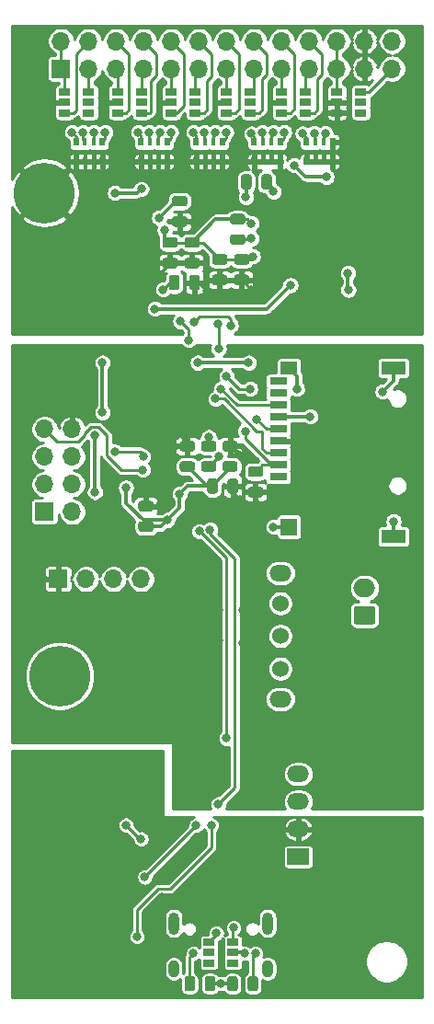
<source format=gbr>
%TF.GenerationSoftware,KiCad,Pcbnew,5.1.6-c6e7f7d~86~ubuntu19.10.1*%
%TF.CreationDate,2020-05-21T12:21:41+02:00*%
%TF.ProjectId,BioElectricalSensor,42696f45-6c65-4637-9472-6963616c5365,rev?*%
%TF.SameCoordinates,Original*%
%TF.FileFunction,Copper,L2,Bot*%
%TF.FilePolarity,Positive*%
%FSLAX46Y46*%
G04 Gerber Fmt 4.6, Leading zero omitted, Abs format (unit mm)*
G04 Created by KiCad (PCBNEW 5.1.6-c6e7f7d~86~ubuntu19.10.1) date 2020-05-21 12:21:41*
%MOMM*%
%LPD*%
G01*
G04 APERTURE LIST*
%TA.AperFunction,ComponentPad*%
%ADD10C,5.600000*%
%TD*%
%TA.AperFunction,ComponentPad*%
%ADD11O,2.000000X1.524000*%
%TD*%
%TA.AperFunction,ComponentPad*%
%ADD12C,1.524000*%
%TD*%
%TA.AperFunction,ComponentPad*%
%ADD13O,1.000000X2.100000*%
%TD*%
%TA.AperFunction,ComponentPad*%
%ADD14O,1.000000X1.600000*%
%TD*%
%TA.AperFunction,SMDPad,CuDef*%
%ADD15R,0.500000X0.800000*%
%TD*%
%TA.AperFunction,SMDPad,CuDef*%
%ADD16R,0.400000X0.800000*%
%TD*%
%TA.AperFunction,SMDPad,CuDef*%
%ADD17R,1.060000X0.650000*%
%TD*%
%TA.AperFunction,ComponentPad*%
%ADD18R,2.000000X1.500000*%
%TD*%
%TA.AperFunction,ComponentPad*%
%ADD19O,2.000000X1.500000*%
%TD*%
%TA.AperFunction,ComponentPad*%
%ADD20O,1.700000X1.700000*%
%TD*%
%TA.AperFunction,ComponentPad*%
%ADD21R,1.700000X1.700000*%
%TD*%
%TA.AperFunction,SMDPad,CuDef*%
%ADD22R,1.600000X0.700000*%
%TD*%
%TA.AperFunction,SMDPad,CuDef*%
%ADD23R,2.200000X1.200000*%
%TD*%
%TA.AperFunction,SMDPad,CuDef*%
%ADD24R,1.500000X1.200000*%
%TD*%
%TA.AperFunction,SMDPad,CuDef*%
%ADD25R,1.500000X1.600000*%
%TD*%
%TA.AperFunction,ComponentPad*%
%ADD26O,2.000000X1.700000*%
%TD*%
%TA.AperFunction,ViaPad*%
%ADD27C,0.800000*%
%TD*%
%TA.AperFunction,Conductor*%
%ADD28C,0.250000*%
%TD*%
%TA.AperFunction,Conductor*%
%ADD29C,0.300000*%
%TD*%
%TA.AperFunction,Conductor*%
%ADD30C,0.254000*%
%TD*%
G04 APERTURE END LIST*
D10*
%TO.P,H3,1*%
%TO.N,GNDD*%
X23241000Y-36195000D03*
%TD*%
%TO.P,H2,1*%
%TO.N,GNDD*%
X24638000Y-80645000D03*
%TD*%
D11*
%TO.P,SW1,TH*%
%TO.N,N/C*%
X44958000Y-82762000D03*
X44958000Y-71162000D03*
D12*
%TO.P,SW1,3*%
%TO.N,/5V_ISO*%
X44958000Y-79962000D03*
%TO.P,SW1,1*%
%TO.N,Net-(D9-Pad1)*%
X44958000Y-73962000D03*
%TO.P,SW1,2*%
%TO.N,/PWR_IN*%
X44958000Y-76962000D03*
%TD*%
%TO.P,C33,2*%
%TO.N,GNDD*%
%TA.AperFunction,SMDPad,CuDef*%
G36*
G01*
X36566500Y-44906250D02*
X36566500Y-43993750D01*
G75*
G02*
X36810250Y-43750000I243750J0D01*
G01*
X37297750Y-43750000D01*
G75*
G02*
X37541500Y-43993750I0J-243750D01*
G01*
X37541500Y-44906250D01*
G75*
G02*
X37297750Y-45150000I-243750J0D01*
G01*
X36810250Y-45150000D01*
G75*
G02*
X36566500Y-44906250I0J243750D01*
G01*
G37*
%TD.AperFunction*%
%TO.P,C33,1*%
%TO.N,VDD*%
%TA.AperFunction,SMDPad,CuDef*%
G36*
G01*
X34691500Y-44906250D02*
X34691500Y-43993750D01*
G75*
G02*
X34935250Y-43750000I243750J0D01*
G01*
X35422750Y-43750000D01*
G75*
G02*
X35666500Y-43993750I0J-243750D01*
G01*
X35666500Y-44906250D01*
G75*
G02*
X35422750Y-45150000I-243750J0D01*
G01*
X34935250Y-45150000D01*
G75*
G02*
X34691500Y-44906250I0J243750D01*
G01*
G37*
%TD.AperFunction*%
%TD*%
%TO.P,R11,2*%
%TO.N,GND*%
%TA.AperFunction,SMDPad,CuDef*%
G36*
G01*
X41030500Y-108509750D02*
X41030500Y-109422250D01*
G75*
G02*
X40786750Y-109666000I-243750J0D01*
G01*
X40299250Y-109666000D01*
G75*
G02*
X40055500Y-109422250I0J243750D01*
G01*
X40055500Y-108509750D01*
G75*
G02*
X40299250Y-108266000I243750J0D01*
G01*
X40786750Y-108266000D01*
G75*
G02*
X41030500Y-108509750I0J-243750D01*
G01*
G37*
%TD.AperFunction*%
%TO.P,R11,1*%
%TO.N,Net-(P1-PadB5)*%
%TA.AperFunction,SMDPad,CuDef*%
G36*
G01*
X42905500Y-108509750D02*
X42905500Y-109422250D01*
G75*
G02*
X42661750Y-109666000I-243750J0D01*
G01*
X42174250Y-109666000D01*
G75*
G02*
X41930500Y-109422250I0J243750D01*
G01*
X41930500Y-108509750D01*
G75*
G02*
X42174250Y-108266000I243750J0D01*
G01*
X42661750Y-108266000D01*
G75*
G02*
X42905500Y-108509750I0J-243750D01*
G01*
G37*
%TD.AperFunction*%
%TD*%
%TO.P,R10,2*%
%TO.N,GND*%
%TA.AperFunction,SMDPad,CuDef*%
G36*
G01*
X37993500Y-109422250D02*
X37993500Y-108509750D01*
G75*
G02*
X38237250Y-108266000I243750J0D01*
G01*
X38724750Y-108266000D01*
G75*
G02*
X38968500Y-108509750I0J-243750D01*
G01*
X38968500Y-109422250D01*
G75*
G02*
X38724750Y-109666000I-243750J0D01*
G01*
X38237250Y-109666000D01*
G75*
G02*
X37993500Y-109422250I0J243750D01*
G01*
G37*
%TD.AperFunction*%
%TO.P,R10,1*%
%TO.N,Net-(P1-PadA5)*%
%TA.AperFunction,SMDPad,CuDef*%
G36*
G01*
X36118500Y-109422250D02*
X36118500Y-108509750D01*
G75*
G02*
X36362250Y-108266000I243750J0D01*
G01*
X36849750Y-108266000D01*
G75*
G02*
X37093500Y-108509750I0J-243750D01*
G01*
X37093500Y-109422250D01*
G75*
G02*
X36849750Y-109666000I-243750J0D01*
G01*
X36362250Y-109666000D01*
G75*
G02*
X36118500Y-109422250I0J243750D01*
G01*
G37*
%TD.AperFunction*%
%TD*%
D13*
%TO.P,P1,S1*%
%TO.N,Net-(P1-PadS1)*%
X43789000Y-103404000D03*
X35149000Y-103404000D03*
D14*
X35149000Y-107584000D03*
X43789000Y-107584000D03*
%TD*%
D15*
%TO.P,CN3,5*%
%TO.N,GNDD*%
X39611000Y-33296000D03*
D16*
%TO.P,CN3,6*%
X38811000Y-33296000D03*
D15*
%TO.P,CN3,8*%
X37211000Y-33296000D03*
D16*
%TO.P,CN3,7*%
X38011000Y-33296000D03*
D15*
%TO.P,CN3,4*%
%TO.N,/IN_5N*%
X39611000Y-31496000D03*
D16*
%TO.P,CN3,2*%
%TO.N,/IN_4N*%
X38011000Y-31496000D03*
%TO.P,CN3,3*%
%TO.N,/IN_5P*%
X38811000Y-31496000D03*
D15*
%TO.P,CN3,1*%
%TO.N,/IN_4P*%
X37211000Y-31496000D03*
%TD*%
%TO.P,CN2,5*%
%TO.N,GNDD*%
X44945000Y-33296000D03*
D16*
%TO.P,CN2,6*%
X44145000Y-33296000D03*
D15*
%TO.P,CN2,8*%
X42545000Y-33296000D03*
D16*
%TO.P,CN2,7*%
X43345000Y-33296000D03*
D15*
%TO.P,CN2,4*%
%TO.N,/IN_7N*%
X44945000Y-31496000D03*
D16*
%TO.P,CN2,2*%
%TO.N,/IN_6N*%
X43345000Y-31496000D03*
%TO.P,CN2,3*%
%TO.N,/IN_7P*%
X44145000Y-31496000D03*
D15*
%TO.P,CN2,1*%
%TO.N,/IN_6P*%
X42545000Y-31496000D03*
%TD*%
D17*
%TO.P,U12,5*%
%TO.N,Net-(U12-Pad5)*%
X37125000Y-27874000D03*
%TO.P,U12,6*%
%TO.N,/4P*%
X37125000Y-28824000D03*
%TO.P,U12,4*%
%TO.N,/4N*%
X37125000Y-26924000D03*
%TO.P,U12,3*%
%TO.N,/3N*%
X34925000Y-26924000D03*
%TO.P,U12,2*%
%TO.N,GNDD*%
X34925000Y-27874000D03*
%TO.P,U12,1*%
%TO.N,/3P*%
X34925000Y-28824000D03*
%TD*%
%TO.P,U7,5*%
%TO.N,Net-(U7-Pad5)*%
X47285000Y-27874000D03*
%TO.P,U7,6*%
%TO.N,/8P*%
X47285000Y-28824000D03*
%TO.P,U7,4*%
%TO.N,/8N*%
X47285000Y-26924000D03*
%TO.P,U7,3*%
%TO.N,/7N*%
X45085000Y-26924000D03*
%TO.P,U7,2*%
%TO.N,GNDD*%
X45085000Y-27874000D03*
%TO.P,U7,1*%
%TO.N,/7P*%
X45085000Y-28824000D03*
%TD*%
%TO.P,U14,5*%
%TO.N,Net-(U14-Pad5)*%
X52365000Y-27874000D03*
%TO.P,U14,6*%
%TO.N,Net-(U14-Pad6)*%
X52365000Y-28824000D03*
%TO.P,U14,4*%
%TO.N,VDDA*%
X52365000Y-26924000D03*
%TO.P,U14,3*%
%TO.N,/RLD_DRV*%
X50165000Y-26924000D03*
%TO.P,U14,2*%
%TO.N,GNDD*%
X50165000Y-27874000D03*
%TO.P,U14,1*%
X50165000Y-28824000D03*
%TD*%
%TO.P,U16,5*%
%TO.N,Net-(U16-Pad5)*%
X27305000Y-27874000D03*
%TO.P,U16,6*%
%TO.N,Net-(U16-Pad6)*%
X27305000Y-28824000D03*
%TO.P,U16,4*%
%TO.N,/TESTP1*%
X27305000Y-26924000D03*
%TO.P,U16,3*%
%TO.N,VSSA*%
X25105000Y-26924000D03*
%TO.P,U16,2*%
%TO.N,GNDD*%
X25105000Y-27874000D03*
%TO.P,U16,1*%
%TO.N,/TESTP2*%
X25105000Y-28824000D03*
%TD*%
%TO.P,U13,5*%
%TO.N,Net-(U13-Pad5)*%
X32172000Y-27874000D03*
%TO.P,U13,6*%
%TO.N,/2P*%
X32172000Y-28824000D03*
%TO.P,U13,4*%
%TO.N,/2N*%
X32172000Y-26924000D03*
%TO.P,U13,3*%
%TO.N,/1N*%
X29972000Y-26924000D03*
%TO.P,U13,2*%
%TO.N,GNDD*%
X29972000Y-27874000D03*
%TO.P,U13,1*%
%TO.N,/1P*%
X29972000Y-28824000D03*
%TD*%
%TO.P,U9,5*%
%TO.N,Net-(U9-Pad5)*%
X42205000Y-27874000D03*
%TO.P,U9,6*%
%TO.N,/6P*%
X42205000Y-28824000D03*
%TO.P,U9,4*%
%TO.N,/6N*%
X42205000Y-26924000D03*
%TO.P,U9,3*%
%TO.N,/5N*%
X40005000Y-26924000D03*
%TO.P,U9,2*%
%TO.N,GNDD*%
X40005000Y-27874000D03*
%TO.P,U9,1*%
%TO.N,/5P*%
X40005000Y-28824000D03*
%TD*%
%TO.P,C47,2*%
%TO.N,Net-(C47-Pad2)*%
%TA.AperFunction,SMDPad,CuDef*%
G36*
G01*
X43200500Y-35635250D02*
X43200500Y-34722750D01*
G75*
G02*
X43444250Y-34479000I243750J0D01*
G01*
X43931750Y-34479000D01*
G75*
G02*
X44175500Y-34722750I0J-243750D01*
G01*
X44175500Y-35635250D01*
G75*
G02*
X43931750Y-35879000I-243750J0D01*
G01*
X43444250Y-35879000D01*
G75*
G02*
X43200500Y-35635250I0J243750D01*
G01*
G37*
%TD.AperFunction*%
%TO.P,C47,1*%
%TO.N,VSSA*%
%TA.AperFunction,SMDPad,CuDef*%
G36*
G01*
X41325500Y-35635250D02*
X41325500Y-34722750D01*
G75*
G02*
X41569250Y-34479000I243750J0D01*
G01*
X42056750Y-34479000D01*
G75*
G02*
X42300500Y-34722750I0J-243750D01*
G01*
X42300500Y-35635250D01*
G75*
G02*
X42056750Y-35879000I-243750J0D01*
G01*
X41569250Y-35879000D01*
G75*
G02*
X41325500Y-35635250I0J243750D01*
G01*
G37*
%TD.AperFunction*%
%TD*%
D18*
%TO.P,U4,1*%
%TO.N,GND*%
X46609000Y-97282000D03*
D19*
%TO.P,U4,2*%
%TO.N,+5V*%
X46609000Y-94742000D03*
%TO.P,U4,3*%
%TO.N,GNDD*%
X46609000Y-92202000D03*
%TO.P,U4,4*%
%TO.N,Net-(L1-Pad1)*%
X46609000Y-89662000D03*
%TD*%
D17*
%TO.P,U3,5*%
%TO.N,Net-(U3-Pad5)*%
X38397000Y-106106000D03*
%TO.P,U3,6*%
%TO.N,/USB_DM*%
X38397000Y-105156000D03*
%TO.P,U3,4*%
%TO.N,Net-(U3-Pad4)*%
X38397000Y-107056000D03*
%TO.P,U3,3*%
%TO.N,Net-(U3-Pad3)*%
X40597000Y-107056000D03*
%TO.P,U3,2*%
%TO.N,GND*%
X40597000Y-106106000D03*
%TO.P,U3,1*%
%TO.N,/USB_DP*%
X40597000Y-105156000D03*
%TD*%
%TO.P,R6,2*%
%TO.N,VDD*%
%TA.AperFunction,SMDPad,CuDef*%
G36*
G01*
X42215750Y-63236500D02*
X43128250Y-63236500D01*
G75*
G02*
X43372000Y-63480250I0J-243750D01*
G01*
X43372000Y-63967750D01*
G75*
G02*
X43128250Y-64211500I-243750J0D01*
G01*
X42215750Y-64211500D01*
G75*
G02*
X41972000Y-63967750I0J243750D01*
G01*
X41972000Y-63480250D01*
G75*
G02*
X42215750Y-63236500I243750J0D01*
G01*
G37*
%TD.AperFunction*%
%TO.P,R6,1*%
%TO.N,/SD_CS*%
%TA.AperFunction,SMDPad,CuDef*%
G36*
G01*
X42215750Y-61361500D02*
X43128250Y-61361500D01*
G75*
G02*
X43372000Y-61605250I0J-243750D01*
G01*
X43372000Y-62092750D01*
G75*
G02*
X43128250Y-62336500I-243750J0D01*
G01*
X42215750Y-62336500D01*
G75*
G02*
X41972000Y-62092750I0J243750D01*
G01*
X41972000Y-61605250D01*
G75*
G02*
X42215750Y-61361500I243750J0D01*
G01*
G37*
%TD.AperFunction*%
%TD*%
D20*
%TO.P,J6,26*%
%TO.N,VDDA*%
X55245000Y-22225000D03*
%TO.P,J6,25*%
X55245000Y-24765000D03*
%TO.P,J6,24*%
%TO.N,GNDD*%
X52705000Y-22225000D03*
%TO.P,J6,23*%
X52705000Y-24765000D03*
%TO.P,J6,22*%
%TO.N,/RLD_DRV*%
X50165000Y-22225000D03*
%TO.P,J6,21*%
X50165000Y-24765000D03*
%TO.P,J6,20*%
%TO.N,/8P*%
X47625000Y-22225000D03*
%TO.P,J6,19*%
%TO.N,/8N*%
X47625000Y-24765000D03*
%TO.P,J6,18*%
%TO.N,/7P*%
X45085000Y-22225000D03*
%TO.P,J6,17*%
%TO.N,/7N*%
X45085000Y-24765000D03*
%TO.P,J6,16*%
%TO.N,/6P*%
X42545000Y-22225000D03*
%TO.P,J6,15*%
%TO.N,/6N*%
X42545000Y-24765000D03*
%TO.P,J6,14*%
%TO.N,/5P*%
X40005000Y-22225000D03*
%TO.P,J6,13*%
%TO.N,/5N*%
X40005000Y-24765000D03*
%TO.P,J6,12*%
%TO.N,/4P*%
X37465000Y-22225000D03*
%TO.P,J6,11*%
%TO.N,/4N*%
X37465000Y-24765000D03*
%TO.P,J6,10*%
%TO.N,/3P*%
X34925000Y-22225000D03*
%TO.P,J6,9*%
%TO.N,/3N*%
X34925000Y-24765000D03*
%TO.P,J6,8*%
%TO.N,/2P*%
X32385000Y-22225000D03*
%TO.P,J6,7*%
%TO.N,/2N*%
X32385000Y-24765000D03*
%TO.P,J6,6*%
%TO.N,/1P*%
X29845000Y-22225000D03*
%TO.P,J6,5*%
%TO.N,/1N*%
X29845000Y-24765000D03*
%TO.P,J6,4*%
%TO.N,/TESTP2*%
X27305000Y-22225000D03*
%TO.P,J6,3*%
%TO.N,/TESTP1*%
X27305000Y-24765000D03*
%TO.P,J6,2*%
%TO.N,VSSA*%
X24765000Y-22225000D03*
D21*
%TO.P,J6,1*%
X24765000Y-24765000D03*
%TD*%
D22*
%TO.P,J5,CD1*%
%TO.N,Net-(J5-PadCD1)*%
X44753000Y-53518000D03*
D23*
%TO.P,J5,G4*%
%TO.N,GNDD*%
X55353000Y-67818000D03*
%TO.P,J5,G3*%
X55353000Y-52318000D03*
D24*
%TO.P,J5,G2*%
X45753000Y-52318000D03*
D25*
%TO.P,J5,G1*%
X45753000Y-66918000D03*
D22*
%TO.P,J5,8*%
%TO.N,Net-(J5-Pad8)*%
X44753000Y-54618000D03*
%TO.P,J5,7*%
%TO.N,/MISO*%
X44753000Y-55718000D03*
%TO.P,J5,6*%
%TO.N,GNDD*%
X44753000Y-56818000D03*
%TO.P,J5,5*%
%TO.N,/SCLK*%
X44753000Y-57918000D03*
%TO.P,J5,4*%
%TO.N,VDD*%
X44753000Y-59018000D03*
%TO.P,J5,3*%
%TO.N,/MOSI*%
X44753000Y-60118000D03*
%TO.P,J5,2*%
%TO.N,/SD_CS*%
X44753000Y-61218000D03*
%TO.P,J5,1*%
%TO.N,Net-(J5-Pad1)*%
X44753000Y-62318000D03*
%TD*%
D20*
%TO.P,J4,8*%
%TO.N,VDD*%
X25781000Y-57912000D03*
%TO.P,J4,7*%
%TO.N,/RF_CSN*%
X23241000Y-57912000D03*
%TO.P,J4,6*%
%TO.N,/SPI1_MOSI*%
X25781000Y-60452000D03*
%TO.P,J4,5*%
%TO.N,/RF_IRQ*%
X23241000Y-60452000D03*
%TO.P,J4,4*%
%TO.N,/SPI1_MISO*%
X25781000Y-62992000D03*
%TO.P,J4,3*%
%TO.N,/SPI1_SCLK*%
X23241000Y-62992000D03*
%TO.P,J4,2*%
%TO.N,/RF_CE*%
X25781000Y-65532000D03*
D21*
%TO.P,J4,1*%
%TO.N,GNDD*%
X23241000Y-65532000D03*
%TD*%
D20*
%TO.P,J3,4*%
%TO.N,GNDD*%
X32131000Y-71716000D03*
%TO.P,J3,3*%
%TO.N,/SWCLK*%
X29591000Y-71716000D03*
%TO.P,J3,2*%
%TO.N,/SWDIO*%
X27051000Y-71716000D03*
D21*
%TO.P,J3,1*%
%TO.N,VDD*%
X24511000Y-71716000D03*
%TD*%
D15*
%TO.P,CN5,5*%
%TO.N,GNDD*%
X28562000Y-33296000D03*
D16*
%TO.P,CN5,6*%
X27762000Y-33296000D03*
D15*
%TO.P,CN5,8*%
X26162000Y-33296000D03*
D16*
%TO.P,CN5,7*%
X26962000Y-33296000D03*
D15*
%TO.P,CN5,4*%
%TO.N,/IN_1N*%
X28562000Y-31496000D03*
D16*
%TO.P,CN5,2*%
%TO.N,/IN_TESTP1*%
X26962000Y-31496000D03*
%TO.P,CN5,3*%
%TO.N,/IN_1P*%
X27762000Y-31496000D03*
D15*
%TO.P,CN5,1*%
%TO.N,/IN_TESTP2*%
X26162000Y-31496000D03*
%TD*%
%TO.P,CN4,5*%
%TO.N,GNDD*%
X34531000Y-33296000D03*
D16*
%TO.P,CN4,6*%
X33731000Y-33296000D03*
D15*
%TO.P,CN4,8*%
X32131000Y-33296000D03*
D16*
%TO.P,CN4,7*%
X32931000Y-33296000D03*
D15*
%TO.P,CN4,4*%
%TO.N,/IN_3N*%
X34531000Y-31496000D03*
D16*
%TO.P,CN4,2*%
%TO.N,/IN_2N*%
X32931000Y-31496000D03*
%TO.P,CN4,3*%
%TO.N,/IN_3P*%
X33731000Y-31496000D03*
D15*
%TO.P,CN4,1*%
%TO.N,/IN_2P*%
X32131000Y-31496000D03*
%TD*%
%TO.P,CN1,5*%
%TO.N,GNDD*%
X49771000Y-33296000D03*
D16*
%TO.P,CN1,6*%
X48971000Y-33296000D03*
D15*
%TO.P,CN1,8*%
X47371000Y-33296000D03*
D16*
%TO.P,CN1,7*%
X48171000Y-33296000D03*
D15*
%TO.P,CN1,4*%
X49771000Y-31496000D03*
D16*
%TO.P,CN1,2*%
%TO.N,/IN_8N*%
X48171000Y-31496000D03*
%TO.P,CN1,3*%
%TO.N,/IN_RLD_DRV*%
X48971000Y-31496000D03*
D15*
%TO.P,CN1,1*%
%TO.N,/IN_8P*%
X47371000Y-31496000D03*
%TD*%
%TO.P,C36,2*%
%TO.N,GNDD*%
%TA.AperFunction,SMDPad,CuDef*%
G36*
G01*
X36373750Y-42154500D02*
X37286250Y-42154500D01*
G75*
G02*
X37530000Y-42398250I0J-243750D01*
G01*
X37530000Y-42885750D01*
G75*
G02*
X37286250Y-43129500I-243750J0D01*
G01*
X36373750Y-43129500D01*
G75*
G02*
X36130000Y-42885750I0J243750D01*
G01*
X36130000Y-42398250D01*
G75*
G02*
X36373750Y-42154500I243750J0D01*
G01*
G37*
%TD.AperFunction*%
%TO.P,C36,1*%
%TO.N,VDDA*%
%TA.AperFunction,SMDPad,CuDef*%
G36*
G01*
X36373750Y-40279500D02*
X37286250Y-40279500D01*
G75*
G02*
X37530000Y-40523250I0J-243750D01*
G01*
X37530000Y-41010750D01*
G75*
G02*
X37286250Y-41254500I-243750J0D01*
G01*
X36373750Y-41254500D01*
G75*
G02*
X36130000Y-41010750I0J243750D01*
G01*
X36130000Y-40523250D01*
G75*
G02*
X36373750Y-40279500I243750J0D01*
G01*
G37*
%TD.AperFunction*%
%TD*%
%TO.P,C35,2*%
%TO.N,VSSA*%
%TA.AperFunction,SMDPad,CuDef*%
G36*
G01*
X40564750Y-39995500D02*
X41477250Y-39995500D01*
G75*
G02*
X41721000Y-40239250I0J-243750D01*
G01*
X41721000Y-40726750D01*
G75*
G02*
X41477250Y-40970500I-243750J0D01*
G01*
X40564750Y-40970500D01*
G75*
G02*
X40321000Y-40726750I0J243750D01*
G01*
X40321000Y-40239250D01*
G75*
G02*
X40564750Y-39995500I243750J0D01*
G01*
G37*
%TD.AperFunction*%
%TO.P,C35,1*%
%TO.N,VDDA*%
%TA.AperFunction,SMDPad,CuDef*%
G36*
G01*
X40564750Y-38120500D02*
X41477250Y-38120500D01*
G75*
G02*
X41721000Y-38364250I0J-243750D01*
G01*
X41721000Y-38851750D01*
G75*
G02*
X41477250Y-39095500I-243750J0D01*
G01*
X40564750Y-39095500D01*
G75*
G02*
X40321000Y-38851750I0J243750D01*
G01*
X40321000Y-38364250D01*
G75*
G02*
X40564750Y-38120500I243750J0D01*
G01*
G37*
%TD.AperFunction*%
%TD*%
%TO.P,C34,2*%
%TO.N,GNDD*%
%TA.AperFunction,SMDPad,CuDef*%
G36*
G01*
X34341750Y-42154500D02*
X35254250Y-42154500D01*
G75*
G02*
X35498000Y-42398250I0J-243750D01*
G01*
X35498000Y-42885750D01*
G75*
G02*
X35254250Y-43129500I-243750J0D01*
G01*
X34341750Y-43129500D01*
G75*
G02*
X34098000Y-42885750I0J243750D01*
G01*
X34098000Y-42398250D01*
G75*
G02*
X34341750Y-42154500I243750J0D01*
G01*
G37*
%TD.AperFunction*%
%TO.P,C34,1*%
%TO.N,VDDA*%
%TA.AperFunction,SMDPad,CuDef*%
G36*
G01*
X34341750Y-40279500D02*
X35254250Y-40279500D01*
G75*
G02*
X35498000Y-40523250I0J-243750D01*
G01*
X35498000Y-41010750D01*
G75*
G02*
X35254250Y-41254500I-243750J0D01*
G01*
X34341750Y-41254500D01*
G75*
G02*
X34098000Y-41010750I0J243750D01*
G01*
X34098000Y-40523250D01*
G75*
G02*
X34341750Y-40279500I243750J0D01*
G01*
G37*
%TD.AperFunction*%
%TD*%
%TO.P,C31,2*%
%TO.N,GNDD*%
%TA.AperFunction,SMDPad,CuDef*%
G36*
G01*
X35230750Y-38344500D02*
X36143250Y-38344500D01*
G75*
G02*
X36387000Y-38588250I0J-243750D01*
G01*
X36387000Y-39075750D01*
G75*
G02*
X36143250Y-39319500I-243750J0D01*
G01*
X35230750Y-39319500D01*
G75*
G02*
X34987000Y-39075750I0J243750D01*
G01*
X34987000Y-38588250D01*
G75*
G02*
X35230750Y-38344500I243750J0D01*
G01*
G37*
%TD.AperFunction*%
%TO.P,C31,1*%
%TO.N,VSSA*%
%TA.AperFunction,SMDPad,CuDef*%
G36*
G01*
X35230750Y-36469500D02*
X36143250Y-36469500D01*
G75*
G02*
X36387000Y-36713250I0J-243750D01*
G01*
X36387000Y-37200750D01*
G75*
G02*
X36143250Y-37444500I-243750J0D01*
G01*
X35230750Y-37444500D01*
G75*
G02*
X34987000Y-37200750I0J243750D01*
G01*
X34987000Y-36713250D01*
G75*
G02*
X35230750Y-36469500I243750J0D01*
G01*
G37*
%TD.AperFunction*%
%TD*%
%TO.P,C30,2*%
%TO.N,GNDD*%
%TA.AperFunction,SMDPad,CuDef*%
G36*
G01*
X40945750Y-43708500D02*
X41858250Y-43708500D01*
G75*
G02*
X42102000Y-43952250I0J-243750D01*
G01*
X42102000Y-44439750D01*
G75*
G02*
X41858250Y-44683500I-243750J0D01*
G01*
X40945750Y-44683500D01*
G75*
G02*
X40702000Y-44439750I0J243750D01*
G01*
X40702000Y-43952250D01*
G75*
G02*
X40945750Y-43708500I243750J0D01*
G01*
G37*
%TD.AperFunction*%
%TO.P,C30,1*%
%TO.N,VDDA*%
%TA.AperFunction,SMDPad,CuDef*%
G36*
G01*
X40945750Y-41833500D02*
X41858250Y-41833500D01*
G75*
G02*
X42102000Y-42077250I0J-243750D01*
G01*
X42102000Y-42564750D01*
G75*
G02*
X41858250Y-42808500I-243750J0D01*
G01*
X40945750Y-42808500D01*
G75*
G02*
X40702000Y-42564750I0J243750D01*
G01*
X40702000Y-42077250D01*
G75*
G02*
X40945750Y-41833500I243750J0D01*
G01*
G37*
%TD.AperFunction*%
%TD*%
%TO.P,C28,2*%
%TO.N,GNDD*%
%TA.AperFunction,SMDPad,CuDef*%
G36*
G01*
X38913750Y-43708500D02*
X39826250Y-43708500D01*
G75*
G02*
X40070000Y-43952250I0J-243750D01*
G01*
X40070000Y-44439750D01*
G75*
G02*
X39826250Y-44683500I-243750J0D01*
G01*
X38913750Y-44683500D01*
G75*
G02*
X38670000Y-44439750I0J243750D01*
G01*
X38670000Y-43952250D01*
G75*
G02*
X38913750Y-43708500I243750J0D01*
G01*
G37*
%TD.AperFunction*%
%TO.P,C28,1*%
%TO.N,VDDA*%
%TA.AperFunction,SMDPad,CuDef*%
G36*
G01*
X38913750Y-41833500D02*
X39826250Y-41833500D01*
G75*
G02*
X40070000Y-42077250I0J-243750D01*
G01*
X40070000Y-42564750D01*
G75*
G02*
X39826250Y-42808500I-243750J0D01*
G01*
X38913750Y-42808500D01*
G75*
G02*
X38670000Y-42564750I0J243750D01*
G01*
X38670000Y-42077250D01*
G75*
G02*
X38913750Y-41833500I243750J0D01*
G01*
G37*
%TD.AperFunction*%
%TD*%
%TO.P,C14,2*%
%TO.N,GNDD*%
%TA.AperFunction,SMDPad,CuDef*%
G36*
G01*
X32119250Y-66411500D02*
X33031750Y-66411500D01*
G75*
G02*
X33275500Y-66655250I0J-243750D01*
G01*
X33275500Y-67142750D01*
G75*
G02*
X33031750Y-67386500I-243750J0D01*
G01*
X32119250Y-67386500D01*
G75*
G02*
X31875500Y-67142750I0J243750D01*
G01*
X31875500Y-66655250D01*
G75*
G02*
X32119250Y-66411500I243750J0D01*
G01*
G37*
%TD.AperFunction*%
%TO.P,C14,1*%
%TO.N,VDD*%
%TA.AperFunction,SMDPad,CuDef*%
G36*
G01*
X32119250Y-64536500D02*
X33031750Y-64536500D01*
G75*
G02*
X33275500Y-64780250I0J-243750D01*
G01*
X33275500Y-65267750D01*
G75*
G02*
X33031750Y-65511500I-243750J0D01*
G01*
X32119250Y-65511500D01*
G75*
G02*
X31875500Y-65267750I0J243750D01*
G01*
X31875500Y-64780250D01*
G75*
G02*
X32119250Y-64536500I243750J0D01*
G01*
G37*
%TD.AperFunction*%
%TD*%
%TO.P,C13,2*%
%TO.N,GNDD*%
%TA.AperFunction,SMDPad,CuDef*%
G36*
G01*
X35929250Y-60887000D02*
X36841750Y-60887000D01*
G75*
G02*
X37085500Y-61130750I0J-243750D01*
G01*
X37085500Y-61618250D01*
G75*
G02*
X36841750Y-61862000I-243750J0D01*
G01*
X35929250Y-61862000D01*
G75*
G02*
X35685500Y-61618250I0J243750D01*
G01*
X35685500Y-61130750D01*
G75*
G02*
X35929250Y-60887000I243750J0D01*
G01*
G37*
%TD.AperFunction*%
%TO.P,C13,1*%
%TO.N,VDD*%
%TA.AperFunction,SMDPad,CuDef*%
G36*
G01*
X35929250Y-59012000D02*
X36841750Y-59012000D01*
G75*
G02*
X37085500Y-59255750I0J-243750D01*
G01*
X37085500Y-59743250D01*
G75*
G02*
X36841750Y-59987000I-243750J0D01*
G01*
X35929250Y-59987000D01*
G75*
G02*
X35685500Y-59743250I0J243750D01*
G01*
X35685500Y-59255750D01*
G75*
G02*
X35929250Y-59012000I243750J0D01*
G01*
G37*
%TD.AperFunction*%
%TD*%
%TO.P,C12,2*%
%TO.N,GNDD*%
%TA.AperFunction,SMDPad,CuDef*%
G36*
G01*
X39866250Y-60887000D02*
X40778750Y-60887000D01*
G75*
G02*
X41022500Y-61130750I0J-243750D01*
G01*
X41022500Y-61618250D01*
G75*
G02*
X40778750Y-61862000I-243750J0D01*
G01*
X39866250Y-61862000D01*
G75*
G02*
X39622500Y-61618250I0J243750D01*
G01*
X39622500Y-61130750D01*
G75*
G02*
X39866250Y-60887000I243750J0D01*
G01*
G37*
%TD.AperFunction*%
%TO.P,C12,1*%
%TO.N,VDD*%
%TA.AperFunction,SMDPad,CuDef*%
G36*
G01*
X39866250Y-59012000D02*
X40778750Y-59012000D01*
G75*
G02*
X41022500Y-59255750I0J-243750D01*
G01*
X41022500Y-59743250D01*
G75*
G02*
X40778750Y-59987000I-243750J0D01*
G01*
X39866250Y-59987000D01*
G75*
G02*
X39622500Y-59743250I0J243750D01*
G01*
X39622500Y-59255750D01*
G75*
G02*
X39866250Y-59012000I243750J0D01*
G01*
G37*
%TD.AperFunction*%
%TD*%
%TO.P,C11,2*%
%TO.N,GNDD*%
%TA.AperFunction,SMDPad,CuDef*%
G36*
G01*
X39189000Y-62726250D02*
X39189000Y-63638750D01*
G75*
G02*
X38945250Y-63882500I-243750J0D01*
G01*
X38457750Y-63882500D01*
G75*
G02*
X38214000Y-63638750I0J243750D01*
G01*
X38214000Y-62726250D01*
G75*
G02*
X38457750Y-62482500I243750J0D01*
G01*
X38945250Y-62482500D01*
G75*
G02*
X39189000Y-62726250I0J-243750D01*
G01*
G37*
%TD.AperFunction*%
%TO.P,C11,1*%
%TO.N,VDD*%
%TA.AperFunction,SMDPad,CuDef*%
G36*
G01*
X41064000Y-62726250D02*
X41064000Y-63638750D01*
G75*
G02*
X40820250Y-63882500I-243750J0D01*
G01*
X40332750Y-63882500D01*
G75*
G02*
X40089000Y-63638750I0J243750D01*
G01*
X40089000Y-62726250D01*
G75*
G02*
X40332750Y-62482500I243750J0D01*
G01*
X40820250Y-62482500D01*
G75*
G02*
X41064000Y-62726250I0J-243750D01*
G01*
G37*
%TD.AperFunction*%
%TD*%
%TO.P,C3,2*%
%TO.N,GNDD*%
%TA.AperFunction,SMDPad,CuDef*%
G36*
G01*
X38810250Y-59987000D02*
X37897750Y-59987000D01*
G75*
G02*
X37654000Y-59743250I0J243750D01*
G01*
X37654000Y-59255750D01*
G75*
G02*
X37897750Y-59012000I243750J0D01*
G01*
X38810250Y-59012000D01*
G75*
G02*
X39054000Y-59255750I0J-243750D01*
G01*
X39054000Y-59743250D01*
G75*
G02*
X38810250Y-59987000I-243750J0D01*
G01*
G37*
%TD.AperFunction*%
%TO.P,C3,1*%
%TO.N,/NRST*%
%TA.AperFunction,SMDPad,CuDef*%
G36*
G01*
X38810250Y-61862000D02*
X37897750Y-61862000D01*
G75*
G02*
X37654000Y-61618250I0J243750D01*
G01*
X37654000Y-61130750D01*
G75*
G02*
X37897750Y-60887000I243750J0D01*
G01*
X38810250Y-60887000D01*
G75*
G02*
X39054000Y-61130750I0J-243750D01*
G01*
X39054000Y-61618250D01*
G75*
G02*
X38810250Y-61862000I-243750J0D01*
G01*
G37*
%TD.AperFunction*%
%TD*%
D26*
%TO.P,BT1,2*%
%TO.N,GNDD*%
X52705000Y-72557000D03*
%TO.P,BT1,1*%
%TO.N,Net-(BT1-Pad1)*%
%TA.AperFunction,ComponentPad*%
G36*
G01*
X53455000Y-75907000D02*
X51955000Y-75907000D01*
G75*
G02*
X51705000Y-75657000I0J250000D01*
G01*
X51705000Y-74457000D01*
G75*
G02*
X51955000Y-74207000I250000J0D01*
G01*
X53455000Y-74207000D01*
G75*
G02*
X53705000Y-74457000I0J-250000D01*
G01*
X53705000Y-75657000D01*
G75*
G02*
X53455000Y-75907000I-250000J0D01*
G01*
G37*
%TD.AperFunction*%
%TD*%
D27*
%TO.N,GNDD*%
X51308000Y-26035000D03*
X51054000Y-30226000D03*
X49149000Y-46228000D03*
X33782000Y-43815000D03*
X38227000Y-45212000D03*
X42291000Y-45085000D03*
X28575000Y-56388000D03*
X28575000Y-51816000D03*
X37338000Y-51816000D03*
X42037000Y-51816000D03*
X47701002Y-56769000D03*
X55372000Y-66421000D03*
X54356000Y-54483000D03*
X46482000Y-54229000D03*
X44323000Y-66929000D03*
X30734000Y-63309500D03*
X27876500Y-58483500D03*
X35687000Y-63881000D03*
X34544000Y-66294000D03*
X38354000Y-58674000D03*
X27876500Y-63717000D03*
X29210000Y-48768000D03*
%TO.N,GND*%
X39497000Y-108966000D03*
X41656000Y-106172000D03*
X32131000Y-95631000D03*
X30734000Y-94361000D03*
%TO.N,+5V*%
X37084000Y-101346000D03*
X41910000Y-101346000D03*
X29337000Y-109220000D03*
X23749000Y-106680000D03*
X35814000Y-98171000D03*
X34019827Y-100948826D03*
%TO.N,/NRST*%
X39319200Y-60452000D03*
%TO.N,VDD*%
X34163000Y-45085000D03*
X48260000Y-54483000D03*
X21336000Y-52197000D03*
X33909000Y-64897000D03*
X35941000Y-88519000D03*
X54483000Y-59055000D03*
X24511000Y-68707000D03*
X36258500Y-58737500D03*
X41211500Y-64452500D03*
X41084500Y-60261500D03*
X39280000Y-74612500D03*
X41492000Y-74549000D03*
X41492000Y-77597000D03*
X39280000Y-77343000D03*
X31877000Y-79756000D03*
%TO.N,/IN_RLD_DRV*%
X49090994Y-30677554D03*
%TO.N,VDDA*%
X42291000Y-38989000D03*
X42418000Y-42037000D03*
X34290000Y-39624000D03*
%TO.N,VSSA*%
X42291000Y-40386000D03*
X51181000Y-43561000D03*
X33782000Y-38481000D03*
X46228000Y-33655000D03*
X32156400Y-35829500D03*
X29718000Y-36195000D03*
X51206400Y-45107010D03*
X49202153Y-34724153D03*
X41783000Y-36576000D03*
X33401000Y-46863000D03*
X45883855Y-44678030D03*
%TO.N,/IN_7N*%
X45307006Y-30607000D03*
%TO.N,/IN_8N*%
X48058121Y-30684993D03*
%TO.N,/IN_8P*%
X46990000Y-30734000D03*
%TO.N,/IN_5N*%
X39957009Y-30607000D03*
%TO.N,/IN_6N*%
X43307000Y-30607000D03*
%TO.N,/IN_6P*%
X42291000Y-30734000D03*
%TO.N,/IN_7P*%
X44307003Y-30607000D03*
%TO.N,/IN_3N*%
X34877009Y-30607000D03*
%TO.N,/IN_4N*%
X37957003Y-30607000D03*
%TO.N,/IN_4P*%
X36957000Y-30607000D03*
%TO.N,/IN_5P*%
X38957006Y-30607000D03*
%TO.N,/IN_1N*%
X28829000Y-30607000D03*
%TO.N,/IN_2N*%
X32877003Y-30607000D03*
%TO.N,/IN_2P*%
X31877000Y-30607000D03*
%TO.N,/IN_3P*%
X33877006Y-30607000D03*
%TO.N,/IN_TESTP2*%
X25781000Y-30607000D03*
%TO.N,/IN_TESTP1*%
X26781003Y-30607000D03*
%TO.N,/IN_1P*%
X27781006Y-30607000D03*
%TO.N,Net-(D1-Pad1)*%
X32468659Y-99154375D03*
X37211000Y-94361000D03*
%TO.N,Net-(D2-Pad1)*%
X38608000Y-94361000D03*
X31750000Y-104648000D03*
%TO.N,/MISO*%
X39497000Y-54229000D03*
X39280000Y-50550653D03*
X39243000Y-48260000D03*
%TO.N,/SCLK*%
X40005000Y-53086000D03*
X42799000Y-57023000D03*
X42164000Y-54229000D03*
%TO.N,/MOSI*%
X38976586Y-55130414D03*
%TO.N,/SD_CS*%
X41714142Y-58107858D03*
%TO.N,/USB_DP*%
X40640000Y-103814002D03*
%TO.N,/USB_DM*%
X39063846Y-104319154D03*
%TO.N,/RF_CSN*%
X32276990Y-61663852D03*
%TO.N,/FE_RESET*%
X36507847Y-49725153D03*
X35739542Y-48000325D03*
%TO.N,/TX_ISO*%
X39243000Y-92456000D03*
X38481000Y-67183000D03*
%TO.N,/RX_ISO*%
X40005000Y-86360000D03*
X37491048Y-67324421D03*
%TO.N,/FE_CS*%
X40386000Y-48387000D03*
X37018056Y-48052351D03*
%TO.N,Net-(C47-Pad2)*%
X44323000Y-36068000D03*
%TO.N,Net-(P1-PadA5)*%
X36957000Y-106172000D03*
%TO.N,Net-(P1-PadB5)*%
X42656003Y-106172000D03*
%TO.N,/SPI1_MOSI*%
X29718000Y-60001999D03*
X32321500Y-60443000D03*
%TD*%
D28*
%TO.N,GNDD*%
X41402000Y-44196000D02*
X39370000Y-44196000D01*
X34798000Y-42642000D02*
X36830000Y-42642000D01*
X33782000Y-43815000D02*
X33782000Y-43658000D01*
X33782000Y-43658000D02*
X34798000Y-42642000D01*
X37054000Y-44450000D02*
X37465000Y-44450000D01*
X37465000Y-44450000D02*
X38227000Y-45212000D01*
X41402000Y-44196000D02*
X42291000Y-45085000D01*
D29*
X28575000Y-56388000D02*
X28575000Y-51816000D01*
X42037000Y-51816000D02*
X37338000Y-51816000D01*
X47652002Y-56818000D02*
X47701002Y-56769000D01*
X44753000Y-56818000D02*
X47652002Y-56818000D01*
X55353000Y-66440000D02*
X55372000Y-66421000D01*
X55353000Y-67818000D02*
X55353000Y-66440000D01*
X55353000Y-53486000D02*
X54356000Y-54483000D01*
X55353000Y-52318000D02*
X55353000Y-53486000D01*
X46482000Y-53047000D02*
X46482000Y-54229000D01*
X45753000Y-52318000D02*
X46482000Y-53047000D01*
X44334000Y-66918000D02*
X44323000Y-66929000D01*
X45753000Y-66918000D02*
X44334000Y-66918000D01*
X33939000Y-66899000D02*
X34544000Y-66294000D01*
X32575500Y-66899000D02*
X33939000Y-66899000D01*
X30734000Y-64722206D02*
X30734000Y-63309500D01*
X32305794Y-66294000D02*
X30734000Y-64722206D01*
X34544000Y-66294000D02*
X32305794Y-66294000D01*
X35687000Y-63881000D02*
X35687000Y-65151000D01*
X35687000Y-65151000D02*
X34544000Y-66294000D01*
X38354000Y-59499500D02*
X38354000Y-58674000D01*
X40322500Y-61561500D02*
X38701500Y-63182500D01*
X40322500Y-61374500D02*
X40322500Y-61561500D01*
X38193500Y-63182500D02*
X38701500Y-63182500D01*
X36385500Y-61374500D02*
X38193500Y-63182500D01*
X27876500Y-58483500D02*
X27876500Y-63717000D01*
X36385500Y-63182500D02*
X35687000Y-63881000D01*
X38701500Y-63182500D02*
X36385500Y-63182500D01*
%TO.N,GND*%
X38481000Y-108966000D02*
X39497000Y-108966000D01*
X40543000Y-108966000D02*
X39497000Y-108966000D01*
X41590000Y-106106000D02*
X41656000Y-106172000D01*
X40597000Y-106106000D02*
X41590000Y-106106000D01*
X32004000Y-95631000D02*
X30734000Y-94361000D01*
X32131000Y-95631000D02*
X32004000Y-95631000D01*
D28*
%TO.N,/NRST*%
X38354000Y-61374500D02*
X38447500Y-61374500D01*
X38396700Y-61374500D02*
X39319200Y-60452000D01*
X38354000Y-61374500D02*
X38396700Y-61374500D01*
%TO.N,VDD*%
X35179000Y-44450000D02*
X34798000Y-44450000D01*
X34798000Y-44450000D02*
X34163000Y-45085000D01*
D29*
X36385500Y-58864500D02*
X36258500Y-58737500D01*
X36385500Y-59466000D02*
X36385500Y-58864500D01*
X40576500Y-63817500D02*
X41211500Y-64452500D01*
X40576500Y-63182500D02*
X40576500Y-63817500D01*
X40322500Y-59499500D02*
X41084500Y-60261500D01*
D28*
%TO.N,/IN_RLD_DRV*%
X48971000Y-30797548D02*
X49090994Y-30677554D01*
X48971000Y-31496000D02*
X48971000Y-30797548D01*
%TO.N,VDDA*%
X53086000Y-26924000D02*
X55245000Y-24765000D01*
X52365000Y-26924000D02*
X53086000Y-26924000D01*
X41402000Y-38608000D02*
X41910000Y-38608000D01*
X41910000Y-38608000D02*
X42291000Y-38989000D01*
X34798000Y-40767000D02*
X36830000Y-40767000D01*
X36830000Y-40767000D02*
X37816000Y-40767000D01*
X37816000Y-40767000D02*
X39370000Y-42321000D01*
X39370000Y-42321000D02*
X41402000Y-42321000D01*
X41402000Y-42321000D02*
X42134000Y-42321000D01*
X42134000Y-42321000D02*
X42418000Y-42037000D01*
D29*
X38989000Y-38608000D02*
X36830000Y-40767000D01*
X41402000Y-38608000D02*
X38989000Y-38608000D01*
X34290000Y-40259000D02*
X34798000Y-40767000D01*
X34290000Y-39624000D02*
X34290000Y-40259000D01*
D28*
%TO.N,VSSA*%
X25105000Y-25105000D02*
X24765000Y-24765000D01*
X25105000Y-26924000D02*
X25105000Y-25105000D01*
X24765000Y-24765000D02*
X24765000Y-22225000D01*
X41402000Y-40483000D02*
X42194000Y-40483000D01*
X42194000Y-40483000D02*
X42291000Y-40386000D01*
D29*
X35306000Y-36957000D02*
X33782000Y-38481000D01*
X35687000Y-36957000D02*
X35306000Y-36957000D01*
X47244000Y-34671000D02*
X46228000Y-33655000D01*
X49149000Y-34671000D02*
X47244000Y-34671000D01*
X31790900Y-36195000D02*
X32156400Y-35829500D01*
X29718000Y-36195000D02*
X31790900Y-36195000D01*
X51181000Y-45081610D02*
X51206400Y-45107010D01*
X51181000Y-43561000D02*
X51181000Y-45081610D01*
X49149000Y-34671000D02*
X49202153Y-34724153D01*
X41813000Y-36546000D02*
X41783000Y-36576000D01*
X41813000Y-35179000D02*
X41813000Y-36546000D01*
X43698885Y-46863000D02*
X45883855Y-44678030D01*
X33401000Y-46863000D02*
X43698885Y-46863000D01*
D28*
%TO.N,/IN_7N*%
X45307006Y-31133994D02*
X44945000Y-31496000D01*
X45307006Y-30607000D02*
X45307006Y-31133994D01*
%TO.N,/IN_8N*%
X48058121Y-31383121D02*
X48171000Y-31496000D01*
X48058121Y-30684993D02*
X48058121Y-31383121D01*
%TO.N,/IN_8P*%
X47371000Y-31115000D02*
X46990000Y-30734000D01*
X47371000Y-31496000D02*
X47371000Y-31115000D01*
%TO.N,/IN_5N*%
X39957009Y-31149991D02*
X39611000Y-31496000D01*
X39957009Y-30607000D02*
X39957009Y-31149991D01*
%TO.N,/IN_6N*%
X43307000Y-31458000D02*
X43345000Y-31496000D01*
X43307000Y-30607000D02*
X43307000Y-31458000D01*
%TO.N,/IN_6P*%
X42545000Y-30988000D02*
X42291000Y-30734000D01*
X42545000Y-31496000D02*
X42545000Y-30988000D01*
%TO.N,/IN_7P*%
X44145000Y-30769003D02*
X44307003Y-30607000D01*
X44145000Y-31496000D02*
X44145000Y-30769003D01*
%TO.N,/IN_3N*%
X34877009Y-31149991D02*
X34531000Y-31496000D01*
X34877009Y-30607000D02*
X34877009Y-31149991D01*
%TO.N,/IN_4N*%
X37957003Y-31442003D02*
X38011000Y-31496000D01*
X37957003Y-30607000D02*
X37957003Y-31442003D01*
%TO.N,/IN_4P*%
X37211000Y-30861000D02*
X36957000Y-30607000D01*
X37211000Y-31496000D02*
X37211000Y-30861000D01*
%TO.N,/IN_5P*%
X38811000Y-30753006D02*
X38957006Y-30607000D01*
X38811000Y-31496000D02*
X38811000Y-30753006D01*
%TO.N,/IN_1N*%
X28829000Y-31229000D02*
X28562000Y-31496000D01*
X28829000Y-30607000D02*
X28829000Y-31229000D01*
%TO.N,/IN_2N*%
X32877003Y-31442003D02*
X32931000Y-31496000D01*
X32877003Y-30607000D02*
X32877003Y-31442003D01*
%TO.N,/IN_2P*%
X32131000Y-30861000D02*
X31877000Y-30607000D01*
X32131000Y-31496000D02*
X32131000Y-30861000D01*
%TO.N,/IN_3P*%
X33731000Y-30753006D02*
X33877006Y-30607000D01*
X33731000Y-31496000D02*
X33731000Y-30753006D01*
%TO.N,/IN_TESTP2*%
X26162000Y-30988000D02*
X25781000Y-30607000D01*
X26162000Y-31496000D02*
X26162000Y-30988000D01*
%TO.N,/IN_TESTP1*%
X26781003Y-31315003D02*
X26962000Y-31496000D01*
X26781003Y-30607000D02*
X26781003Y-31315003D01*
%TO.N,/IN_1P*%
X27762000Y-30626006D02*
X27781006Y-30607000D01*
X27762000Y-31496000D02*
X27762000Y-30626006D01*
%TO.N,Net-(D1-Pad1)*%
X37211000Y-94412034D02*
X37211000Y-94361000D01*
X32468659Y-99154375D02*
X37211000Y-94412034D01*
%TO.N,Net-(D2-Pad1)*%
X31750000Y-102145651D02*
X31750000Y-104648000D01*
X33671826Y-100223825D02*
X31750000Y-102145651D01*
X34834177Y-100223825D02*
X33671826Y-100223825D01*
X38608000Y-96450002D02*
X34834177Y-100223825D01*
X38608000Y-94361000D02*
X38608000Y-96450002D01*
%TO.N,/MISO*%
X39280000Y-48297000D02*
X39243000Y-48260000D01*
X39280000Y-50550653D02*
X39280000Y-48297000D01*
X40986000Y-55718000D02*
X39497000Y-54229000D01*
X44753000Y-55718000D02*
X40986000Y-55718000D01*
%TO.N,/SCLK*%
X43694000Y-57918000D02*
X42799000Y-57023000D01*
X44753000Y-57918000D02*
X43694000Y-57918000D01*
X41148000Y-54229000D02*
X40005000Y-53086000D01*
X42164000Y-54229000D02*
X41148000Y-54229000D01*
%TO.N,/MOSI*%
X43307000Y-59722000D02*
X43307000Y-58167410D01*
X43703000Y-60118000D02*
X43307000Y-59722000D01*
X44753000Y-60118000D02*
X43703000Y-60118000D01*
X43307000Y-58167410D02*
X42799000Y-58167410D01*
X39762004Y-55130414D02*
X38976586Y-55130414D01*
X42799000Y-58167410D02*
X39762004Y-55130414D01*
%TO.N,/SD_CS*%
X41714142Y-58814144D02*
X41714142Y-58107858D01*
X44117998Y-61218000D02*
X41714142Y-58814144D01*
X44753000Y-61218000D02*
X44117998Y-61218000D01*
X43303000Y-61218000D02*
X44753000Y-61218000D01*
X42672000Y-61849000D02*
X43303000Y-61218000D01*
%TO.N,/USB_DP*%
X40597000Y-103857002D02*
X40640000Y-103814002D01*
X40597000Y-105156000D02*
X40597000Y-103857002D01*
%TO.N,/USB_DM*%
X39063846Y-104489154D02*
X38397000Y-105156000D01*
X39063846Y-104319154D02*
X39063846Y-104489154D01*
%TO.N,/RF_CSN*%
X28224501Y-57758499D02*
X28992999Y-58526997D01*
X28992999Y-58526997D02*
X28992999Y-60350000D01*
X27528499Y-57758499D02*
X28224501Y-57758499D01*
X26956001Y-58330997D02*
X27528499Y-57758499D01*
X26956001Y-58476001D02*
X26956001Y-58330997D01*
X30306851Y-61663852D02*
X32276990Y-61663852D01*
X26345001Y-59087001D02*
X26956001Y-58476001D01*
X28992999Y-60350000D02*
X30306851Y-61663852D01*
X24416001Y-59087001D02*
X26345001Y-59087001D01*
X23241000Y-57912000D02*
X24416001Y-59087001D01*
%TO.N,/RLD_DRV*%
X50165000Y-26924000D02*
X50165000Y-24765000D01*
X50165000Y-24765000D02*
X50165000Y-22225000D01*
%TO.N,/8P*%
X48065000Y-28824000D02*
X48387000Y-28502000D01*
X47285000Y-28824000D02*
X48065000Y-28824000D01*
X48800001Y-23400001D02*
X47625000Y-22225000D01*
X48800001Y-25329001D02*
X48800001Y-23400001D01*
X48387000Y-25742002D02*
X48800001Y-25329001D01*
X48387000Y-28502000D02*
X48387000Y-25742002D01*
%TO.N,/7P*%
X46260001Y-23400001D02*
X45085000Y-22225000D01*
X46260001Y-28428999D02*
X46260001Y-23400001D01*
X45865000Y-28824000D02*
X46260001Y-28428999D01*
X45085000Y-28824000D02*
X45865000Y-28824000D01*
%TO.N,/6P*%
X42985000Y-28824000D02*
X43307000Y-28502000D01*
X42205000Y-28824000D02*
X42985000Y-28824000D01*
X43720001Y-23400001D02*
X42545000Y-22225000D01*
X43720001Y-25329001D02*
X43720001Y-23400001D01*
X43307000Y-25742002D02*
X43720001Y-25329001D01*
X43307000Y-28502000D02*
X43307000Y-25742002D01*
%TO.N,/5P*%
X41180001Y-28428999D02*
X41180001Y-23400001D01*
X41180001Y-23400001D02*
X40005000Y-22225000D01*
X40785000Y-28824000D02*
X41180001Y-28428999D01*
X40005000Y-28824000D02*
X40785000Y-28824000D01*
%TO.N,/4P*%
X38227000Y-28502000D02*
X38227000Y-25908000D01*
X37905000Y-28824000D02*
X38227000Y-28502000D01*
X37125000Y-28824000D02*
X37905000Y-28824000D01*
X38640001Y-23400001D02*
X37465000Y-22225000D01*
X38640001Y-25494999D02*
X38640001Y-23400001D01*
X38227000Y-25908000D02*
X38640001Y-25494999D01*
%TO.N,/3P*%
X36100001Y-28139001D02*
X36100001Y-23400001D01*
X36100001Y-23400001D02*
X34925000Y-22225000D01*
X35415002Y-28824000D02*
X36100001Y-28139001D01*
X34925000Y-28824000D02*
X35415002Y-28824000D01*
%TO.N,/2P*%
X33027001Y-28748999D02*
X33027001Y-25915001D01*
X32952000Y-28824000D02*
X33027001Y-28748999D01*
X32172000Y-28824000D02*
X32952000Y-28824000D01*
X33560001Y-23400001D02*
X32385000Y-22225000D01*
X33560001Y-25382001D02*
X33560001Y-23400001D01*
X33027001Y-25915001D02*
X33560001Y-25382001D01*
%TO.N,/1P*%
X31020001Y-23400001D02*
X29845000Y-22225000D01*
X31020001Y-28555999D02*
X31020001Y-23400001D01*
X30752000Y-28824000D02*
X31020001Y-28555999D01*
X29972000Y-28824000D02*
X30752000Y-28824000D01*
%TO.N,/TESTP2*%
X26129999Y-28579001D02*
X26129999Y-23400001D01*
X25885000Y-28824000D02*
X26129999Y-28579001D01*
X26129999Y-23400001D02*
X27305000Y-22225000D01*
X25105000Y-28824000D02*
X25885000Y-28824000D01*
%TO.N,/TESTP1*%
X27305000Y-26924000D02*
X27305000Y-24765000D01*
%TO.N,/1N*%
X29972000Y-24892000D02*
X29845000Y-24765000D01*
X29972000Y-26924000D02*
X29972000Y-24892000D01*
%TO.N,/2N*%
X32172000Y-24978000D02*
X32385000Y-24765000D01*
X32172000Y-26924000D02*
X32172000Y-24978000D01*
%TO.N,/3N*%
X34925000Y-24765000D02*
X34925000Y-26924000D01*
%TO.N,/4N*%
X37125000Y-25105000D02*
X37465000Y-24765000D01*
X37125000Y-26924000D02*
X37125000Y-25105000D01*
%TO.N,/5N*%
X40005000Y-24765000D02*
X40005000Y-26924000D01*
%TO.N,/6N*%
X42545000Y-26584000D02*
X42205000Y-26924000D01*
X42545000Y-24765000D02*
X42545000Y-26584000D01*
%TO.N,/7N*%
X45085000Y-26924000D02*
X45085000Y-24765000D01*
%TO.N,/8N*%
X47285000Y-25105000D02*
X47625000Y-24765000D01*
X47285000Y-26924000D02*
X47285000Y-25105000D01*
%TO.N,/FE_RESET*%
X36507847Y-49725153D02*
X36507847Y-48768630D01*
X36507847Y-48768630D02*
X35739542Y-48000325D01*
%TO.N,/TX_ISO*%
X39243000Y-92456000D02*
X40767000Y-90932000D01*
X40767000Y-90932000D02*
X40767000Y-69850000D01*
X38481000Y-67564000D02*
X38481000Y-67183000D01*
X40767000Y-69850000D02*
X38481000Y-67564000D01*
%TO.N,/RX_ISO*%
X40005000Y-86360000D02*
X40005000Y-69780002D01*
X37549419Y-67324421D02*
X37491048Y-67324421D01*
X40005000Y-69780002D02*
X37549419Y-67324421D01*
%TO.N,/FE_CS*%
X37535408Y-47534999D02*
X37018056Y-48052351D01*
X40099684Y-47534999D02*
X37535408Y-47534999D01*
X40386000Y-47821315D02*
X40099684Y-47534999D01*
X40386000Y-48387000D02*
X40386000Y-47821315D01*
%TO.N,Net-(C47-Pad2)*%
X44323000Y-35814000D02*
X43688000Y-35179000D01*
X44323000Y-36068000D02*
X44323000Y-35814000D01*
%TO.N,Net-(P1-PadA5)*%
X36606000Y-106523000D02*
X36957000Y-106172000D01*
X36606000Y-108966000D02*
X36606000Y-106523000D01*
%TO.N,Net-(P1-PadB5)*%
X42418000Y-106410003D02*
X42656003Y-106172000D01*
X42418000Y-108966000D02*
X42418000Y-106410003D01*
%TO.N,/SPI1_MOSI*%
X32061999Y-60001999D02*
X32385000Y-60325000D01*
X29718000Y-60001999D02*
X32061999Y-60001999D01*
%TD*%
D30*
%TO.N,GNDD*%
G36*
X57968000Y-49149000D02*
G01*
X40707422Y-49149000D01*
X40777731Y-49119877D01*
X40913181Y-49029372D01*
X41028372Y-48914181D01*
X41118877Y-48778731D01*
X41181218Y-48628227D01*
X41213000Y-48468452D01*
X41213000Y-48305548D01*
X41181218Y-48145773D01*
X41118877Y-47995269D01*
X41028372Y-47859819D01*
X40935294Y-47766741D01*
X40933940Y-47752988D01*
X40930012Y-47713104D01*
X40898448Y-47609052D01*
X40847191Y-47513157D01*
X40787153Y-47440000D01*
X43670554Y-47440000D01*
X43698885Y-47442790D01*
X43727216Y-47440000D01*
X43727221Y-47440000D01*
X43756930Y-47437074D01*
X43811996Y-47431651D01*
X43856655Y-47418103D01*
X43920761Y-47398657D01*
X44021000Y-47345079D01*
X44108859Y-47272974D01*
X44126924Y-47250962D01*
X45872857Y-45505030D01*
X45965307Y-45505030D01*
X46125082Y-45473248D01*
X46275586Y-45410907D01*
X46411036Y-45320402D01*
X46526227Y-45205211D01*
X46616732Y-45069761D01*
X46679073Y-44919257D01*
X46710855Y-44759482D01*
X46710855Y-44596578D01*
X46679073Y-44436803D01*
X46616732Y-44286299D01*
X46526227Y-44150849D01*
X46411036Y-44035658D01*
X46275586Y-43945153D01*
X46125082Y-43882812D01*
X45965307Y-43851030D01*
X45802403Y-43851030D01*
X45642628Y-43882812D01*
X45492124Y-43945153D01*
X45356674Y-44035658D01*
X45241483Y-44150849D01*
X45150978Y-44286299D01*
X45088637Y-44436803D01*
X45056855Y-44596578D01*
X45056855Y-44689028D01*
X43459884Y-46286000D01*
X33993553Y-46286000D01*
X33928181Y-46220628D01*
X33792731Y-46130123D01*
X33642227Y-46067782D01*
X33482452Y-46036000D01*
X33319548Y-46036000D01*
X33159773Y-46067782D01*
X33009269Y-46130123D01*
X32873819Y-46220628D01*
X32758628Y-46335819D01*
X32668123Y-46471269D01*
X32605782Y-46621773D01*
X32574000Y-46781548D01*
X32574000Y-46944452D01*
X32605782Y-47104227D01*
X32668123Y-47254731D01*
X32758628Y-47390181D01*
X32873819Y-47505372D01*
X33009269Y-47595877D01*
X33159773Y-47658218D01*
X33319548Y-47690000D01*
X33482452Y-47690000D01*
X33642227Y-47658218D01*
X33792731Y-47595877D01*
X33928181Y-47505372D01*
X33993553Y-47440000D01*
X35130314Y-47440000D01*
X35097170Y-47473144D01*
X35006665Y-47608594D01*
X34944324Y-47759098D01*
X34912542Y-47918873D01*
X34912542Y-48081777D01*
X34944324Y-48241552D01*
X35006665Y-48392056D01*
X35097170Y-48527506D01*
X35212361Y-48642697D01*
X35347811Y-48733202D01*
X35498315Y-48795543D01*
X35658090Y-48827325D01*
X35785897Y-48827325D01*
X35955848Y-48997276D01*
X35955848Y-49107599D01*
X35914447Y-49149000D01*
X20264000Y-49149000D01*
X20264000Y-45003548D01*
X33336000Y-45003548D01*
X33336000Y-45166452D01*
X33367782Y-45326227D01*
X33430123Y-45476731D01*
X33520628Y-45612181D01*
X33635819Y-45727372D01*
X33771269Y-45817877D01*
X33921773Y-45880218D01*
X34081548Y-45912000D01*
X34244452Y-45912000D01*
X34404227Y-45880218D01*
X34554731Y-45817877D01*
X34690181Y-45727372D01*
X34805372Y-45612181D01*
X34834152Y-45569109D01*
X34935250Y-45579066D01*
X35422750Y-45579066D01*
X35554010Y-45566138D01*
X35680226Y-45527851D01*
X35796547Y-45465676D01*
X35898503Y-45382003D01*
X35982176Y-45280047D01*
X36044351Y-45163726D01*
X36048514Y-45150000D01*
X36137434Y-45150000D01*
X36145678Y-45233707D01*
X36170095Y-45314196D01*
X36209745Y-45388376D01*
X36263105Y-45453395D01*
X36328124Y-45506755D01*
X36402304Y-45546405D01*
X36482793Y-45570822D01*
X36566500Y-45579066D01*
X36820250Y-45577000D01*
X36927000Y-45470250D01*
X36927000Y-44577000D01*
X37181000Y-44577000D01*
X37181000Y-45470250D01*
X37287750Y-45577000D01*
X37541500Y-45579066D01*
X37625207Y-45570822D01*
X37705696Y-45546405D01*
X37779876Y-45506755D01*
X37844895Y-45453395D01*
X37898255Y-45388376D01*
X37937905Y-45314196D01*
X37962322Y-45233707D01*
X37970566Y-45150000D01*
X37968500Y-44683750D01*
X37968250Y-44683500D01*
X38240934Y-44683500D01*
X38249178Y-44767207D01*
X38273595Y-44847696D01*
X38313245Y-44921876D01*
X38366605Y-44986895D01*
X38431624Y-45040255D01*
X38505804Y-45079905D01*
X38586293Y-45104322D01*
X38670000Y-45112566D01*
X39136250Y-45110500D01*
X39243000Y-45003750D01*
X39243000Y-44323000D01*
X39497000Y-44323000D01*
X39497000Y-45003750D01*
X39603750Y-45110500D01*
X40070000Y-45112566D01*
X40153707Y-45104322D01*
X40234196Y-45079905D01*
X40308376Y-45040255D01*
X40373395Y-44986895D01*
X40386000Y-44971536D01*
X40398605Y-44986895D01*
X40463624Y-45040255D01*
X40537804Y-45079905D01*
X40618293Y-45104322D01*
X40702000Y-45112566D01*
X41168250Y-45110500D01*
X41275000Y-45003750D01*
X41275000Y-44323000D01*
X41529000Y-44323000D01*
X41529000Y-45003750D01*
X41635750Y-45110500D01*
X42102000Y-45112566D01*
X42185707Y-45104322D01*
X42266196Y-45079905D01*
X42340376Y-45040255D01*
X42405395Y-44986895D01*
X42458755Y-44921876D01*
X42498405Y-44847696D01*
X42522822Y-44767207D01*
X42531066Y-44683500D01*
X42529000Y-44429750D01*
X42422250Y-44323000D01*
X41529000Y-44323000D01*
X41275000Y-44323000D01*
X39497000Y-44323000D01*
X39243000Y-44323000D01*
X38349750Y-44323000D01*
X38243000Y-44429750D01*
X38240934Y-44683500D01*
X37968250Y-44683500D01*
X37861750Y-44577000D01*
X37181000Y-44577000D01*
X36927000Y-44577000D01*
X36246250Y-44577000D01*
X36139500Y-44683750D01*
X36137434Y-45150000D01*
X36048514Y-45150000D01*
X36082638Y-45037510D01*
X36095566Y-44906250D01*
X36095566Y-43993750D01*
X36082638Y-43862490D01*
X36044351Y-43736274D01*
X35982176Y-43619953D01*
X35898503Y-43517997D01*
X35798100Y-43435599D01*
X35801395Y-43432895D01*
X35814000Y-43417536D01*
X35826605Y-43432895D01*
X35891624Y-43486255D01*
X35965804Y-43525905D01*
X36046293Y-43550322D01*
X36130000Y-43558566D01*
X36184784Y-43558323D01*
X36170095Y-43585804D01*
X36145678Y-43666293D01*
X36137434Y-43750000D01*
X36139500Y-44216250D01*
X36246250Y-44323000D01*
X36927000Y-44323000D01*
X36927000Y-44303000D01*
X37181000Y-44303000D01*
X37181000Y-44323000D01*
X37861750Y-44323000D01*
X37968500Y-44216250D01*
X37970566Y-43750000D01*
X37966479Y-43708500D01*
X38240934Y-43708500D01*
X38243000Y-43962250D01*
X38349750Y-44069000D01*
X39243000Y-44069000D01*
X39243000Y-43388250D01*
X39497000Y-43388250D01*
X39497000Y-44069000D01*
X41275000Y-44069000D01*
X41275000Y-43388250D01*
X41529000Y-43388250D01*
X41529000Y-44069000D01*
X42422250Y-44069000D01*
X42529000Y-43962250D01*
X42531066Y-43708500D01*
X42522822Y-43624793D01*
X42498405Y-43544304D01*
X42463793Y-43479548D01*
X50354000Y-43479548D01*
X50354000Y-43642452D01*
X50385782Y-43802227D01*
X50448123Y-43952731D01*
X50538628Y-44088181D01*
X50604000Y-44153553D01*
X50604001Y-44539856D01*
X50564028Y-44579829D01*
X50473523Y-44715279D01*
X50411182Y-44865783D01*
X50379400Y-45025558D01*
X50379400Y-45188462D01*
X50411182Y-45348237D01*
X50473523Y-45498741D01*
X50564028Y-45634191D01*
X50679219Y-45749382D01*
X50814669Y-45839887D01*
X50965173Y-45902228D01*
X51124948Y-45934010D01*
X51287852Y-45934010D01*
X51447627Y-45902228D01*
X51598131Y-45839887D01*
X51733581Y-45749382D01*
X51848772Y-45634191D01*
X51939277Y-45498741D01*
X52001618Y-45348237D01*
X52033400Y-45188462D01*
X52033400Y-45025558D01*
X52001618Y-44865783D01*
X51939277Y-44715279D01*
X51848772Y-44579829D01*
X51758000Y-44489057D01*
X51758000Y-44153553D01*
X51823372Y-44088181D01*
X51913877Y-43952731D01*
X51976218Y-43802227D01*
X52008000Y-43642452D01*
X52008000Y-43479548D01*
X51976218Y-43319773D01*
X51913877Y-43169269D01*
X51823372Y-43033819D01*
X51708181Y-42918628D01*
X51572731Y-42828123D01*
X51422227Y-42765782D01*
X51262452Y-42734000D01*
X51099548Y-42734000D01*
X50939773Y-42765782D01*
X50789269Y-42828123D01*
X50653819Y-42918628D01*
X50538628Y-43033819D01*
X50448123Y-43169269D01*
X50385782Y-43319773D01*
X50354000Y-43479548D01*
X42463793Y-43479548D01*
X42458755Y-43470124D01*
X42405395Y-43405105D01*
X42340376Y-43351745D01*
X42266196Y-43312095D01*
X42185707Y-43287678D01*
X42102000Y-43279434D01*
X41635750Y-43281500D01*
X41529000Y-43388250D01*
X41275000Y-43388250D01*
X41168250Y-43281500D01*
X40702000Y-43279434D01*
X40618293Y-43287678D01*
X40537804Y-43312095D01*
X40463624Y-43351745D01*
X40398605Y-43405105D01*
X40386000Y-43420464D01*
X40373395Y-43405105D01*
X40308376Y-43351745D01*
X40234196Y-43312095D01*
X40153707Y-43287678D01*
X40070000Y-43279434D01*
X39603750Y-43281500D01*
X39497000Y-43388250D01*
X39243000Y-43388250D01*
X39136250Y-43281500D01*
X38670000Y-43279434D01*
X38586293Y-43287678D01*
X38505804Y-43312095D01*
X38431624Y-43351745D01*
X38366605Y-43405105D01*
X38313245Y-43470124D01*
X38273595Y-43544304D01*
X38249178Y-43624793D01*
X38240934Y-43708500D01*
X37966479Y-43708500D01*
X37962322Y-43666293D01*
X37937905Y-43585804D01*
X37898255Y-43511624D01*
X37844895Y-43446605D01*
X37830792Y-43435031D01*
X37833395Y-43432895D01*
X37886755Y-43367876D01*
X37926405Y-43293696D01*
X37950822Y-43213207D01*
X37959066Y-43129500D01*
X37957000Y-42875750D01*
X37850250Y-42769000D01*
X36957000Y-42769000D01*
X36957000Y-42789000D01*
X36703000Y-42789000D01*
X36703000Y-42769000D01*
X34925000Y-42769000D01*
X34925000Y-42789000D01*
X34671000Y-42789000D01*
X34671000Y-42769000D01*
X33777750Y-42769000D01*
X33671000Y-42875750D01*
X33668934Y-43129500D01*
X33677178Y-43213207D01*
X33701595Y-43293696D01*
X33741245Y-43367876D01*
X33794605Y-43432895D01*
X33859624Y-43486255D01*
X33933804Y-43525905D01*
X34014293Y-43550322D01*
X34098000Y-43558566D01*
X34427401Y-43557106D01*
X34375824Y-43619953D01*
X34313649Y-43736274D01*
X34275362Y-43862490D01*
X34262434Y-43993750D01*
X34262434Y-44204920D01*
X34209355Y-44258000D01*
X34081548Y-44258000D01*
X33921773Y-44289782D01*
X33771269Y-44352123D01*
X33635819Y-44442628D01*
X33520628Y-44557819D01*
X33430123Y-44693269D01*
X33367782Y-44843773D01*
X33336000Y-45003548D01*
X20264000Y-45003548D01*
X20264000Y-42154500D01*
X33668934Y-42154500D01*
X33671000Y-42408250D01*
X33777750Y-42515000D01*
X34671000Y-42515000D01*
X34671000Y-41834250D01*
X34925000Y-41834250D01*
X34925000Y-42515000D01*
X36703000Y-42515000D01*
X36703000Y-41834250D01*
X36957000Y-41834250D01*
X36957000Y-42515000D01*
X37850250Y-42515000D01*
X37957000Y-42408250D01*
X37959066Y-42154500D01*
X37950822Y-42070793D01*
X37926405Y-41990304D01*
X37886755Y-41916124D01*
X37833395Y-41851105D01*
X37768376Y-41797745D01*
X37694196Y-41758095D01*
X37613707Y-41733678D01*
X37530000Y-41725434D01*
X37063750Y-41727500D01*
X36957000Y-41834250D01*
X36703000Y-41834250D01*
X36596250Y-41727500D01*
X36130000Y-41725434D01*
X36046293Y-41733678D01*
X35965804Y-41758095D01*
X35891624Y-41797745D01*
X35826605Y-41851105D01*
X35814000Y-41866464D01*
X35801395Y-41851105D01*
X35736376Y-41797745D01*
X35662196Y-41758095D01*
X35581707Y-41733678D01*
X35498000Y-41725434D01*
X35031750Y-41727500D01*
X34925000Y-41834250D01*
X34671000Y-41834250D01*
X34564250Y-41727500D01*
X34098000Y-41725434D01*
X34014293Y-41733678D01*
X33933804Y-41758095D01*
X33859624Y-41797745D01*
X33794605Y-41851105D01*
X33741245Y-41916124D01*
X33701595Y-41990304D01*
X33677178Y-42070793D01*
X33668934Y-42154500D01*
X20264000Y-42154500D01*
X20264000Y-38500374D01*
X21115231Y-38500374D01*
X21439247Y-38890966D01*
X21999824Y-39190668D01*
X22608098Y-39375248D01*
X23240695Y-39437614D01*
X23873303Y-39375368D01*
X24481612Y-39190902D01*
X25042246Y-38891305D01*
X25042753Y-38890966D01*
X25366769Y-38500374D01*
X25265943Y-38399548D01*
X32955000Y-38399548D01*
X32955000Y-38562452D01*
X32986782Y-38722227D01*
X33049123Y-38872731D01*
X33139628Y-39008181D01*
X33254819Y-39123372D01*
X33390269Y-39213877D01*
X33539190Y-39275562D01*
X33494782Y-39382773D01*
X33463000Y-39542548D01*
X33463000Y-39705452D01*
X33494782Y-39865227D01*
X33557123Y-40015731D01*
X33647628Y-40151181D01*
X33713000Y-40216553D01*
X33713000Y-40230669D01*
X33710210Y-40259000D01*
X33713000Y-40287331D01*
X33713000Y-40287336D01*
X33713149Y-40288850D01*
X33681862Y-40391990D01*
X33668934Y-40523250D01*
X33668934Y-41010750D01*
X33681862Y-41142010D01*
X33720149Y-41268226D01*
X33782324Y-41384547D01*
X33865997Y-41486503D01*
X33967953Y-41570176D01*
X34084274Y-41632351D01*
X34210490Y-41670638D01*
X34341750Y-41683566D01*
X35254250Y-41683566D01*
X35385510Y-41670638D01*
X35511726Y-41632351D01*
X35628047Y-41570176D01*
X35730003Y-41486503D01*
X35813676Y-41384547D01*
X35814000Y-41383941D01*
X35814324Y-41384547D01*
X35897997Y-41486503D01*
X35999953Y-41570176D01*
X36116274Y-41632351D01*
X36242490Y-41670638D01*
X36373750Y-41683566D01*
X37286250Y-41683566D01*
X37417510Y-41670638D01*
X37543726Y-41632351D01*
X37660047Y-41570176D01*
X37758079Y-41489723D01*
X38250319Y-41981963D01*
X38240934Y-42077250D01*
X38240934Y-42564750D01*
X38253862Y-42696010D01*
X38292149Y-42822226D01*
X38354324Y-42938547D01*
X38437997Y-43040503D01*
X38539953Y-43124176D01*
X38656274Y-43186351D01*
X38782490Y-43224638D01*
X38913750Y-43237566D01*
X39826250Y-43237566D01*
X39957510Y-43224638D01*
X40083726Y-43186351D01*
X40200047Y-43124176D01*
X40302003Y-43040503D01*
X40385676Y-42938547D01*
X40386000Y-42937941D01*
X40386324Y-42938547D01*
X40469997Y-43040503D01*
X40571953Y-43124176D01*
X40688274Y-43186351D01*
X40814490Y-43224638D01*
X40945750Y-43237566D01*
X41858250Y-43237566D01*
X41989510Y-43224638D01*
X42115726Y-43186351D01*
X42232047Y-43124176D01*
X42334003Y-43040503D01*
X42417676Y-42938547D01*
X42457522Y-42864000D01*
X42499452Y-42864000D01*
X42659227Y-42832218D01*
X42809731Y-42769877D01*
X42945181Y-42679372D01*
X43060372Y-42564181D01*
X43150877Y-42428731D01*
X43213218Y-42278227D01*
X43245000Y-42118452D01*
X43245000Y-41955548D01*
X43213218Y-41795773D01*
X43150877Y-41645269D01*
X43060372Y-41509819D01*
X42945181Y-41394628D01*
X42809731Y-41304123D01*
X42659227Y-41241782D01*
X42499452Y-41210000D01*
X42387534Y-41210000D01*
X42532227Y-41181218D01*
X42682731Y-41118877D01*
X42818181Y-41028372D01*
X42933372Y-40913181D01*
X43023877Y-40777731D01*
X43086218Y-40627227D01*
X43118000Y-40467452D01*
X43118000Y-40304548D01*
X43086218Y-40144773D01*
X43023877Y-39994269D01*
X42933372Y-39858819D01*
X42818181Y-39743628D01*
X42734180Y-39687500D01*
X42818181Y-39631372D01*
X42933372Y-39516181D01*
X43023877Y-39380731D01*
X43086218Y-39230227D01*
X43118000Y-39070452D01*
X43118000Y-38907548D01*
X43086218Y-38747773D01*
X43023877Y-38597269D01*
X42933372Y-38461819D01*
X42818181Y-38346628D01*
X42682731Y-38256123D01*
X42532227Y-38193782D01*
X42372452Y-38162000D01*
X42236668Y-38162000D01*
X42218158Y-38146809D01*
X42122263Y-38095552D01*
X42087161Y-38084904D01*
X42036676Y-37990453D01*
X41953003Y-37888497D01*
X41851047Y-37804824D01*
X41734726Y-37742649D01*
X41608510Y-37704362D01*
X41477250Y-37691434D01*
X40564750Y-37691434D01*
X40433490Y-37704362D01*
X40307274Y-37742649D01*
X40190953Y-37804824D01*
X40088997Y-37888497D01*
X40005324Y-37990453D01*
X39983651Y-38031000D01*
X39017328Y-38031000D01*
X38988999Y-38028210D01*
X38960670Y-38031000D01*
X38960664Y-38031000D01*
X38875888Y-38039350D01*
X38767124Y-38072343D01*
X38666885Y-38125921D01*
X38626718Y-38158886D01*
X38601035Y-38179963D01*
X38601033Y-38179965D01*
X38579026Y-38198026D01*
X38560965Y-38220033D01*
X36930565Y-39850434D01*
X36373750Y-39850434D01*
X36242490Y-39863362D01*
X36116274Y-39901649D01*
X35999953Y-39963824D01*
X35897997Y-40047497D01*
X35814324Y-40149453D01*
X35814000Y-40150059D01*
X35813676Y-40149453D01*
X35730003Y-40047497D01*
X35628047Y-39963824D01*
X35511726Y-39901649D01*
X35385510Y-39863362D01*
X35254250Y-39850434D01*
X35088161Y-39850434D01*
X35108531Y-39748027D01*
X35453250Y-39746500D01*
X35560000Y-39639750D01*
X35560000Y-38959000D01*
X35814000Y-38959000D01*
X35814000Y-39639750D01*
X35920750Y-39746500D01*
X36387000Y-39748566D01*
X36470707Y-39740322D01*
X36551196Y-39715905D01*
X36625376Y-39676255D01*
X36690395Y-39622895D01*
X36743755Y-39557876D01*
X36783405Y-39483696D01*
X36807822Y-39403207D01*
X36816066Y-39319500D01*
X36814000Y-39065750D01*
X36707250Y-38959000D01*
X35814000Y-38959000D01*
X35560000Y-38959000D01*
X34783316Y-38959000D01*
X34681731Y-38891123D01*
X34532810Y-38829438D01*
X34577218Y-38722227D01*
X34594931Y-38633181D01*
X34666750Y-38705000D01*
X35560000Y-38705000D01*
X35560000Y-38024250D01*
X35814000Y-38024250D01*
X35814000Y-38705000D01*
X36707250Y-38705000D01*
X36814000Y-38598250D01*
X36816066Y-38344500D01*
X36807822Y-38260793D01*
X36783405Y-38180304D01*
X36743755Y-38106124D01*
X36690395Y-38041105D01*
X36625376Y-37987745D01*
X36551196Y-37948095D01*
X36470707Y-37923678D01*
X36387000Y-37915434D01*
X35920750Y-37917500D01*
X35814000Y-38024250D01*
X35560000Y-38024250D01*
X35453250Y-37917500D01*
X35162788Y-37916213D01*
X35207705Y-37871296D01*
X35230750Y-37873566D01*
X36143250Y-37873566D01*
X36274510Y-37860638D01*
X36400726Y-37822351D01*
X36517047Y-37760176D01*
X36619003Y-37676503D01*
X36702676Y-37574547D01*
X36764851Y-37458226D01*
X36803138Y-37332010D01*
X36816066Y-37200750D01*
X36816066Y-36713250D01*
X36803138Y-36581990D01*
X36764851Y-36455774D01*
X36702676Y-36339453D01*
X36619003Y-36237497D01*
X36517047Y-36153824D01*
X36400726Y-36091649D01*
X36274510Y-36053362D01*
X36143250Y-36040434D01*
X35230750Y-36040434D01*
X35099490Y-36053362D01*
X34973274Y-36091649D01*
X34856953Y-36153824D01*
X34754997Y-36237497D01*
X34671324Y-36339453D01*
X34609149Y-36455774D01*
X34570862Y-36581990D01*
X34557934Y-36713250D01*
X34557934Y-36889065D01*
X33792999Y-37654000D01*
X33700548Y-37654000D01*
X33540773Y-37685782D01*
X33390269Y-37748123D01*
X33254819Y-37838628D01*
X33139628Y-37953819D01*
X33049123Y-38089269D01*
X32986782Y-38239773D01*
X32955000Y-38399548D01*
X25265943Y-38399548D01*
X23241000Y-36374605D01*
X21115231Y-38500374D01*
X20264000Y-38500374D01*
X20264000Y-37470983D01*
X20544695Y-37996246D01*
X20545034Y-37996753D01*
X20935626Y-38320769D01*
X23061395Y-36195000D01*
X23420605Y-36195000D01*
X25546374Y-38320769D01*
X25936966Y-37996753D01*
X26236668Y-37436176D01*
X26421248Y-36827902D01*
X26483614Y-36195305D01*
X26475570Y-36113548D01*
X28891000Y-36113548D01*
X28891000Y-36276452D01*
X28922782Y-36436227D01*
X28985123Y-36586731D01*
X29075628Y-36722181D01*
X29190819Y-36837372D01*
X29326269Y-36927877D01*
X29476773Y-36990218D01*
X29636548Y-37022000D01*
X29799452Y-37022000D01*
X29959227Y-36990218D01*
X30109731Y-36927877D01*
X30245181Y-36837372D01*
X30310553Y-36772000D01*
X31762569Y-36772000D01*
X31790900Y-36774790D01*
X31819231Y-36772000D01*
X31819236Y-36772000D01*
X31848945Y-36769074D01*
X31904011Y-36763651D01*
X31948670Y-36750103D01*
X32012776Y-36730657D01*
X32113015Y-36677079D01*
X32138090Y-36656500D01*
X32237852Y-36656500D01*
X32397627Y-36624718D01*
X32548131Y-36562377D01*
X32683581Y-36471872D01*
X32798772Y-36356681D01*
X32889277Y-36221231D01*
X32951618Y-36070727D01*
X32983400Y-35910952D01*
X32983400Y-35748048D01*
X32951618Y-35588273D01*
X32889277Y-35437769D01*
X32798772Y-35302319D01*
X32683581Y-35187128D01*
X32548131Y-35096623D01*
X32397627Y-35034282D01*
X32237852Y-35002500D01*
X32074948Y-35002500D01*
X31915173Y-35034282D01*
X31764669Y-35096623D01*
X31629219Y-35187128D01*
X31514028Y-35302319D01*
X31423523Y-35437769D01*
X31361182Y-35588273D01*
X31355269Y-35618000D01*
X30310553Y-35618000D01*
X30245181Y-35552628D01*
X30109731Y-35462123D01*
X29959227Y-35399782D01*
X29799452Y-35368000D01*
X29636548Y-35368000D01*
X29476773Y-35399782D01*
X29326269Y-35462123D01*
X29190819Y-35552628D01*
X29075628Y-35667819D01*
X28985123Y-35803269D01*
X28922782Y-35953773D01*
X28891000Y-36113548D01*
X26475570Y-36113548D01*
X26421368Y-35562697D01*
X26236902Y-34954388D01*
X26113118Y-34722750D01*
X40896434Y-34722750D01*
X40896434Y-35635250D01*
X40909362Y-35766510D01*
X40947649Y-35892726D01*
X41009824Y-36009047D01*
X41093497Y-36111003D01*
X41097101Y-36113961D01*
X41050123Y-36184269D01*
X40987782Y-36334773D01*
X40956000Y-36494548D01*
X40956000Y-36657452D01*
X40987782Y-36817227D01*
X41050123Y-36967731D01*
X41140628Y-37103181D01*
X41255819Y-37218372D01*
X41391269Y-37308877D01*
X41541773Y-37371218D01*
X41701548Y-37403000D01*
X41864452Y-37403000D01*
X42024227Y-37371218D01*
X42174731Y-37308877D01*
X42310181Y-37218372D01*
X42425372Y-37103181D01*
X42515877Y-36967731D01*
X42578218Y-36817227D01*
X42610000Y-36657452D01*
X42610000Y-36494548D01*
X42578218Y-36334773D01*
X42515877Y-36184269D01*
X42490148Y-36145763D01*
X42532503Y-36111003D01*
X42616176Y-36009047D01*
X42678351Y-35892726D01*
X42716638Y-35766510D01*
X42729566Y-35635250D01*
X42729566Y-34722750D01*
X42716638Y-34591490D01*
X42678351Y-34465274D01*
X42616176Y-34348953D01*
X42532503Y-34246997D01*
X42430547Y-34163324D01*
X42329133Y-34109117D01*
X42422000Y-34016250D01*
X42422000Y-33423000D01*
X42668000Y-33423000D01*
X42668000Y-34016250D01*
X42774750Y-34123000D01*
X42795000Y-34125066D01*
X42878707Y-34116822D01*
X42959196Y-34092405D01*
X42970000Y-34086630D01*
X42980804Y-34092405D01*
X43061293Y-34116822D01*
X43142491Y-34124819D01*
X43070453Y-34163324D01*
X42968497Y-34246997D01*
X42884824Y-34348953D01*
X42822649Y-34465274D01*
X42784362Y-34591490D01*
X42771434Y-34722750D01*
X42771434Y-35635250D01*
X42784362Y-35766510D01*
X42822649Y-35892726D01*
X42884824Y-36009047D01*
X42968497Y-36111003D01*
X43070453Y-36194676D01*
X43186774Y-36256851D01*
X43312990Y-36295138D01*
X43444250Y-36308066D01*
X43527551Y-36308066D01*
X43527782Y-36309227D01*
X43590123Y-36459731D01*
X43680628Y-36595181D01*
X43795819Y-36710372D01*
X43931269Y-36800877D01*
X44081773Y-36863218D01*
X44241548Y-36895000D01*
X44404452Y-36895000D01*
X44564227Y-36863218D01*
X44714731Y-36800877D01*
X44850181Y-36710372D01*
X44965372Y-36595181D01*
X45055877Y-36459731D01*
X45118218Y-36309227D01*
X45150000Y-36149452D01*
X45150000Y-35986548D01*
X45118218Y-35826773D01*
X45055877Y-35676269D01*
X44965372Y-35540819D01*
X44850181Y-35425628D01*
X44714731Y-35335123D01*
X44604566Y-35289491D01*
X44604566Y-34722750D01*
X44591638Y-34591490D01*
X44553351Y-34465274D01*
X44491176Y-34348953D01*
X44407503Y-34246997D01*
X44305547Y-34163324D01*
X44230106Y-34123000D01*
X44272002Y-34123000D01*
X44272002Y-34070252D01*
X44324750Y-34123000D01*
X44345000Y-34125066D01*
X44428707Y-34116822D01*
X44509196Y-34092405D01*
X44520000Y-34086630D01*
X44530804Y-34092405D01*
X44611293Y-34116822D01*
X44695000Y-34125066D01*
X44715250Y-34123000D01*
X44822000Y-34016250D01*
X44822000Y-33423000D01*
X44218000Y-33423000D01*
X44218000Y-33443000D01*
X44072000Y-33443000D01*
X44072000Y-33423000D01*
X43418000Y-33423000D01*
X43418000Y-33443000D01*
X43272000Y-33443000D01*
X43272000Y-33423000D01*
X42668000Y-33423000D01*
X42422000Y-33423000D01*
X41974750Y-33423000D01*
X41868000Y-33529750D01*
X41865934Y-33696000D01*
X41874178Y-33779707D01*
X41898595Y-33860196D01*
X41938245Y-33934376D01*
X41991605Y-33999395D01*
X42053187Y-34049934D01*
X41569250Y-34049934D01*
X41437990Y-34062862D01*
X41311774Y-34101149D01*
X41195453Y-34163324D01*
X41093497Y-34246997D01*
X41009824Y-34348953D01*
X40947649Y-34465274D01*
X40909362Y-34591490D01*
X40896434Y-34722750D01*
X26113118Y-34722750D01*
X25937305Y-34393754D01*
X25936966Y-34393247D01*
X25546374Y-34069231D01*
X23420605Y-36195000D01*
X23061395Y-36195000D01*
X20935626Y-34069231D01*
X20545034Y-34393247D01*
X20264000Y-34918906D01*
X20264000Y-33889626D01*
X21115231Y-33889626D01*
X23241000Y-36015395D01*
X25366769Y-33889626D01*
X25206147Y-33696000D01*
X25482934Y-33696000D01*
X25491178Y-33779707D01*
X25515595Y-33860196D01*
X25555245Y-33934376D01*
X25608605Y-33999395D01*
X25673624Y-34052755D01*
X25747804Y-34092405D01*
X25828293Y-34116822D01*
X25912000Y-34125066D01*
X25932250Y-34123000D01*
X26039000Y-34016250D01*
X26039000Y-33423000D01*
X26285000Y-33423000D01*
X26285000Y-34016250D01*
X26391750Y-34123000D01*
X26412000Y-34125066D01*
X26495707Y-34116822D01*
X26576196Y-34092405D01*
X26587000Y-34086630D01*
X26597804Y-34092405D01*
X26678293Y-34116822D01*
X26762000Y-34125066D01*
X26782250Y-34123000D01*
X26889000Y-34016250D01*
X26889000Y-33423000D01*
X27035000Y-33423000D01*
X27035000Y-34016250D01*
X27141750Y-34123000D01*
X27162000Y-34125066D01*
X27245707Y-34116822D01*
X27326196Y-34092405D01*
X27362000Y-34073267D01*
X27397804Y-34092405D01*
X27478293Y-34116822D01*
X27562000Y-34125066D01*
X27582250Y-34123000D01*
X27689000Y-34016250D01*
X27689000Y-33423000D01*
X27835000Y-33423000D01*
X27835000Y-34016250D01*
X27941750Y-34123000D01*
X27962000Y-34125066D01*
X28045707Y-34116822D01*
X28126196Y-34092405D01*
X28137000Y-34086630D01*
X28147804Y-34092405D01*
X28228293Y-34116822D01*
X28312000Y-34125066D01*
X28332250Y-34123000D01*
X28439000Y-34016250D01*
X28439000Y-33423000D01*
X28685000Y-33423000D01*
X28685000Y-34016250D01*
X28791750Y-34123000D01*
X28812000Y-34125066D01*
X28895707Y-34116822D01*
X28976196Y-34092405D01*
X29050376Y-34052755D01*
X29115395Y-33999395D01*
X29168755Y-33934376D01*
X29208405Y-33860196D01*
X29232822Y-33779707D01*
X29241066Y-33696000D01*
X31451934Y-33696000D01*
X31460178Y-33779707D01*
X31484595Y-33860196D01*
X31524245Y-33934376D01*
X31577605Y-33999395D01*
X31642624Y-34052755D01*
X31716804Y-34092405D01*
X31797293Y-34116822D01*
X31881000Y-34125066D01*
X31901250Y-34123000D01*
X32008000Y-34016250D01*
X32008000Y-33423000D01*
X32254000Y-33423000D01*
X32254000Y-34016250D01*
X32360750Y-34123000D01*
X32381000Y-34125066D01*
X32464707Y-34116822D01*
X32545196Y-34092405D01*
X32556000Y-34086630D01*
X32566804Y-34092405D01*
X32647293Y-34116822D01*
X32731000Y-34125066D01*
X32751250Y-34123000D01*
X32858000Y-34016250D01*
X32858000Y-33423000D01*
X33004000Y-33423000D01*
X33004000Y-34016250D01*
X33110750Y-34123000D01*
X33131000Y-34125066D01*
X33214707Y-34116822D01*
X33295196Y-34092405D01*
X33331000Y-34073267D01*
X33366804Y-34092405D01*
X33447293Y-34116822D01*
X33531000Y-34125066D01*
X33551250Y-34123000D01*
X33658000Y-34016250D01*
X33658000Y-33423000D01*
X33804000Y-33423000D01*
X33804000Y-34016250D01*
X33910750Y-34123000D01*
X33931000Y-34125066D01*
X34014707Y-34116822D01*
X34095196Y-34092405D01*
X34106000Y-34086630D01*
X34116804Y-34092405D01*
X34197293Y-34116822D01*
X34281000Y-34125066D01*
X34301250Y-34123000D01*
X34408000Y-34016250D01*
X34408000Y-33423000D01*
X34654000Y-33423000D01*
X34654000Y-34016250D01*
X34760750Y-34123000D01*
X34781000Y-34125066D01*
X34864707Y-34116822D01*
X34945196Y-34092405D01*
X35019376Y-34052755D01*
X35084395Y-33999395D01*
X35137755Y-33934376D01*
X35177405Y-33860196D01*
X35201822Y-33779707D01*
X35210066Y-33696000D01*
X36531934Y-33696000D01*
X36540178Y-33779707D01*
X36564595Y-33860196D01*
X36604245Y-33934376D01*
X36657605Y-33999395D01*
X36722624Y-34052755D01*
X36796804Y-34092405D01*
X36877293Y-34116822D01*
X36961000Y-34125066D01*
X36981250Y-34123000D01*
X37088000Y-34016250D01*
X37088000Y-33423000D01*
X37334000Y-33423000D01*
X37334000Y-34016250D01*
X37440750Y-34123000D01*
X37461000Y-34125066D01*
X37544707Y-34116822D01*
X37625196Y-34092405D01*
X37636000Y-34086630D01*
X37646804Y-34092405D01*
X37727293Y-34116822D01*
X37811000Y-34125066D01*
X37831250Y-34123000D01*
X37938000Y-34016250D01*
X37938000Y-33423000D01*
X38084000Y-33423000D01*
X38084000Y-34016250D01*
X38190750Y-34123000D01*
X38211000Y-34125066D01*
X38294707Y-34116822D01*
X38375196Y-34092405D01*
X38411000Y-34073267D01*
X38446804Y-34092405D01*
X38527293Y-34116822D01*
X38611000Y-34125066D01*
X38631250Y-34123000D01*
X38738000Y-34016250D01*
X38738000Y-33423000D01*
X38884000Y-33423000D01*
X38884000Y-34016250D01*
X38990750Y-34123000D01*
X39011000Y-34125066D01*
X39094707Y-34116822D01*
X39175196Y-34092405D01*
X39186000Y-34086630D01*
X39196804Y-34092405D01*
X39277293Y-34116822D01*
X39361000Y-34125066D01*
X39381250Y-34123000D01*
X39488000Y-34016250D01*
X39488000Y-33423000D01*
X39734000Y-33423000D01*
X39734000Y-34016250D01*
X39840750Y-34123000D01*
X39861000Y-34125066D01*
X39944707Y-34116822D01*
X40025196Y-34092405D01*
X40099376Y-34052755D01*
X40164395Y-33999395D01*
X40217755Y-33934376D01*
X40257405Y-33860196D01*
X40281822Y-33779707D01*
X40290066Y-33696000D01*
X40288000Y-33529750D01*
X40181250Y-33423000D01*
X39734000Y-33423000D01*
X39488000Y-33423000D01*
X38884000Y-33423000D01*
X38738000Y-33423000D01*
X38084000Y-33423000D01*
X37938000Y-33423000D01*
X37334000Y-33423000D01*
X37088000Y-33423000D01*
X36640750Y-33423000D01*
X36534000Y-33529750D01*
X36531934Y-33696000D01*
X35210066Y-33696000D01*
X35208000Y-33529750D01*
X35101250Y-33423000D01*
X34654000Y-33423000D01*
X34408000Y-33423000D01*
X33804000Y-33423000D01*
X33658000Y-33423000D01*
X33004000Y-33423000D01*
X32858000Y-33423000D01*
X32254000Y-33423000D01*
X32008000Y-33423000D01*
X31560750Y-33423000D01*
X31454000Y-33529750D01*
X31451934Y-33696000D01*
X29241066Y-33696000D01*
X29239000Y-33529750D01*
X29132250Y-33423000D01*
X28685000Y-33423000D01*
X28439000Y-33423000D01*
X27835000Y-33423000D01*
X27689000Y-33423000D01*
X27035000Y-33423000D01*
X26889000Y-33423000D01*
X26285000Y-33423000D01*
X26039000Y-33423000D01*
X25591750Y-33423000D01*
X25485000Y-33529750D01*
X25482934Y-33696000D01*
X25206147Y-33696000D01*
X25042753Y-33499034D01*
X24482176Y-33199332D01*
X23873902Y-33014752D01*
X23241305Y-32952386D01*
X22608697Y-33014632D01*
X22000388Y-33199098D01*
X21439754Y-33498695D01*
X21439247Y-33499034D01*
X21115231Y-33889626D01*
X20264000Y-33889626D01*
X20264000Y-32896000D01*
X25482934Y-32896000D01*
X25485000Y-33062250D01*
X25591750Y-33169000D01*
X26039000Y-33169000D01*
X26039000Y-32575750D01*
X26285000Y-32575750D01*
X26285000Y-33169000D01*
X26889000Y-33169000D01*
X26889000Y-32575750D01*
X27035000Y-32575750D01*
X27035000Y-33169000D01*
X27689000Y-33169000D01*
X27689000Y-32575750D01*
X27835000Y-32575750D01*
X27835000Y-33169000D01*
X28439000Y-33169000D01*
X28439000Y-32575750D01*
X28685000Y-32575750D01*
X28685000Y-33169000D01*
X29132250Y-33169000D01*
X29239000Y-33062250D01*
X29241066Y-32896000D01*
X31451934Y-32896000D01*
X31454000Y-33062250D01*
X31560750Y-33169000D01*
X32008000Y-33169000D01*
X32008000Y-32575750D01*
X32254000Y-32575750D01*
X32254000Y-33169000D01*
X32858000Y-33169000D01*
X32858000Y-32575750D01*
X33004000Y-32575750D01*
X33004000Y-33169000D01*
X33658000Y-33169000D01*
X33658000Y-32575750D01*
X33804000Y-32575750D01*
X33804000Y-33169000D01*
X34408000Y-33169000D01*
X34408000Y-32575750D01*
X34654000Y-32575750D01*
X34654000Y-33169000D01*
X35101250Y-33169000D01*
X35208000Y-33062250D01*
X35210066Y-32896000D01*
X36531934Y-32896000D01*
X36534000Y-33062250D01*
X36640750Y-33169000D01*
X37088000Y-33169000D01*
X37088000Y-32575750D01*
X37334000Y-32575750D01*
X37334000Y-33169000D01*
X37938000Y-33169000D01*
X37938000Y-32575750D01*
X38084000Y-32575750D01*
X38084000Y-33169000D01*
X38738000Y-33169000D01*
X38738000Y-32575750D01*
X38884000Y-32575750D01*
X38884000Y-33169000D01*
X39488000Y-33169000D01*
X39488000Y-32575750D01*
X39734000Y-32575750D01*
X39734000Y-33169000D01*
X40181250Y-33169000D01*
X40288000Y-33062250D01*
X40290066Y-32896000D01*
X41865934Y-32896000D01*
X41868000Y-33062250D01*
X41974750Y-33169000D01*
X42422000Y-33169000D01*
X42422000Y-32575750D01*
X42668000Y-32575750D01*
X42668000Y-33169000D01*
X43272000Y-33169000D01*
X43272000Y-32575750D01*
X43418000Y-32575750D01*
X43418000Y-33169000D01*
X44072000Y-33169000D01*
X44072000Y-32575750D01*
X44218000Y-32575750D01*
X44218000Y-33169000D01*
X44822000Y-33169000D01*
X44822000Y-32575750D01*
X45068000Y-32575750D01*
X45068000Y-33169000D01*
X45092000Y-33169000D01*
X45092000Y-33423000D01*
X45068000Y-33423000D01*
X45068000Y-34016250D01*
X45174750Y-34123000D01*
X45195000Y-34125066D01*
X45278707Y-34116822D01*
X45359196Y-34092405D01*
X45433376Y-34052755D01*
X45481320Y-34013408D01*
X45495123Y-34046731D01*
X45585628Y-34182181D01*
X45700819Y-34297372D01*
X45836269Y-34387877D01*
X45986773Y-34450218D01*
X46146548Y-34482000D01*
X46238999Y-34482000D01*
X46815965Y-35058967D01*
X46834026Y-35080974D01*
X46856033Y-35099035D01*
X46856035Y-35099037D01*
X46868722Y-35109448D01*
X46921885Y-35153079D01*
X47022124Y-35206657D01*
X47066782Y-35220204D01*
X47130888Y-35239651D01*
X47188886Y-35245363D01*
X47215664Y-35248000D01*
X47215669Y-35248000D01*
X47244000Y-35250790D01*
X47272331Y-35248000D01*
X48557553Y-35248000D01*
X48559781Y-35251334D01*
X48674972Y-35366525D01*
X48810422Y-35457030D01*
X48960926Y-35519371D01*
X49120701Y-35551153D01*
X49283605Y-35551153D01*
X49443380Y-35519371D01*
X49593884Y-35457030D01*
X49729334Y-35366525D01*
X49844525Y-35251334D01*
X49935030Y-35115884D01*
X49997371Y-34965380D01*
X50029153Y-34805605D01*
X50029153Y-34642701D01*
X49997371Y-34482926D01*
X49935030Y-34332422D01*
X49844525Y-34196972D01*
X49729334Y-34081781D01*
X49641295Y-34022955D01*
X49648000Y-34016250D01*
X49648000Y-33423000D01*
X49894000Y-33423000D01*
X49894000Y-34016250D01*
X50000750Y-34123000D01*
X50021000Y-34125066D01*
X50104707Y-34116822D01*
X50185196Y-34092405D01*
X50259376Y-34052755D01*
X50324395Y-33999395D01*
X50377755Y-33934376D01*
X50417405Y-33860196D01*
X50441822Y-33779707D01*
X50450066Y-33696000D01*
X50448000Y-33529750D01*
X50341250Y-33423000D01*
X49894000Y-33423000D01*
X49648000Y-33423000D01*
X49044000Y-33423000D01*
X49044000Y-33443000D01*
X48898000Y-33443000D01*
X48898000Y-33423000D01*
X48244000Y-33423000D01*
X48244000Y-33443000D01*
X48098000Y-33443000D01*
X48098000Y-33423000D01*
X47494000Y-33423000D01*
X47494000Y-33443000D01*
X47248000Y-33443000D01*
X47248000Y-33423000D01*
X47224000Y-33423000D01*
X47224000Y-33169000D01*
X47248000Y-33169000D01*
X47248000Y-32575750D01*
X47494000Y-32575750D01*
X47494000Y-33169000D01*
X48098000Y-33169000D01*
X48098000Y-32575750D01*
X48244000Y-32575750D01*
X48244000Y-33169000D01*
X48898000Y-33169000D01*
X48898000Y-32575750D01*
X49044000Y-32575750D01*
X49044000Y-33169000D01*
X49648000Y-33169000D01*
X49648000Y-32575750D01*
X49894000Y-32575750D01*
X49894000Y-33169000D01*
X50341250Y-33169000D01*
X50448000Y-33062250D01*
X50450066Y-32896000D01*
X50441822Y-32812293D01*
X50417405Y-32731804D01*
X50377755Y-32657624D01*
X50324395Y-32592605D01*
X50259376Y-32539245D01*
X50185196Y-32499595D01*
X50104707Y-32475178D01*
X50021000Y-32466934D01*
X50000750Y-32469000D01*
X49894000Y-32575750D01*
X49648000Y-32575750D01*
X49541250Y-32469000D01*
X49521000Y-32466934D01*
X49437293Y-32475178D01*
X49356804Y-32499595D01*
X49346000Y-32505370D01*
X49335196Y-32499595D01*
X49254707Y-32475178D01*
X49171000Y-32466934D01*
X49150750Y-32469000D01*
X49044000Y-32575750D01*
X48898000Y-32575750D01*
X48791250Y-32469000D01*
X48771000Y-32466934D01*
X48687293Y-32475178D01*
X48606804Y-32499595D01*
X48571000Y-32518733D01*
X48535196Y-32499595D01*
X48454707Y-32475178D01*
X48371000Y-32466934D01*
X48350750Y-32469000D01*
X48244000Y-32575750D01*
X48098000Y-32575750D01*
X47991250Y-32469000D01*
X47971000Y-32466934D01*
X47887293Y-32475178D01*
X47806804Y-32499595D01*
X47796000Y-32505370D01*
X47785196Y-32499595D01*
X47704707Y-32475178D01*
X47621000Y-32466934D01*
X47600750Y-32469000D01*
X47494000Y-32575750D01*
X47248000Y-32575750D01*
X47141250Y-32469000D01*
X47121000Y-32466934D01*
X47037293Y-32475178D01*
X46956804Y-32499595D01*
X46882624Y-32539245D01*
X46817605Y-32592605D01*
X46764245Y-32657624D01*
X46724595Y-32731804D01*
X46700178Y-32812293D01*
X46691934Y-32896000D01*
X46692866Y-32970990D01*
X46619731Y-32922123D01*
X46469227Y-32859782D01*
X46309452Y-32828000D01*
X46146548Y-32828000D01*
X45986773Y-32859782D01*
X45836269Y-32922123D01*
X45700819Y-33012628D01*
X45585628Y-33127819D01*
X45558113Y-33168998D01*
X45515252Y-33168998D01*
X45622000Y-33062250D01*
X45624066Y-32896000D01*
X45615822Y-32812293D01*
X45591405Y-32731804D01*
X45551755Y-32657624D01*
X45498395Y-32592605D01*
X45433376Y-32539245D01*
X45359196Y-32499595D01*
X45278707Y-32475178D01*
X45195000Y-32466934D01*
X45174750Y-32469000D01*
X45068000Y-32575750D01*
X44822000Y-32575750D01*
X44715250Y-32469000D01*
X44695000Y-32466934D01*
X44611293Y-32475178D01*
X44530804Y-32499595D01*
X44520000Y-32505370D01*
X44509196Y-32499595D01*
X44428707Y-32475178D01*
X44345000Y-32466934D01*
X44324750Y-32469000D01*
X44218000Y-32575750D01*
X44072000Y-32575750D01*
X43965250Y-32469000D01*
X43945000Y-32466934D01*
X43861293Y-32475178D01*
X43780804Y-32499595D01*
X43745000Y-32518733D01*
X43709196Y-32499595D01*
X43628707Y-32475178D01*
X43545000Y-32466934D01*
X43524750Y-32469000D01*
X43418000Y-32575750D01*
X43272000Y-32575750D01*
X43165250Y-32469000D01*
X43145000Y-32466934D01*
X43061293Y-32475178D01*
X42980804Y-32499595D01*
X42970000Y-32505370D01*
X42959196Y-32499595D01*
X42878707Y-32475178D01*
X42795000Y-32466934D01*
X42774750Y-32469000D01*
X42668000Y-32575750D01*
X42422000Y-32575750D01*
X42315250Y-32469000D01*
X42295000Y-32466934D01*
X42211293Y-32475178D01*
X42130804Y-32499595D01*
X42056624Y-32539245D01*
X41991605Y-32592605D01*
X41938245Y-32657624D01*
X41898595Y-32731804D01*
X41874178Y-32812293D01*
X41865934Y-32896000D01*
X40290066Y-32896000D01*
X40281822Y-32812293D01*
X40257405Y-32731804D01*
X40217755Y-32657624D01*
X40164395Y-32592605D01*
X40099376Y-32539245D01*
X40025196Y-32499595D01*
X39944707Y-32475178D01*
X39861000Y-32466934D01*
X39840750Y-32469000D01*
X39734000Y-32575750D01*
X39488000Y-32575750D01*
X39381250Y-32469000D01*
X39361000Y-32466934D01*
X39277293Y-32475178D01*
X39196804Y-32499595D01*
X39186000Y-32505370D01*
X39175196Y-32499595D01*
X39094707Y-32475178D01*
X39011000Y-32466934D01*
X38990750Y-32469000D01*
X38884000Y-32575750D01*
X38738000Y-32575750D01*
X38631250Y-32469000D01*
X38611000Y-32466934D01*
X38527293Y-32475178D01*
X38446804Y-32499595D01*
X38411000Y-32518733D01*
X38375196Y-32499595D01*
X38294707Y-32475178D01*
X38211000Y-32466934D01*
X38190750Y-32469000D01*
X38084000Y-32575750D01*
X37938000Y-32575750D01*
X37831250Y-32469000D01*
X37811000Y-32466934D01*
X37727293Y-32475178D01*
X37646804Y-32499595D01*
X37636000Y-32505370D01*
X37625196Y-32499595D01*
X37544707Y-32475178D01*
X37461000Y-32466934D01*
X37440750Y-32469000D01*
X37334000Y-32575750D01*
X37088000Y-32575750D01*
X36981250Y-32469000D01*
X36961000Y-32466934D01*
X36877293Y-32475178D01*
X36796804Y-32499595D01*
X36722624Y-32539245D01*
X36657605Y-32592605D01*
X36604245Y-32657624D01*
X36564595Y-32731804D01*
X36540178Y-32812293D01*
X36531934Y-32896000D01*
X35210066Y-32896000D01*
X35201822Y-32812293D01*
X35177405Y-32731804D01*
X35137755Y-32657624D01*
X35084395Y-32592605D01*
X35019376Y-32539245D01*
X34945196Y-32499595D01*
X34864707Y-32475178D01*
X34781000Y-32466934D01*
X34760750Y-32469000D01*
X34654000Y-32575750D01*
X34408000Y-32575750D01*
X34301250Y-32469000D01*
X34281000Y-32466934D01*
X34197293Y-32475178D01*
X34116804Y-32499595D01*
X34106000Y-32505370D01*
X34095196Y-32499595D01*
X34014707Y-32475178D01*
X33931000Y-32466934D01*
X33910750Y-32469000D01*
X33804000Y-32575750D01*
X33658000Y-32575750D01*
X33551250Y-32469000D01*
X33531000Y-32466934D01*
X33447293Y-32475178D01*
X33366804Y-32499595D01*
X33331000Y-32518733D01*
X33295196Y-32499595D01*
X33214707Y-32475178D01*
X33131000Y-32466934D01*
X33110750Y-32469000D01*
X33004000Y-32575750D01*
X32858000Y-32575750D01*
X32751250Y-32469000D01*
X32731000Y-32466934D01*
X32647293Y-32475178D01*
X32566804Y-32499595D01*
X32556000Y-32505370D01*
X32545196Y-32499595D01*
X32464707Y-32475178D01*
X32381000Y-32466934D01*
X32360750Y-32469000D01*
X32254000Y-32575750D01*
X32008000Y-32575750D01*
X31901250Y-32469000D01*
X31881000Y-32466934D01*
X31797293Y-32475178D01*
X31716804Y-32499595D01*
X31642624Y-32539245D01*
X31577605Y-32592605D01*
X31524245Y-32657624D01*
X31484595Y-32731804D01*
X31460178Y-32812293D01*
X31451934Y-32896000D01*
X29241066Y-32896000D01*
X29232822Y-32812293D01*
X29208405Y-32731804D01*
X29168755Y-32657624D01*
X29115395Y-32592605D01*
X29050376Y-32539245D01*
X28976196Y-32499595D01*
X28895707Y-32475178D01*
X28812000Y-32466934D01*
X28791750Y-32469000D01*
X28685000Y-32575750D01*
X28439000Y-32575750D01*
X28332250Y-32469000D01*
X28312000Y-32466934D01*
X28228293Y-32475178D01*
X28147804Y-32499595D01*
X28137000Y-32505370D01*
X28126196Y-32499595D01*
X28045707Y-32475178D01*
X27962000Y-32466934D01*
X27941750Y-32469000D01*
X27835000Y-32575750D01*
X27689000Y-32575750D01*
X27582250Y-32469000D01*
X27562000Y-32466934D01*
X27478293Y-32475178D01*
X27397804Y-32499595D01*
X27362000Y-32518733D01*
X27326196Y-32499595D01*
X27245707Y-32475178D01*
X27162000Y-32466934D01*
X27141750Y-32469000D01*
X27035000Y-32575750D01*
X26889000Y-32575750D01*
X26782250Y-32469000D01*
X26762000Y-32466934D01*
X26678293Y-32475178D01*
X26597804Y-32499595D01*
X26587000Y-32505370D01*
X26576196Y-32499595D01*
X26495707Y-32475178D01*
X26412000Y-32466934D01*
X26391750Y-32469000D01*
X26285000Y-32575750D01*
X26039000Y-32575750D01*
X25932250Y-32469000D01*
X25912000Y-32466934D01*
X25828293Y-32475178D01*
X25747804Y-32499595D01*
X25673624Y-32539245D01*
X25608605Y-32592605D01*
X25555245Y-32657624D01*
X25515595Y-32731804D01*
X25491178Y-32812293D01*
X25482934Y-32896000D01*
X20264000Y-32896000D01*
X20264000Y-30525548D01*
X24954000Y-30525548D01*
X24954000Y-30688452D01*
X24985782Y-30848227D01*
X25048123Y-30998731D01*
X25138628Y-31134181D01*
X25253819Y-31249372D01*
X25389269Y-31339877D01*
X25482934Y-31378674D01*
X25482934Y-31896000D01*
X25491178Y-31979707D01*
X25515595Y-32060196D01*
X25555245Y-32134376D01*
X25608605Y-32199395D01*
X25673624Y-32252755D01*
X25747804Y-32292405D01*
X25828293Y-32316822D01*
X25912000Y-32325066D01*
X26412000Y-32325066D01*
X26495707Y-32316822D01*
X26576196Y-32292405D01*
X26587000Y-32286630D01*
X26597804Y-32292405D01*
X26678293Y-32316822D01*
X26762000Y-32325066D01*
X27162000Y-32325066D01*
X27245707Y-32316822D01*
X27326196Y-32292405D01*
X27362000Y-32273267D01*
X27397804Y-32292405D01*
X27478293Y-32316822D01*
X27562000Y-32325066D01*
X27962000Y-32325066D01*
X28045707Y-32316822D01*
X28126196Y-32292405D01*
X28137000Y-32286630D01*
X28147804Y-32292405D01*
X28228293Y-32316822D01*
X28312000Y-32325066D01*
X28812000Y-32325066D01*
X28895707Y-32316822D01*
X28976196Y-32292405D01*
X29050376Y-32252755D01*
X29115395Y-32199395D01*
X29168755Y-32134376D01*
X29208405Y-32060196D01*
X29232822Y-31979707D01*
X29241066Y-31896000D01*
X29241066Y-31597017D01*
X29290191Y-31537158D01*
X29341448Y-31441263D01*
X29373012Y-31337211D01*
X29381000Y-31256109D01*
X29381000Y-31256107D01*
X29383670Y-31229001D01*
X29383032Y-31222521D01*
X29471372Y-31134181D01*
X29561877Y-30998731D01*
X29624218Y-30848227D01*
X29656000Y-30688452D01*
X29656000Y-30525548D01*
X31050000Y-30525548D01*
X31050000Y-30688452D01*
X31081782Y-30848227D01*
X31144123Y-30998731D01*
X31234628Y-31134181D01*
X31349819Y-31249372D01*
X31451934Y-31317603D01*
X31451934Y-31896000D01*
X31460178Y-31979707D01*
X31484595Y-32060196D01*
X31524245Y-32134376D01*
X31577605Y-32199395D01*
X31642624Y-32252755D01*
X31716804Y-32292405D01*
X31797293Y-32316822D01*
X31881000Y-32325066D01*
X32381000Y-32325066D01*
X32464707Y-32316822D01*
X32545196Y-32292405D01*
X32556000Y-32286630D01*
X32566804Y-32292405D01*
X32647293Y-32316822D01*
X32731000Y-32325066D01*
X33131000Y-32325066D01*
X33214707Y-32316822D01*
X33295196Y-32292405D01*
X33331000Y-32273267D01*
X33366804Y-32292405D01*
X33447293Y-32316822D01*
X33531000Y-32325066D01*
X33931000Y-32325066D01*
X34014707Y-32316822D01*
X34095196Y-32292405D01*
X34106000Y-32286630D01*
X34116804Y-32292405D01*
X34197293Y-32316822D01*
X34281000Y-32325066D01*
X34781000Y-32325066D01*
X34864707Y-32316822D01*
X34945196Y-32292405D01*
X35019376Y-32252755D01*
X35084395Y-32199395D01*
X35137755Y-32134376D01*
X35177405Y-32060196D01*
X35201822Y-31979707D01*
X35210066Y-31896000D01*
X35210066Y-31597579D01*
X35248157Y-31559488D01*
X35269220Y-31542202D01*
X35338200Y-31458149D01*
X35389457Y-31362254D01*
X35421021Y-31258202D01*
X35423825Y-31229737D01*
X35519381Y-31134181D01*
X35609886Y-30998731D01*
X35672227Y-30848227D01*
X35704009Y-30688452D01*
X35704009Y-30525548D01*
X36130000Y-30525548D01*
X36130000Y-30688452D01*
X36161782Y-30848227D01*
X36224123Y-30998731D01*
X36314628Y-31134181D01*
X36429819Y-31249372D01*
X36531934Y-31317603D01*
X36531934Y-31896000D01*
X36540178Y-31979707D01*
X36564595Y-32060196D01*
X36604245Y-32134376D01*
X36657605Y-32199395D01*
X36722624Y-32252755D01*
X36796804Y-32292405D01*
X36877293Y-32316822D01*
X36961000Y-32325066D01*
X37461000Y-32325066D01*
X37544707Y-32316822D01*
X37625196Y-32292405D01*
X37636000Y-32286630D01*
X37646804Y-32292405D01*
X37727293Y-32316822D01*
X37811000Y-32325066D01*
X38211000Y-32325066D01*
X38294707Y-32316822D01*
X38375196Y-32292405D01*
X38411000Y-32273267D01*
X38446804Y-32292405D01*
X38527293Y-32316822D01*
X38611000Y-32325066D01*
X39011000Y-32325066D01*
X39094707Y-32316822D01*
X39175196Y-32292405D01*
X39186000Y-32286630D01*
X39196804Y-32292405D01*
X39277293Y-32316822D01*
X39361000Y-32325066D01*
X39861000Y-32325066D01*
X39944707Y-32316822D01*
X40025196Y-32292405D01*
X40099376Y-32252755D01*
X40164395Y-32199395D01*
X40217755Y-32134376D01*
X40257405Y-32060196D01*
X40281822Y-31979707D01*
X40290066Y-31896000D01*
X40290066Y-31597579D01*
X40328157Y-31559488D01*
X40349220Y-31542202D01*
X40418200Y-31458149D01*
X40469457Y-31362254D01*
X40501021Y-31258202D01*
X40503825Y-31229737D01*
X40599381Y-31134181D01*
X40689886Y-30998731D01*
X40752227Y-30848227D01*
X40784009Y-30688452D01*
X40784009Y-30652548D01*
X41464000Y-30652548D01*
X41464000Y-30815452D01*
X41495782Y-30975227D01*
X41558123Y-31125731D01*
X41648628Y-31261181D01*
X41763819Y-31376372D01*
X41865934Y-31444603D01*
X41865934Y-31896000D01*
X41874178Y-31979707D01*
X41898595Y-32060196D01*
X41938245Y-32134376D01*
X41991605Y-32199395D01*
X42056624Y-32252755D01*
X42130804Y-32292405D01*
X42211293Y-32316822D01*
X42295000Y-32325066D01*
X42795000Y-32325066D01*
X42878707Y-32316822D01*
X42959196Y-32292405D01*
X42970000Y-32286630D01*
X42980804Y-32292405D01*
X43061293Y-32316822D01*
X43145000Y-32325066D01*
X43545000Y-32325066D01*
X43628707Y-32316822D01*
X43709196Y-32292405D01*
X43745000Y-32273267D01*
X43780804Y-32292405D01*
X43861293Y-32316822D01*
X43945000Y-32325066D01*
X44345000Y-32325066D01*
X44428707Y-32316822D01*
X44509196Y-32292405D01*
X44520000Y-32286630D01*
X44530804Y-32292405D01*
X44611293Y-32316822D01*
X44695000Y-32325066D01*
X45195000Y-32325066D01*
X45278707Y-32316822D01*
X45359196Y-32292405D01*
X45433376Y-32252755D01*
X45498395Y-32199395D01*
X45551755Y-32134376D01*
X45591405Y-32060196D01*
X45615822Y-31979707D01*
X45624066Y-31896000D01*
X45624066Y-31597579D01*
X45678154Y-31543490D01*
X45699217Y-31526205D01*
X45768197Y-31442152D01*
X45819454Y-31346257D01*
X45851018Y-31242205D01*
X45852074Y-31231485D01*
X45949378Y-31134181D01*
X46039883Y-30998731D01*
X46102224Y-30848227D01*
X46134006Y-30688452D01*
X46134006Y-30652548D01*
X46163000Y-30652548D01*
X46163000Y-30815452D01*
X46194782Y-30975227D01*
X46257123Y-31125731D01*
X46347628Y-31261181D01*
X46462819Y-31376372D01*
X46598269Y-31466877D01*
X46691934Y-31505674D01*
X46691934Y-31896000D01*
X46700178Y-31979707D01*
X46724595Y-32060196D01*
X46764245Y-32134376D01*
X46817605Y-32199395D01*
X46882624Y-32252755D01*
X46956804Y-32292405D01*
X47037293Y-32316822D01*
X47121000Y-32325066D01*
X47621000Y-32325066D01*
X47704707Y-32316822D01*
X47785196Y-32292405D01*
X47796000Y-32286630D01*
X47806804Y-32292405D01*
X47887293Y-32316822D01*
X47971000Y-32325066D01*
X48371000Y-32325066D01*
X48454707Y-32316822D01*
X48535196Y-32292405D01*
X48571000Y-32273267D01*
X48606804Y-32292405D01*
X48687293Y-32316822D01*
X48771000Y-32325066D01*
X49171000Y-32325066D01*
X49254707Y-32316822D01*
X49335196Y-32292405D01*
X49346000Y-32286630D01*
X49356804Y-32292405D01*
X49437293Y-32316822D01*
X49521000Y-32325066D01*
X49541250Y-32323000D01*
X49648000Y-32216250D01*
X49648000Y-31623000D01*
X49894000Y-31623000D01*
X49894000Y-32216250D01*
X50000750Y-32323000D01*
X50021000Y-32325066D01*
X50104707Y-32316822D01*
X50185196Y-32292405D01*
X50259376Y-32252755D01*
X50324395Y-32199395D01*
X50377755Y-32134376D01*
X50417405Y-32060196D01*
X50441822Y-31979707D01*
X50450066Y-31896000D01*
X50448000Y-31729750D01*
X50341250Y-31623000D01*
X49894000Y-31623000D01*
X49648000Y-31623000D01*
X49624000Y-31623000D01*
X49624000Y-31369000D01*
X49648000Y-31369000D01*
X49648000Y-31349000D01*
X49894000Y-31349000D01*
X49894000Y-31369000D01*
X50341250Y-31369000D01*
X50448000Y-31262250D01*
X50450066Y-31096000D01*
X50441822Y-31012293D01*
X50417405Y-30931804D01*
X50377755Y-30857624D01*
X50324395Y-30792605D01*
X50259376Y-30739245D01*
X50185196Y-30699595D01*
X50104707Y-30675178D01*
X50021000Y-30666934D01*
X50000750Y-30669000D01*
X49917994Y-30751756D01*
X49917994Y-30596102D01*
X49886212Y-30436327D01*
X49823871Y-30285823D01*
X49733366Y-30150373D01*
X49618175Y-30035182D01*
X49482725Y-29944677D01*
X49332221Y-29882336D01*
X49172446Y-29850554D01*
X49009542Y-29850554D01*
X48849767Y-29882336D01*
X48699263Y-29944677D01*
X48568991Y-30031722D01*
X48449852Y-29952116D01*
X48299348Y-29889775D01*
X48139573Y-29857993D01*
X47976669Y-29857993D01*
X47816894Y-29889775D01*
X47666390Y-29952116D01*
X47530940Y-30042621D01*
X47496051Y-30077510D01*
X47381731Y-30001123D01*
X47231227Y-29938782D01*
X47071452Y-29907000D01*
X46908548Y-29907000D01*
X46748773Y-29938782D01*
X46598269Y-30001123D01*
X46462819Y-30091628D01*
X46347628Y-30206819D01*
X46257123Y-30342269D01*
X46194782Y-30492773D01*
X46163000Y-30652548D01*
X46134006Y-30652548D01*
X46134006Y-30525548D01*
X46102224Y-30365773D01*
X46039883Y-30215269D01*
X45949378Y-30079819D01*
X45834187Y-29964628D01*
X45698737Y-29874123D01*
X45548233Y-29811782D01*
X45388458Y-29780000D01*
X45225554Y-29780000D01*
X45065779Y-29811782D01*
X44915275Y-29874123D01*
X44807005Y-29946467D01*
X44698734Y-29874123D01*
X44548230Y-29811782D01*
X44388455Y-29780000D01*
X44225551Y-29780000D01*
X44065776Y-29811782D01*
X43915272Y-29874123D01*
X43807002Y-29946467D01*
X43698731Y-29874123D01*
X43548227Y-29811782D01*
X43388452Y-29780000D01*
X43225548Y-29780000D01*
X43065773Y-29811782D01*
X42915269Y-29874123D01*
X42779819Y-29964628D01*
X42719054Y-30025393D01*
X42682731Y-30001123D01*
X42532227Y-29938782D01*
X42372452Y-29907000D01*
X42209548Y-29907000D01*
X42049773Y-29938782D01*
X41899269Y-30001123D01*
X41763819Y-30091628D01*
X41648628Y-30206819D01*
X41558123Y-30342269D01*
X41495782Y-30492773D01*
X41464000Y-30652548D01*
X40784009Y-30652548D01*
X40784009Y-30525548D01*
X40752227Y-30365773D01*
X40689886Y-30215269D01*
X40599381Y-30079819D01*
X40484190Y-29964628D01*
X40348740Y-29874123D01*
X40198236Y-29811782D01*
X40038461Y-29780000D01*
X39875557Y-29780000D01*
X39715782Y-29811782D01*
X39565278Y-29874123D01*
X39457008Y-29946467D01*
X39348737Y-29874123D01*
X39198233Y-29811782D01*
X39038458Y-29780000D01*
X38875554Y-29780000D01*
X38715779Y-29811782D01*
X38565275Y-29874123D01*
X38457005Y-29946467D01*
X38348734Y-29874123D01*
X38198230Y-29811782D01*
X38038455Y-29780000D01*
X37875551Y-29780000D01*
X37715776Y-29811782D01*
X37565272Y-29874123D01*
X37457002Y-29946467D01*
X37348731Y-29874123D01*
X37198227Y-29811782D01*
X37038452Y-29780000D01*
X36875548Y-29780000D01*
X36715773Y-29811782D01*
X36565269Y-29874123D01*
X36429819Y-29964628D01*
X36314628Y-30079819D01*
X36224123Y-30215269D01*
X36161782Y-30365773D01*
X36130000Y-30525548D01*
X35704009Y-30525548D01*
X35672227Y-30365773D01*
X35609886Y-30215269D01*
X35519381Y-30079819D01*
X35404190Y-29964628D01*
X35268740Y-29874123D01*
X35118236Y-29811782D01*
X34958461Y-29780000D01*
X34795557Y-29780000D01*
X34635782Y-29811782D01*
X34485278Y-29874123D01*
X34377008Y-29946467D01*
X34268737Y-29874123D01*
X34118233Y-29811782D01*
X33958458Y-29780000D01*
X33795554Y-29780000D01*
X33635779Y-29811782D01*
X33485275Y-29874123D01*
X33377005Y-29946467D01*
X33268734Y-29874123D01*
X33118230Y-29811782D01*
X32958455Y-29780000D01*
X32795551Y-29780000D01*
X32635776Y-29811782D01*
X32485272Y-29874123D01*
X32377002Y-29946467D01*
X32268731Y-29874123D01*
X32118227Y-29811782D01*
X31958452Y-29780000D01*
X31795548Y-29780000D01*
X31635773Y-29811782D01*
X31485269Y-29874123D01*
X31349819Y-29964628D01*
X31234628Y-30079819D01*
X31144123Y-30215269D01*
X31081782Y-30365773D01*
X31050000Y-30525548D01*
X29656000Y-30525548D01*
X29624218Y-30365773D01*
X29561877Y-30215269D01*
X29471372Y-30079819D01*
X29356181Y-29964628D01*
X29220731Y-29874123D01*
X29070227Y-29811782D01*
X28910452Y-29780000D01*
X28747548Y-29780000D01*
X28587773Y-29811782D01*
X28437269Y-29874123D01*
X28305003Y-29962501D01*
X28172737Y-29874123D01*
X28022233Y-29811782D01*
X27862458Y-29780000D01*
X27699554Y-29780000D01*
X27539779Y-29811782D01*
X27389275Y-29874123D01*
X27281005Y-29946467D01*
X27172734Y-29874123D01*
X27022230Y-29811782D01*
X26862455Y-29780000D01*
X26699551Y-29780000D01*
X26539776Y-29811782D01*
X26389272Y-29874123D01*
X26281002Y-29946467D01*
X26172731Y-29874123D01*
X26022227Y-29811782D01*
X25862452Y-29780000D01*
X25699548Y-29780000D01*
X25539773Y-29811782D01*
X25389269Y-29874123D01*
X25253819Y-29964628D01*
X25138628Y-30079819D01*
X25048123Y-30215269D01*
X24985782Y-30365773D01*
X24954000Y-30525548D01*
X20264000Y-30525548D01*
X20264000Y-23915000D01*
X23485934Y-23915000D01*
X23485934Y-25615000D01*
X23494178Y-25698707D01*
X23518595Y-25779196D01*
X23558245Y-25853376D01*
X23611605Y-25918395D01*
X23676624Y-25971755D01*
X23750804Y-26011405D01*
X23831293Y-26035822D01*
X23915000Y-26044066D01*
X24553000Y-26044066D01*
X24553000Y-26172101D01*
X24491293Y-26178178D01*
X24410804Y-26202595D01*
X24336624Y-26242245D01*
X24271605Y-26295605D01*
X24218245Y-26360624D01*
X24178595Y-26434804D01*
X24154178Y-26515293D01*
X24145934Y-26599000D01*
X24145934Y-27249000D01*
X24154178Y-27332707D01*
X24174289Y-27399000D01*
X24154178Y-27465293D01*
X24145934Y-27549000D01*
X24148000Y-27640250D01*
X24254750Y-27747000D01*
X24978000Y-27747000D01*
X24978000Y-27727000D01*
X25232000Y-27727000D01*
X25232000Y-27747000D01*
X25252000Y-27747000D01*
X25252000Y-28001000D01*
X25232000Y-28001000D01*
X25232000Y-28021000D01*
X24978000Y-28021000D01*
X24978000Y-28001000D01*
X24254750Y-28001000D01*
X24148000Y-28107750D01*
X24145934Y-28199000D01*
X24154178Y-28282707D01*
X24174289Y-28349000D01*
X24154178Y-28415293D01*
X24145934Y-28499000D01*
X24145934Y-29149000D01*
X24154178Y-29232707D01*
X24178595Y-29313196D01*
X24218245Y-29387376D01*
X24271605Y-29452395D01*
X24336624Y-29505755D01*
X24410804Y-29545405D01*
X24491293Y-29569822D01*
X24575000Y-29578066D01*
X25635000Y-29578066D01*
X25718707Y-29569822D01*
X25799196Y-29545405D01*
X25873376Y-29505755D01*
X25938395Y-29452395D01*
X25991755Y-29387376D01*
X26003826Y-29364792D01*
X26097263Y-29336448D01*
X26193158Y-29285191D01*
X26277211Y-29216211D01*
X26294501Y-29195143D01*
X26345934Y-29143710D01*
X26345934Y-29149000D01*
X26354178Y-29232707D01*
X26378595Y-29313196D01*
X26418245Y-29387376D01*
X26471605Y-29452395D01*
X26536624Y-29505755D01*
X26610804Y-29545405D01*
X26691293Y-29569822D01*
X26775000Y-29578066D01*
X27835000Y-29578066D01*
X27918707Y-29569822D01*
X27999196Y-29545405D01*
X28073376Y-29505755D01*
X28138395Y-29452395D01*
X28191755Y-29387376D01*
X28231405Y-29313196D01*
X28255822Y-29232707D01*
X28264066Y-29149000D01*
X28264066Y-28499000D01*
X28255822Y-28415293D01*
X28235711Y-28349000D01*
X28255822Y-28282707D01*
X28264066Y-28199000D01*
X28264066Y-27549000D01*
X28255822Y-27465293D01*
X28235711Y-27399000D01*
X28255822Y-27332707D01*
X28264066Y-27249000D01*
X28264066Y-26599000D01*
X28255822Y-26515293D01*
X28231405Y-26434804D01*
X28191755Y-26360624D01*
X28138395Y-26295605D01*
X28073376Y-26242245D01*
X27999196Y-26202595D01*
X27918707Y-26178178D01*
X27857000Y-26172101D01*
X27857000Y-25918569D01*
X27909886Y-25896663D01*
X28119040Y-25756911D01*
X28296911Y-25579040D01*
X28436663Y-25369886D01*
X28532926Y-25137487D01*
X28575000Y-24925966D01*
X28617074Y-25137487D01*
X28713337Y-25369886D01*
X28853089Y-25579040D01*
X29030960Y-25756911D01*
X29240114Y-25896663D01*
X29420000Y-25971175D01*
X29420000Y-26172101D01*
X29358293Y-26178178D01*
X29277804Y-26202595D01*
X29203624Y-26242245D01*
X29138605Y-26295605D01*
X29085245Y-26360624D01*
X29045595Y-26434804D01*
X29021178Y-26515293D01*
X29012934Y-26599000D01*
X29012934Y-27249000D01*
X29021178Y-27332707D01*
X29041289Y-27399000D01*
X29021178Y-27465293D01*
X29012934Y-27549000D01*
X29015000Y-27640250D01*
X29121750Y-27747000D01*
X29845000Y-27747000D01*
X29845000Y-27727000D01*
X30099000Y-27727000D01*
X30099000Y-27747000D01*
X30119000Y-27747000D01*
X30119000Y-28001000D01*
X30099000Y-28001000D01*
X30099000Y-28021000D01*
X29845000Y-28021000D01*
X29845000Y-28001000D01*
X29121750Y-28001000D01*
X29015000Y-28107750D01*
X29012934Y-28199000D01*
X29021178Y-28282707D01*
X29041289Y-28349000D01*
X29021178Y-28415293D01*
X29012934Y-28499000D01*
X29012934Y-29149000D01*
X29021178Y-29232707D01*
X29045595Y-29313196D01*
X29085245Y-29387376D01*
X29138605Y-29452395D01*
X29203624Y-29505755D01*
X29277804Y-29545405D01*
X29358293Y-29569822D01*
X29442000Y-29578066D01*
X30502000Y-29578066D01*
X30585707Y-29569822D01*
X30666196Y-29545405D01*
X30740376Y-29505755D01*
X30805395Y-29452395D01*
X30858755Y-29387376D01*
X30870826Y-29364792D01*
X30964263Y-29336448D01*
X31060158Y-29285191D01*
X31144211Y-29216211D01*
X31161500Y-29195144D01*
X31212934Y-29143710D01*
X31212934Y-29149000D01*
X31221178Y-29232707D01*
X31245595Y-29313196D01*
X31285245Y-29387376D01*
X31338605Y-29452395D01*
X31403624Y-29505755D01*
X31477804Y-29545405D01*
X31558293Y-29569822D01*
X31642000Y-29578066D01*
X32702000Y-29578066D01*
X32785707Y-29569822D01*
X32866196Y-29545405D01*
X32940376Y-29505755D01*
X33005395Y-29452395D01*
X33058755Y-29387376D01*
X33070826Y-29364792D01*
X33164263Y-29336448D01*
X33260158Y-29285191D01*
X33344211Y-29216211D01*
X33361499Y-29195145D01*
X33398148Y-29158497D01*
X33419212Y-29141210D01*
X33488192Y-29057157D01*
X33539449Y-28961262D01*
X33571013Y-28857210D01*
X33579001Y-28776108D01*
X33579001Y-28776098D01*
X33581670Y-28749000D01*
X33579001Y-28721902D01*
X33579001Y-26143646D01*
X33931155Y-25791493D01*
X33952212Y-25774212D01*
X34000894Y-25714893D01*
X34021192Y-25690159D01*
X34029209Y-25675160D01*
X34110960Y-25756911D01*
X34320114Y-25896663D01*
X34373001Y-25918569D01*
X34373001Y-26172101D01*
X34311293Y-26178178D01*
X34230804Y-26202595D01*
X34156624Y-26242245D01*
X34091605Y-26295605D01*
X34038245Y-26360624D01*
X33998595Y-26434804D01*
X33974178Y-26515293D01*
X33965934Y-26599000D01*
X33965934Y-27249000D01*
X33974178Y-27332707D01*
X33994289Y-27399000D01*
X33974178Y-27465293D01*
X33965934Y-27549000D01*
X33968000Y-27640250D01*
X34074750Y-27747000D01*
X34798000Y-27747000D01*
X34798000Y-27727000D01*
X35052000Y-27727000D01*
X35052000Y-27747000D01*
X35072000Y-27747000D01*
X35072000Y-28001000D01*
X35052000Y-28001000D01*
X35052000Y-28021000D01*
X34798000Y-28021000D01*
X34798000Y-28001000D01*
X34074750Y-28001000D01*
X33968000Y-28107750D01*
X33965934Y-28199000D01*
X33974178Y-28282707D01*
X33994289Y-28349000D01*
X33974178Y-28415293D01*
X33965934Y-28499000D01*
X33965934Y-29149000D01*
X33974178Y-29232707D01*
X33998595Y-29313196D01*
X34038245Y-29387376D01*
X34091605Y-29452395D01*
X34156624Y-29505755D01*
X34230804Y-29545405D01*
X34311293Y-29569822D01*
X34395000Y-29578066D01*
X35455000Y-29578066D01*
X35538707Y-29569822D01*
X35619196Y-29545405D01*
X35693376Y-29505755D01*
X35758395Y-29452395D01*
X35811755Y-29387376D01*
X35851405Y-29313196D01*
X35875822Y-29232707D01*
X35884066Y-29149000D01*
X35884066Y-29135580D01*
X36165934Y-28853713D01*
X36165934Y-29149000D01*
X36174178Y-29232707D01*
X36198595Y-29313196D01*
X36238245Y-29387376D01*
X36291605Y-29452395D01*
X36356624Y-29505755D01*
X36430804Y-29545405D01*
X36511293Y-29569822D01*
X36595000Y-29578066D01*
X37655000Y-29578066D01*
X37738707Y-29569822D01*
X37819196Y-29545405D01*
X37893376Y-29505755D01*
X37958395Y-29452395D01*
X38011755Y-29387376D01*
X38023826Y-29364792D01*
X38117263Y-29336448D01*
X38213158Y-29285191D01*
X38297211Y-29216211D01*
X38314500Y-29195144D01*
X38598148Y-28911497D01*
X38619211Y-28894211D01*
X38688191Y-28810158D01*
X38739448Y-28714263D01*
X38771012Y-28610211D01*
X38779000Y-28529109D01*
X38779000Y-28529108D01*
X38781670Y-28502000D01*
X38779000Y-28474892D01*
X38779000Y-26136645D01*
X39011155Y-25904491D01*
X39032212Y-25887210D01*
X39098211Y-25806790D01*
X39101192Y-25803157D01*
X39148569Y-25714520D01*
X39190960Y-25756911D01*
X39400114Y-25896663D01*
X39453001Y-25918569D01*
X39453001Y-26172101D01*
X39391293Y-26178178D01*
X39310804Y-26202595D01*
X39236624Y-26242245D01*
X39171605Y-26295605D01*
X39118245Y-26360624D01*
X39078595Y-26434804D01*
X39054178Y-26515293D01*
X39045934Y-26599000D01*
X39045934Y-27249000D01*
X39054178Y-27332707D01*
X39074289Y-27399000D01*
X39054178Y-27465293D01*
X39045934Y-27549000D01*
X39048000Y-27640250D01*
X39154750Y-27747000D01*
X39878000Y-27747000D01*
X39878000Y-27727000D01*
X40132000Y-27727000D01*
X40132000Y-27747000D01*
X40152000Y-27747000D01*
X40152000Y-28001000D01*
X40132000Y-28001000D01*
X40132000Y-28021000D01*
X39878000Y-28021000D01*
X39878000Y-28001000D01*
X39154750Y-28001000D01*
X39048000Y-28107750D01*
X39045934Y-28199000D01*
X39054178Y-28282707D01*
X39074289Y-28349000D01*
X39054178Y-28415293D01*
X39045934Y-28499000D01*
X39045934Y-29149000D01*
X39054178Y-29232707D01*
X39078595Y-29313196D01*
X39118245Y-29387376D01*
X39171605Y-29452395D01*
X39236624Y-29505755D01*
X39310804Y-29545405D01*
X39391293Y-29569822D01*
X39475000Y-29578066D01*
X40535000Y-29578066D01*
X40618707Y-29569822D01*
X40699196Y-29545405D01*
X40773376Y-29505755D01*
X40838395Y-29452395D01*
X40891755Y-29387376D01*
X40903826Y-29364792D01*
X40997263Y-29336448D01*
X41093158Y-29285191D01*
X41177211Y-29216211D01*
X41194500Y-29195144D01*
X41245934Y-29143710D01*
X41245934Y-29149000D01*
X41254178Y-29232707D01*
X41278595Y-29313196D01*
X41318245Y-29387376D01*
X41371605Y-29452395D01*
X41436624Y-29505755D01*
X41510804Y-29545405D01*
X41591293Y-29569822D01*
X41675000Y-29578066D01*
X42735000Y-29578066D01*
X42818707Y-29569822D01*
X42899196Y-29545405D01*
X42973376Y-29505755D01*
X43038395Y-29452395D01*
X43091755Y-29387376D01*
X43103826Y-29364792D01*
X43197263Y-29336448D01*
X43293158Y-29285191D01*
X43377211Y-29216211D01*
X43394500Y-29195144D01*
X43678148Y-28911497D01*
X43699211Y-28894211D01*
X43768191Y-28810158D01*
X43819448Y-28714263D01*
X43851012Y-28610211D01*
X43859000Y-28529109D01*
X43859000Y-28529108D01*
X43861670Y-28502000D01*
X43859000Y-28474892D01*
X43859000Y-25970647D01*
X44091155Y-25738493D01*
X44112212Y-25721212D01*
X44167677Y-25653628D01*
X44270960Y-25756911D01*
X44480114Y-25896663D01*
X44533000Y-25918569D01*
X44533000Y-26172101D01*
X44471293Y-26178178D01*
X44390804Y-26202595D01*
X44316624Y-26242245D01*
X44251605Y-26295605D01*
X44198245Y-26360624D01*
X44158595Y-26434804D01*
X44134178Y-26515293D01*
X44125934Y-26599000D01*
X44125934Y-27249000D01*
X44134178Y-27332707D01*
X44154289Y-27399000D01*
X44134178Y-27465293D01*
X44125934Y-27549000D01*
X44128000Y-27640250D01*
X44234750Y-27747000D01*
X44958000Y-27747000D01*
X44958000Y-27727000D01*
X45212000Y-27727000D01*
X45212000Y-27747000D01*
X45232000Y-27747000D01*
X45232000Y-28001000D01*
X45212000Y-28001000D01*
X45212000Y-28021000D01*
X44958000Y-28021000D01*
X44958000Y-28001000D01*
X44234750Y-28001000D01*
X44128000Y-28107750D01*
X44125934Y-28199000D01*
X44134178Y-28282707D01*
X44154289Y-28349000D01*
X44134178Y-28415293D01*
X44125934Y-28499000D01*
X44125934Y-29149000D01*
X44134178Y-29232707D01*
X44158595Y-29313196D01*
X44198245Y-29387376D01*
X44251605Y-29452395D01*
X44316624Y-29505755D01*
X44390804Y-29545405D01*
X44471293Y-29569822D01*
X44555000Y-29578066D01*
X45615000Y-29578066D01*
X45698707Y-29569822D01*
X45779196Y-29545405D01*
X45853376Y-29505755D01*
X45918395Y-29452395D01*
X45971755Y-29387376D01*
X45983826Y-29364792D01*
X46077263Y-29336448D01*
X46173158Y-29285191D01*
X46257211Y-29216211D01*
X46274500Y-29195144D01*
X46325934Y-29143710D01*
X46325934Y-29149000D01*
X46334178Y-29232707D01*
X46358595Y-29313196D01*
X46398245Y-29387376D01*
X46451605Y-29452395D01*
X46516624Y-29505755D01*
X46590804Y-29545405D01*
X46671293Y-29569822D01*
X46755000Y-29578066D01*
X47815000Y-29578066D01*
X47898707Y-29569822D01*
X47979196Y-29545405D01*
X48053376Y-29505755D01*
X48118395Y-29452395D01*
X48171755Y-29387376D01*
X48183826Y-29364792D01*
X48277263Y-29336448D01*
X48373158Y-29285191D01*
X48457211Y-29216211D01*
X48474500Y-29195144D01*
X48520644Y-29149000D01*
X49205934Y-29149000D01*
X49214178Y-29232707D01*
X49238595Y-29313196D01*
X49278245Y-29387376D01*
X49331605Y-29452395D01*
X49396624Y-29505755D01*
X49470804Y-29545405D01*
X49551293Y-29569822D01*
X49635000Y-29578066D01*
X49931250Y-29576000D01*
X50038000Y-29469250D01*
X50038000Y-28951000D01*
X50292000Y-28951000D01*
X50292000Y-29469250D01*
X50398750Y-29576000D01*
X50695000Y-29578066D01*
X50778707Y-29569822D01*
X50859196Y-29545405D01*
X50933376Y-29505755D01*
X50998395Y-29452395D01*
X51051755Y-29387376D01*
X51091405Y-29313196D01*
X51115822Y-29232707D01*
X51124066Y-29149000D01*
X51122000Y-29057750D01*
X51015250Y-28951000D01*
X50292000Y-28951000D01*
X50038000Y-28951000D01*
X49314750Y-28951000D01*
X49208000Y-29057750D01*
X49205934Y-29149000D01*
X48520644Y-29149000D01*
X48758148Y-28911497D01*
X48779211Y-28894211D01*
X48848191Y-28810158D01*
X48899448Y-28714263D01*
X48931012Y-28610211D01*
X48939000Y-28529109D01*
X48939000Y-28529108D01*
X48941670Y-28502000D01*
X48939000Y-28474892D01*
X48939000Y-28199000D01*
X49205934Y-28199000D01*
X49214178Y-28282707D01*
X49234289Y-28349000D01*
X49214178Y-28415293D01*
X49205934Y-28499000D01*
X49208000Y-28590250D01*
X49314750Y-28697000D01*
X50038000Y-28697000D01*
X50038000Y-28001000D01*
X50292000Y-28001000D01*
X50292000Y-28697000D01*
X51015250Y-28697000D01*
X51122000Y-28590250D01*
X51124066Y-28499000D01*
X51115822Y-28415293D01*
X51095711Y-28349000D01*
X51115822Y-28282707D01*
X51124066Y-28199000D01*
X51122000Y-28107750D01*
X51015250Y-28001000D01*
X50292000Y-28001000D01*
X50038000Y-28001000D01*
X49314750Y-28001000D01*
X49208000Y-28107750D01*
X49205934Y-28199000D01*
X48939000Y-28199000D01*
X48939000Y-25970647D01*
X49171155Y-25738493D01*
X49192212Y-25721212D01*
X49247677Y-25653628D01*
X49350960Y-25756911D01*
X49560114Y-25896663D01*
X49613000Y-25918569D01*
X49613000Y-26172101D01*
X49551293Y-26178178D01*
X49470804Y-26202595D01*
X49396624Y-26242245D01*
X49331605Y-26295605D01*
X49278245Y-26360624D01*
X49238595Y-26434804D01*
X49214178Y-26515293D01*
X49205934Y-26599000D01*
X49205934Y-27249000D01*
X49214178Y-27332707D01*
X49234289Y-27399000D01*
X49214178Y-27465293D01*
X49205934Y-27549000D01*
X49208000Y-27640250D01*
X49314750Y-27747000D01*
X50038000Y-27747000D01*
X50038000Y-27727000D01*
X50292000Y-27727000D01*
X50292000Y-27747000D01*
X51015250Y-27747000D01*
X51122000Y-27640250D01*
X51124066Y-27549000D01*
X51115822Y-27465293D01*
X51095711Y-27399000D01*
X51115822Y-27332707D01*
X51124066Y-27249000D01*
X51124066Y-26599000D01*
X51405934Y-26599000D01*
X51405934Y-27249000D01*
X51414178Y-27332707D01*
X51434289Y-27399000D01*
X51414178Y-27465293D01*
X51405934Y-27549000D01*
X51405934Y-28199000D01*
X51414178Y-28282707D01*
X51434289Y-28349000D01*
X51414178Y-28415293D01*
X51405934Y-28499000D01*
X51405934Y-29149000D01*
X51414178Y-29232707D01*
X51438595Y-29313196D01*
X51478245Y-29387376D01*
X51531605Y-29452395D01*
X51596624Y-29505755D01*
X51670804Y-29545405D01*
X51751293Y-29569822D01*
X51835000Y-29578066D01*
X52895000Y-29578066D01*
X52978707Y-29569822D01*
X53059196Y-29545405D01*
X53133376Y-29505755D01*
X53198395Y-29452395D01*
X53251755Y-29387376D01*
X53291405Y-29313196D01*
X53315822Y-29232707D01*
X53324066Y-29149000D01*
X53324066Y-28499000D01*
X53315822Y-28415293D01*
X53295711Y-28349000D01*
X53315822Y-28282707D01*
X53324066Y-28199000D01*
X53324066Y-27549000D01*
X53315822Y-27465293D01*
X53305843Y-27432397D01*
X53394158Y-27385191D01*
X53478211Y-27316211D01*
X53495500Y-27295144D01*
X54819626Y-25971019D01*
X54872513Y-25992926D01*
X55119226Y-26042000D01*
X55370774Y-26042000D01*
X55617487Y-25992926D01*
X55849886Y-25896663D01*
X56059040Y-25756911D01*
X56236911Y-25579040D01*
X56376663Y-25369886D01*
X56472926Y-25137487D01*
X56522000Y-24890774D01*
X56522000Y-24639226D01*
X56472926Y-24392513D01*
X56376663Y-24160114D01*
X56236911Y-23950960D01*
X56059040Y-23773089D01*
X55849886Y-23633337D01*
X55617487Y-23537074D01*
X55405966Y-23495000D01*
X55617487Y-23452926D01*
X55849886Y-23356663D01*
X56059040Y-23216911D01*
X56236911Y-23039040D01*
X56376663Y-22829886D01*
X56472926Y-22597487D01*
X56522000Y-22350774D01*
X56522000Y-22099226D01*
X56472926Y-21852513D01*
X56376663Y-21620114D01*
X56236911Y-21410960D01*
X56059040Y-21233089D01*
X55849886Y-21093337D01*
X55617487Y-20997074D01*
X55370774Y-20948000D01*
X55119226Y-20948000D01*
X54872513Y-20997074D01*
X54640114Y-21093337D01*
X54430960Y-21233089D01*
X54253089Y-21410960D01*
X54113337Y-21620114D01*
X54017074Y-21852513D01*
X53968244Y-22097998D01*
X53868926Y-22097998D01*
X53940164Y-21900786D01*
X53853180Y-21666047D01*
X53722072Y-21452788D01*
X53551878Y-21269205D01*
X53349139Y-21122353D01*
X53121646Y-21017875D01*
X53029213Y-20989842D01*
X52832000Y-21061662D01*
X52832000Y-22098000D01*
X52852000Y-22098000D01*
X52852000Y-22352000D01*
X52832000Y-22352000D01*
X52832000Y-23388338D01*
X53029213Y-23460158D01*
X53121646Y-23432125D01*
X53349139Y-23327647D01*
X53551878Y-23180795D01*
X53722072Y-22997212D01*
X53853180Y-22783953D01*
X53940164Y-22549214D01*
X53868926Y-22352002D01*
X53968244Y-22352002D01*
X54017074Y-22597487D01*
X54113337Y-22829886D01*
X54253089Y-23039040D01*
X54430960Y-23216911D01*
X54640114Y-23356663D01*
X54872513Y-23452926D01*
X55084034Y-23495000D01*
X54872513Y-23537074D01*
X54640114Y-23633337D01*
X54430960Y-23773089D01*
X54253089Y-23950960D01*
X54113337Y-24160114D01*
X54017074Y-24392513D01*
X53968244Y-24637998D01*
X53868926Y-24637998D01*
X53940164Y-24440786D01*
X53853180Y-24206047D01*
X53722072Y-23992788D01*
X53551878Y-23809205D01*
X53349139Y-23662353D01*
X53121646Y-23557875D01*
X53029213Y-23529842D01*
X52832000Y-23601662D01*
X52832000Y-24638000D01*
X52852000Y-24638000D01*
X52852000Y-24892000D01*
X52832000Y-24892000D01*
X52832000Y-25928338D01*
X53029213Y-26000158D01*
X53121646Y-25972125D01*
X53349139Y-25867647D01*
X53394736Y-25834619D01*
X53034310Y-26195046D01*
X52978707Y-26178178D01*
X52895000Y-26169934D01*
X51835000Y-26169934D01*
X51751293Y-26178178D01*
X51670804Y-26202595D01*
X51596624Y-26242245D01*
X51531605Y-26295605D01*
X51478245Y-26360624D01*
X51438595Y-26434804D01*
X51414178Y-26515293D01*
X51405934Y-26599000D01*
X51124066Y-26599000D01*
X51115822Y-26515293D01*
X51091405Y-26434804D01*
X51051755Y-26360624D01*
X50998395Y-26295605D01*
X50933376Y-26242245D01*
X50859196Y-26202595D01*
X50778707Y-26178178D01*
X50717000Y-26172101D01*
X50717000Y-25918569D01*
X50769886Y-25896663D01*
X50979040Y-25756911D01*
X51156911Y-25579040D01*
X51296663Y-25369886D01*
X51392926Y-25137487D01*
X51441756Y-24892002D01*
X51541074Y-24892002D01*
X51469836Y-25089214D01*
X51556820Y-25323953D01*
X51687928Y-25537212D01*
X51858122Y-25720795D01*
X52060861Y-25867647D01*
X52288354Y-25972125D01*
X52380787Y-26000158D01*
X52578000Y-25928338D01*
X52578000Y-24892000D01*
X52558000Y-24892000D01*
X52558000Y-24638000D01*
X52578000Y-24638000D01*
X52578000Y-23601662D01*
X52380787Y-23529842D01*
X52288354Y-23557875D01*
X52060861Y-23662353D01*
X51858122Y-23809205D01*
X51687928Y-23992788D01*
X51556820Y-24206047D01*
X51469836Y-24440786D01*
X51541074Y-24637998D01*
X51441756Y-24637998D01*
X51392926Y-24392513D01*
X51296663Y-24160114D01*
X51156911Y-23950960D01*
X50979040Y-23773089D01*
X50769886Y-23633337D01*
X50717000Y-23611431D01*
X50717000Y-23378569D01*
X50769886Y-23356663D01*
X50979040Y-23216911D01*
X51156911Y-23039040D01*
X51296663Y-22829886D01*
X51392926Y-22597487D01*
X51441756Y-22352002D01*
X51541074Y-22352002D01*
X51469836Y-22549214D01*
X51556820Y-22783953D01*
X51687928Y-22997212D01*
X51858122Y-23180795D01*
X52060861Y-23327647D01*
X52288354Y-23432125D01*
X52380787Y-23460158D01*
X52578000Y-23388338D01*
X52578000Y-22352000D01*
X52558000Y-22352000D01*
X52558000Y-22098000D01*
X52578000Y-22098000D01*
X52578000Y-21061662D01*
X52380787Y-20989842D01*
X52288354Y-21017875D01*
X52060861Y-21122353D01*
X51858122Y-21269205D01*
X51687928Y-21452788D01*
X51556820Y-21666047D01*
X51469836Y-21900786D01*
X51541074Y-22097998D01*
X51441756Y-22097998D01*
X51392926Y-21852513D01*
X51296663Y-21620114D01*
X51156911Y-21410960D01*
X50979040Y-21233089D01*
X50769886Y-21093337D01*
X50537487Y-20997074D01*
X50290774Y-20948000D01*
X50039226Y-20948000D01*
X49792513Y-20997074D01*
X49560114Y-21093337D01*
X49350960Y-21233089D01*
X49173089Y-21410960D01*
X49033337Y-21620114D01*
X48937074Y-21852513D01*
X48895000Y-22064034D01*
X48852926Y-21852513D01*
X48756663Y-21620114D01*
X48616911Y-21410960D01*
X48439040Y-21233089D01*
X48229886Y-21093337D01*
X47997487Y-20997074D01*
X47750774Y-20948000D01*
X47499226Y-20948000D01*
X47252513Y-20997074D01*
X47020114Y-21093337D01*
X46810960Y-21233089D01*
X46633089Y-21410960D01*
X46493337Y-21620114D01*
X46397074Y-21852513D01*
X46355000Y-22064034D01*
X46312926Y-21852513D01*
X46216663Y-21620114D01*
X46076911Y-21410960D01*
X45899040Y-21233089D01*
X45689886Y-21093337D01*
X45457487Y-20997074D01*
X45210774Y-20948000D01*
X44959226Y-20948000D01*
X44712513Y-20997074D01*
X44480114Y-21093337D01*
X44270960Y-21233089D01*
X44093089Y-21410960D01*
X43953337Y-21620114D01*
X43857074Y-21852513D01*
X43815000Y-22064034D01*
X43772926Y-21852513D01*
X43676663Y-21620114D01*
X43536911Y-21410960D01*
X43359040Y-21233089D01*
X43149886Y-21093337D01*
X42917487Y-20997074D01*
X42670774Y-20948000D01*
X42419226Y-20948000D01*
X42172513Y-20997074D01*
X41940114Y-21093337D01*
X41730960Y-21233089D01*
X41553089Y-21410960D01*
X41413337Y-21620114D01*
X41317074Y-21852513D01*
X41275000Y-22064034D01*
X41232926Y-21852513D01*
X41136663Y-21620114D01*
X40996911Y-21410960D01*
X40819040Y-21233089D01*
X40609886Y-21093337D01*
X40377487Y-20997074D01*
X40130774Y-20948000D01*
X39879226Y-20948000D01*
X39632513Y-20997074D01*
X39400114Y-21093337D01*
X39190960Y-21233089D01*
X39013089Y-21410960D01*
X38873337Y-21620114D01*
X38777074Y-21852513D01*
X38735000Y-22064034D01*
X38692926Y-21852513D01*
X38596663Y-21620114D01*
X38456911Y-21410960D01*
X38279040Y-21233089D01*
X38069886Y-21093337D01*
X37837487Y-20997074D01*
X37590774Y-20948000D01*
X37339226Y-20948000D01*
X37092513Y-20997074D01*
X36860114Y-21093337D01*
X36650960Y-21233089D01*
X36473089Y-21410960D01*
X36333337Y-21620114D01*
X36237074Y-21852513D01*
X36195000Y-22064034D01*
X36152926Y-21852513D01*
X36056663Y-21620114D01*
X35916911Y-21410960D01*
X35739040Y-21233089D01*
X35529886Y-21093337D01*
X35297487Y-20997074D01*
X35050774Y-20948000D01*
X34799226Y-20948000D01*
X34552513Y-20997074D01*
X34320114Y-21093337D01*
X34110960Y-21233089D01*
X33933089Y-21410960D01*
X33793337Y-21620114D01*
X33697074Y-21852513D01*
X33655000Y-22064034D01*
X33612926Y-21852513D01*
X33516663Y-21620114D01*
X33376911Y-21410960D01*
X33199040Y-21233089D01*
X32989886Y-21093337D01*
X32757487Y-20997074D01*
X32510774Y-20948000D01*
X32259226Y-20948000D01*
X32012513Y-20997074D01*
X31780114Y-21093337D01*
X31570960Y-21233089D01*
X31393089Y-21410960D01*
X31253337Y-21620114D01*
X31157074Y-21852513D01*
X31115000Y-22064034D01*
X31072926Y-21852513D01*
X30976663Y-21620114D01*
X30836911Y-21410960D01*
X30659040Y-21233089D01*
X30449886Y-21093337D01*
X30217487Y-20997074D01*
X29970774Y-20948000D01*
X29719226Y-20948000D01*
X29472513Y-20997074D01*
X29240114Y-21093337D01*
X29030960Y-21233089D01*
X28853089Y-21410960D01*
X28713337Y-21620114D01*
X28617074Y-21852513D01*
X28575000Y-22064034D01*
X28532926Y-21852513D01*
X28436663Y-21620114D01*
X28296911Y-21410960D01*
X28119040Y-21233089D01*
X27909886Y-21093337D01*
X27677487Y-20997074D01*
X27430774Y-20948000D01*
X27179226Y-20948000D01*
X26932513Y-20997074D01*
X26700114Y-21093337D01*
X26490960Y-21233089D01*
X26313089Y-21410960D01*
X26173337Y-21620114D01*
X26077074Y-21852513D01*
X26035000Y-22064034D01*
X25992926Y-21852513D01*
X25896663Y-21620114D01*
X25756911Y-21410960D01*
X25579040Y-21233089D01*
X25369886Y-21093337D01*
X25137487Y-20997074D01*
X24890774Y-20948000D01*
X24639226Y-20948000D01*
X24392513Y-20997074D01*
X24160114Y-21093337D01*
X23950960Y-21233089D01*
X23773089Y-21410960D01*
X23633337Y-21620114D01*
X23537074Y-21852513D01*
X23488000Y-22099226D01*
X23488000Y-22350774D01*
X23537074Y-22597487D01*
X23633337Y-22829886D01*
X23773089Y-23039040D01*
X23950960Y-23216911D01*
X24160114Y-23356663D01*
X24213001Y-23378569D01*
X24213001Y-23485934D01*
X23915000Y-23485934D01*
X23831293Y-23494178D01*
X23750804Y-23518595D01*
X23676624Y-23558245D01*
X23611605Y-23611605D01*
X23558245Y-23676624D01*
X23518595Y-23750804D01*
X23494178Y-23831293D01*
X23485934Y-23915000D01*
X20264000Y-23915000D01*
X20264000Y-20772000D01*
X57968000Y-20772000D01*
X57968000Y-49149000D01*
G37*
X57968000Y-49149000D02*
X40707422Y-49149000D01*
X40777731Y-49119877D01*
X40913181Y-49029372D01*
X41028372Y-48914181D01*
X41118877Y-48778731D01*
X41181218Y-48628227D01*
X41213000Y-48468452D01*
X41213000Y-48305548D01*
X41181218Y-48145773D01*
X41118877Y-47995269D01*
X41028372Y-47859819D01*
X40935294Y-47766741D01*
X40933940Y-47752988D01*
X40930012Y-47713104D01*
X40898448Y-47609052D01*
X40847191Y-47513157D01*
X40787153Y-47440000D01*
X43670554Y-47440000D01*
X43698885Y-47442790D01*
X43727216Y-47440000D01*
X43727221Y-47440000D01*
X43756930Y-47437074D01*
X43811996Y-47431651D01*
X43856655Y-47418103D01*
X43920761Y-47398657D01*
X44021000Y-47345079D01*
X44108859Y-47272974D01*
X44126924Y-47250962D01*
X45872857Y-45505030D01*
X45965307Y-45505030D01*
X46125082Y-45473248D01*
X46275586Y-45410907D01*
X46411036Y-45320402D01*
X46526227Y-45205211D01*
X46616732Y-45069761D01*
X46679073Y-44919257D01*
X46710855Y-44759482D01*
X46710855Y-44596578D01*
X46679073Y-44436803D01*
X46616732Y-44286299D01*
X46526227Y-44150849D01*
X46411036Y-44035658D01*
X46275586Y-43945153D01*
X46125082Y-43882812D01*
X45965307Y-43851030D01*
X45802403Y-43851030D01*
X45642628Y-43882812D01*
X45492124Y-43945153D01*
X45356674Y-44035658D01*
X45241483Y-44150849D01*
X45150978Y-44286299D01*
X45088637Y-44436803D01*
X45056855Y-44596578D01*
X45056855Y-44689028D01*
X43459884Y-46286000D01*
X33993553Y-46286000D01*
X33928181Y-46220628D01*
X33792731Y-46130123D01*
X33642227Y-46067782D01*
X33482452Y-46036000D01*
X33319548Y-46036000D01*
X33159773Y-46067782D01*
X33009269Y-46130123D01*
X32873819Y-46220628D01*
X32758628Y-46335819D01*
X32668123Y-46471269D01*
X32605782Y-46621773D01*
X32574000Y-46781548D01*
X32574000Y-46944452D01*
X32605782Y-47104227D01*
X32668123Y-47254731D01*
X32758628Y-47390181D01*
X32873819Y-47505372D01*
X33009269Y-47595877D01*
X33159773Y-47658218D01*
X33319548Y-47690000D01*
X33482452Y-47690000D01*
X33642227Y-47658218D01*
X33792731Y-47595877D01*
X33928181Y-47505372D01*
X33993553Y-47440000D01*
X35130314Y-47440000D01*
X35097170Y-47473144D01*
X35006665Y-47608594D01*
X34944324Y-47759098D01*
X34912542Y-47918873D01*
X34912542Y-48081777D01*
X34944324Y-48241552D01*
X35006665Y-48392056D01*
X35097170Y-48527506D01*
X35212361Y-48642697D01*
X35347811Y-48733202D01*
X35498315Y-48795543D01*
X35658090Y-48827325D01*
X35785897Y-48827325D01*
X35955848Y-48997276D01*
X35955848Y-49107599D01*
X35914447Y-49149000D01*
X20264000Y-49149000D01*
X20264000Y-45003548D01*
X33336000Y-45003548D01*
X33336000Y-45166452D01*
X33367782Y-45326227D01*
X33430123Y-45476731D01*
X33520628Y-45612181D01*
X33635819Y-45727372D01*
X33771269Y-45817877D01*
X33921773Y-45880218D01*
X34081548Y-45912000D01*
X34244452Y-45912000D01*
X34404227Y-45880218D01*
X34554731Y-45817877D01*
X34690181Y-45727372D01*
X34805372Y-45612181D01*
X34834152Y-45569109D01*
X34935250Y-45579066D01*
X35422750Y-45579066D01*
X35554010Y-45566138D01*
X35680226Y-45527851D01*
X35796547Y-45465676D01*
X35898503Y-45382003D01*
X35982176Y-45280047D01*
X36044351Y-45163726D01*
X36048514Y-45150000D01*
X36137434Y-45150000D01*
X36145678Y-45233707D01*
X36170095Y-45314196D01*
X36209745Y-45388376D01*
X36263105Y-45453395D01*
X36328124Y-45506755D01*
X36402304Y-45546405D01*
X36482793Y-45570822D01*
X36566500Y-45579066D01*
X36820250Y-45577000D01*
X36927000Y-45470250D01*
X36927000Y-44577000D01*
X37181000Y-44577000D01*
X37181000Y-45470250D01*
X37287750Y-45577000D01*
X37541500Y-45579066D01*
X37625207Y-45570822D01*
X37705696Y-45546405D01*
X37779876Y-45506755D01*
X37844895Y-45453395D01*
X37898255Y-45388376D01*
X37937905Y-45314196D01*
X37962322Y-45233707D01*
X37970566Y-45150000D01*
X37968500Y-44683750D01*
X37968250Y-44683500D01*
X38240934Y-44683500D01*
X38249178Y-44767207D01*
X38273595Y-44847696D01*
X38313245Y-44921876D01*
X38366605Y-44986895D01*
X38431624Y-45040255D01*
X38505804Y-45079905D01*
X38586293Y-45104322D01*
X38670000Y-45112566D01*
X39136250Y-45110500D01*
X39243000Y-45003750D01*
X39243000Y-44323000D01*
X39497000Y-44323000D01*
X39497000Y-45003750D01*
X39603750Y-45110500D01*
X40070000Y-45112566D01*
X40153707Y-45104322D01*
X40234196Y-45079905D01*
X40308376Y-45040255D01*
X40373395Y-44986895D01*
X40386000Y-44971536D01*
X40398605Y-44986895D01*
X40463624Y-45040255D01*
X40537804Y-45079905D01*
X40618293Y-45104322D01*
X40702000Y-45112566D01*
X41168250Y-45110500D01*
X41275000Y-45003750D01*
X41275000Y-44323000D01*
X41529000Y-44323000D01*
X41529000Y-45003750D01*
X41635750Y-45110500D01*
X42102000Y-45112566D01*
X42185707Y-45104322D01*
X42266196Y-45079905D01*
X42340376Y-45040255D01*
X42405395Y-44986895D01*
X42458755Y-44921876D01*
X42498405Y-44847696D01*
X42522822Y-44767207D01*
X42531066Y-44683500D01*
X42529000Y-44429750D01*
X42422250Y-44323000D01*
X41529000Y-44323000D01*
X41275000Y-44323000D01*
X39497000Y-44323000D01*
X39243000Y-44323000D01*
X38349750Y-44323000D01*
X38243000Y-44429750D01*
X38240934Y-44683500D01*
X37968250Y-44683500D01*
X37861750Y-44577000D01*
X37181000Y-44577000D01*
X36927000Y-44577000D01*
X36246250Y-44577000D01*
X36139500Y-44683750D01*
X36137434Y-45150000D01*
X36048514Y-45150000D01*
X36082638Y-45037510D01*
X36095566Y-44906250D01*
X36095566Y-43993750D01*
X36082638Y-43862490D01*
X36044351Y-43736274D01*
X35982176Y-43619953D01*
X35898503Y-43517997D01*
X35798100Y-43435599D01*
X35801395Y-43432895D01*
X35814000Y-43417536D01*
X35826605Y-43432895D01*
X35891624Y-43486255D01*
X35965804Y-43525905D01*
X36046293Y-43550322D01*
X36130000Y-43558566D01*
X36184784Y-43558323D01*
X36170095Y-43585804D01*
X36145678Y-43666293D01*
X36137434Y-43750000D01*
X36139500Y-44216250D01*
X36246250Y-44323000D01*
X36927000Y-44323000D01*
X36927000Y-44303000D01*
X37181000Y-44303000D01*
X37181000Y-44323000D01*
X37861750Y-44323000D01*
X37968500Y-44216250D01*
X37970566Y-43750000D01*
X37966479Y-43708500D01*
X38240934Y-43708500D01*
X38243000Y-43962250D01*
X38349750Y-44069000D01*
X39243000Y-44069000D01*
X39243000Y-43388250D01*
X39497000Y-43388250D01*
X39497000Y-44069000D01*
X41275000Y-44069000D01*
X41275000Y-43388250D01*
X41529000Y-43388250D01*
X41529000Y-44069000D01*
X42422250Y-44069000D01*
X42529000Y-43962250D01*
X42531066Y-43708500D01*
X42522822Y-43624793D01*
X42498405Y-43544304D01*
X42463793Y-43479548D01*
X50354000Y-43479548D01*
X50354000Y-43642452D01*
X50385782Y-43802227D01*
X50448123Y-43952731D01*
X50538628Y-44088181D01*
X50604000Y-44153553D01*
X50604001Y-44539856D01*
X50564028Y-44579829D01*
X50473523Y-44715279D01*
X50411182Y-44865783D01*
X50379400Y-45025558D01*
X50379400Y-45188462D01*
X50411182Y-45348237D01*
X50473523Y-45498741D01*
X50564028Y-45634191D01*
X50679219Y-45749382D01*
X50814669Y-45839887D01*
X50965173Y-45902228D01*
X51124948Y-45934010D01*
X51287852Y-45934010D01*
X51447627Y-45902228D01*
X51598131Y-45839887D01*
X51733581Y-45749382D01*
X51848772Y-45634191D01*
X51939277Y-45498741D01*
X52001618Y-45348237D01*
X52033400Y-45188462D01*
X52033400Y-45025558D01*
X52001618Y-44865783D01*
X51939277Y-44715279D01*
X51848772Y-44579829D01*
X51758000Y-44489057D01*
X51758000Y-44153553D01*
X51823372Y-44088181D01*
X51913877Y-43952731D01*
X51976218Y-43802227D01*
X52008000Y-43642452D01*
X52008000Y-43479548D01*
X51976218Y-43319773D01*
X51913877Y-43169269D01*
X51823372Y-43033819D01*
X51708181Y-42918628D01*
X51572731Y-42828123D01*
X51422227Y-42765782D01*
X51262452Y-42734000D01*
X51099548Y-42734000D01*
X50939773Y-42765782D01*
X50789269Y-42828123D01*
X50653819Y-42918628D01*
X50538628Y-43033819D01*
X50448123Y-43169269D01*
X50385782Y-43319773D01*
X50354000Y-43479548D01*
X42463793Y-43479548D01*
X42458755Y-43470124D01*
X42405395Y-43405105D01*
X42340376Y-43351745D01*
X42266196Y-43312095D01*
X42185707Y-43287678D01*
X42102000Y-43279434D01*
X41635750Y-43281500D01*
X41529000Y-43388250D01*
X41275000Y-43388250D01*
X41168250Y-43281500D01*
X40702000Y-43279434D01*
X40618293Y-43287678D01*
X40537804Y-43312095D01*
X40463624Y-43351745D01*
X40398605Y-43405105D01*
X40386000Y-43420464D01*
X40373395Y-43405105D01*
X40308376Y-43351745D01*
X40234196Y-43312095D01*
X40153707Y-43287678D01*
X40070000Y-43279434D01*
X39603750Y-43281500D01*
X39497000Y-43388250D01*
X39243000Y-43388250D01*
X39136250Y-43281500D01*
X38670000Y-43279434D01*
X38586293Y-43287678D01*
X38505804Y-43312095D01*
X38431624Y-43351745D01*
X38366605Y-43405105D01*
X38313245Y-43470124D01*
X38273595Y-43544304D01*
X38249178Y-43624793D01*
X38240934Y-43708500D01*
X37966479Y-43708500D01*
X37962322Y-43666293D01*
X37937905Y-43585804D01*
X37898255Y-43511624D01*
X37844895Y-43446605D01*
X37830792Y-43435031D01*
X37833395Y-43432895D01*
X37886755Y-43367876D01*
X37926405Y-43293696D01*
X37950822Y-43213207D01*
X37959066Y-43129500D01*
X37957000Y-42875750D01*
X37850250Y-42769000D01*
X36957000Y-42769000D01*
X36957000Y-42789000D01*
X36703000Y-42789000D01*
X36703000Y-42769000D01*
X34925000Y-42769000D01*
X34925000Y-42789000D01*
X34671000Y-42789000D01*
X34671000Y-42769000D01*
X33777750Y-42769000D01*
X33671000Y-42875750D01*
X33668934Y-43129500D01*
X33677178Y-43213207D01*
X33701595Y-43293696D01*
X33741245Y-43367876D01*
X33794605Y-43432895D01*
X33859624Y-43486255D01*
X33933804Y-43525905D01*
X34014293Y-43550322D01*
X34098000Y-43558566D01*
X34427401Y-43557106D01*
X34375824Y-43619953D01*
X34313649Y-43736274D01*
X34275362Y-43862490D01*
X34262434Y-43993750D01*
X34262434Y-44204920D01*
X34209355Y-44258000D01*
X34081548Y-44258000D01*
X33921773Y-44289782D01*
X33771269Y-44352123D01*
X33635819Y-44442628D01*
X33520628Y-44557819D01*
X33430123Y-44693269D01*
X33367782Y-44843773D01*
X33336000Y-45003548D01*
X20264000Y-45003548D01*
X20264000Y-42154500D01*
X33668934Y-42154500D01*
X33671000Y-42408250D01*
X33777750Y-42515000D01*
X34671000Y-42515000D01*
X34671000Y-41834250D01*
X34925000Y-41834250D01*
X34925000Y-42515000D01*
X36703000Y-42515000D01*
X36703000Y-41834250D01*
X36957000Y-41834250D01*
X36957000Y-42515000D01*
X37850250Y-42515000D01*
X37957000Y-42408250D01*
X37959066Y-42154500D01*
X37950822Y-42070793D01*
X37926405Y-41990304D01*
X37886755Y-41916124D01*
X37833395Y-41851105D01*
X37768376Y-41797745D01*
X37694196Y-41758095D01*
X37613707Y-41733678D01*
X37530000Y-41725434D01*
X37063750Y-41727500D01*
X36957000Y-41834250D01*
X36703000Y-41834250D01*
X36596250Y-41727500D01*
X36130000Y-41725434D01*
X36046293Y-41733678D01*
X35965804Y-41758095D01*
X35891624Y-41797745D01*
X35826605Y-41851105D01*
X35814000Y-41866464D01*
X35801395Y-41851105D01*
X35736376Y-41797745D01*
X35662196Y-41758095D01*
X35581707Y-41733678D01*
X35498000Y-41725434D01*
X35031750Y-41727500D01*
X34925000Y-41834250D01*
X34671000Y-41834250D01*
X34564250Y-41727500D01*
X34098000Y-41725434D01*
X34014293Y-41733678D01*
X33933804Y-41758095D01*
X33859624Y-41797745D01*
X33794605Y-41851105D01*
X33741245Y-41916124D01*
X33701595Y-41990304D01*
X33677178Y-42070793D01*
X33668934Y-42154500D01*
X20264000Y-42154500D01*
X20264000Y-38500374D01*
X21115231Y-38500374D01*
X21439247Y-38890966D01*
X21999824Y-39190668D01*
X22608098Y-39375248D01*
X23240695Y-39437614D01*
X23873303Y-39375368D01*
X24481612Y-39190902D01*
X25042246Y-38891305D01*
X25042753Y-38890966D01*
X25366769Y-38500374D01*
X25265943Y-38399548D01*
X32955000Y-38399548D01*
X32955000Y-38562452D01*
X32986782Y-38722227D01*
X33049123Y-38872731D01*
X33139628Y-39008181D01*
X33254819Y-39123372D01*
X33390269Y-39213877D01*
X33539190Y-39275562D01*
X33494782Y-39382773D01*
X33463000Y-39542548D01*
X33463000Y-39705452D01*
X33494782Y-39865227D01*
X33557123Y-40015731D01*
X33647628Y-40151181D01*
X33713000Y-40216553D01*
X33713000Y-40230669D01*
X33710210Y-40259000D01*
X33713000Y-40287331D01*
X33713000Y-40287336D01*
X33713149Y-40288850D01*
X33681862Y-40391990D01*
X33668934Y-40523250D01*
X33668934Y-41010750D01*
X33681862Y-41142010D01*
X33720149Y-41268226D01*
X33782324Y-41384547D01*
X33865997Y-41486503D01*
X33967953Y-41570176D01*
X34084274Y-41632351D01*
X34210490Y-41670638D01*
X34341750Y-41683566D01*
X35254250Y-41683566D01*
X35385510Y-41670638D01*
X35511726Y-41632351D01*
X35628047Y-41570176D01*
X35730003Y-41486503D01*
X35813676Y-41384547D01*
X35814000Y-41383941D01*
X35814324Y-41384547D01*
X35897997Y-41486503D01*
X35999953Y-41570176D01*
X36116274Y-41632351D01*
X36242490Y-41670638D01*
X36373750Y-41683566D01*
X37286250Y-41683566D01*
X37417510Y-41670638D01*
X37543726Y-41632351D01*
X37660047Y-41570176D01*
X37758079Y-41489723D01*
X38250319Y-41981963D01*
X38240934Y-42077250D01*
X38240934Y-42564750D01*
X38253862Y-42696010D01*
X38292149Y-42822226D01*
X38354324Y-42938547D01*
X38437997Y-43040503D01*
X38539953Y-43124176D01*
X38656274Y-43186351D01*
X38782490Y-43224638D01*
X38913750Y-43237566D01*
X39826250Y-43237566D01*
X39957510Y-43224638D01*
X40083726Y-43186351D01*
X40200047Y-43124176D01*
X40302003Y-43040503D01*
X40385676Y-42938547D01*
X40386000Y-42937941D01*
X40386324Y-42938547D01*
X40469997Y-43040503D01*
X40571953Y-43124176D01*
X40688274Y-43186351D01*
X40814490Y-43224638D01*
X40945750Y-43237566D01*
X41858250Y-43237566D01*
X41989510Y-43224638D01*
X42115726Y-43186351D01*
X42232047Y-43124176D01*
X42334003Y-43040503D01*
X42417676Y-42938547D01*
X42457522Y-42864000D01*
X42499452Y-42864000D01*
X42659227Y-42832218D01*
X42809731Y-42769877D01*
X42945181Y-42679372D01*
X43060372Y-42564181D01*
X43150877Y-42428731D01*
X43213218Y-42278227D01*
X43245000Y-42118452D01*
X43245000Y-41955548D01*
X43213218Y-41795773D01*
X43150877Y-41645269D01*
X43060372Y-41509819D01*
X42945181Y-41394628D01*
X42809731Y-41304123D01*
X42659227Y-41241782D01*
X42499452Y-41210000D01*
X42387534Y-41210000D01*
X42532227Y-41181218D01*
X42682731Y-41118877D01*
X42818181Y-41028372D01*
X42933372Y-40913181D01*
X43023877Y-40777731D01*
X43086218Y-40627227D01*
X43118000Y-40467452D01*
X43118000Y-40304548D01*
X43086218Y-40144773D01*
X43023877Y-39994269D01*
X42933372Y-39858819D01*
X42818181Y-39743628D01*
X42734180Y-39687500D01*
X42818181Y-39631372D01*
X42933372Y-39516181D01*
X43023877Y-39380731D01*
X43086218Y-39230227D01*
X43118000Y-39070452D01*
X43118000Y-38907548D01*
X43086218Y-38747773D01*
X43023877Y-38597269D01*
X42933372Y-38461819D01*
X42818181Y-38346628D01*
X42682731Y-38256123D01*
X42532227Y-38193782D01*
X42372452Y-38162000D01*
X42236668Y-38162000D01*
X42218158Y-38146809D01*
X42122263Y-38095552D01*
X42087161Y-38084904D01*
X42036676Y-37990453D01*
X41953003Y-37888497D01*
X41851047Y-37804824D01*
X41734726Y-37742649D01*
X41608510Y-37704362D01*
X41477250Y-37691434D01*
X40564750Y-37691434D01*
X40433490Y-37704362D01*
X40307274Y-37742649D01*
X40190953Y-37804824D01*
X40088997Y-37888497D01*
X40005324Y-37990453D01*
X39983651Y-38031000D01*
X39017328Y-38031000D01*
X38988999Y-38028210D01*
X38960670Y-38031000D01*
X38960664Y-38031000D01*
X38875888Y-38039350D01*
X38767124Y-38072343D01*
X38666885Y-38125921D01*
X38626718Y-38158886D01*
X38601035Y-38179963D01*
X38601033Y-38179965D01*
X38579026Y-38198026D01*
X38560965Y-38220033D01*
X36930565Y-39850434D01*
X36373750Y-39850434D01*
X36242490Y-39863362D01*
X36116274Y-39901649D01*
X35999953Y-39963824D01*
X35897997Y-40047497D01*
X35814324Y-40149453D01*
X35814000Y-40150059D01*
X35813676Y-40149453D01*
X35730003Y-40047497D01*
X35628047Y-39963824D01*
X35511726Y-39901649D01*
X35385510Y-39863362D01*
X35254250Y-39850434D01*
X35088161Y-39850434D01*
X35108531Y-39748027D01*
X35453250Y-39746500D01*
X35560000Y-39639750D01*
X35560000Y-38959000D01*
X35814000Y-38959000D01*
X35814000Y-39639750D01*
X35920750Y-39746500D01*
X36387000Y-39748566D01*
X36470707Y-39740322D01*
X36551196Y-39715905D01*
X36625376Y-39676255D01*
X36690395Y-39622895D01*
X36743755Y-39557876D01*
X36783405Y-39483696D01*
X36807822Y-39403207D01*
X36816066Y-39319500D01*
X36814000Y-39065750D01*
X36707250Y-38959000D01*
X35814000Y-38959000D01*
X35560000Y-38959000D01*
X34783316Y-38959000D01*
X34681731Y-38891123D01*
X34532810Y-38829438D01*
X34577218Y-38722227D01*
X34594931Y-38633181D01*
X34666750Y-38705000D01*
X35560000Y-38705000D01*
X35560000Y-38024250D01*
X35814000Y-38024250D01*
X35814000Y-38705000D01*
X36707250Y-38705000D01*
X36814000Y-38598250D01*
X36816066Y-38344500D01*
X36807822Y-38260793D01*
X36783405Y-38180304D01*
X36743755Y-38106124D01*
X36690395Y-38041105D01*
X36625376Y-37987745D01*
X36551196Y-37948095D01*
X36470707Y-37923678D01*
X36387000Y-37915434D01*
X35920750Y-37917500D01*
X35814000Y-38024250D01*
X35560000Y-38024250D01*
X35453250Y-37917500D01*
X35162788Y-37916213D01*
X35207705Y-37871296D01*
X35230750Y-37873566D01*
X36143250Y-37873566D01*
X36274510Y-37860638D01*
X36400726Y-37822351D01*
X36517047Y-37760176D01*
X36619003Y-37676503D01*
X36702676Y-37574547D01*
X36764851Y-37458226D01*
X36803138Y-37332010D01*
X36816066Y-37200750D01*
X36816066Y-36713250D01*
X36803138Y-36581990D01*
X36764851Y-36455774D01*
X36702676Y-36339453D01*
X36619003Y-36237497D01*
X36517047Y-36153824D01*
X36400726Y-36091649D01*
X36274510Y-36053362D01*
X36143250Y-36040434D01*
X35230750Y-36040434D01*
X35099490Y-36053362D01*
X34973274Y-36091649D01*
X34856953Y-36153824D01*
X34754997Y-36237497D01*
X34671324Y-36339453D01*
X34609149Y-36455774D01*
X34570862Y-36581990D01*
X34557934Y-36713250D01*
X34557934Y-36889065D01*
X33792999Y-37654000D01*
X33700548Y-37654000D01*
X33540773Y-37685782D01*
X33390269Y-37748123D01*
X33254819Y-37838628D01*
X33139628Y-37953819D01*
X33049123Y-38089269D01*
X32986782Y-38239773D01*
X32955000Y-38399548D01*
X25265943Y-38399548D01*
X23241000Y-36374605D01*
X21115231Y-38500374D01*
X20264000Y-38500374D01*
X20264000Y-37470983D01*
X20544695Y-37996246D01*
X20545034Y-37996753D01*
X20935626Y-38320769D01*
X23061395Y-36195000D01*
X23420605Y-36195000D01*
X25546374Y-38320769D01*
X25936966Y-37996753D01*
X26236668Y-37436176D01*
X26421248Y-36827902D01*
X26483614Y-36195305D01*
X26475570Y-36113548D01*
X28891000Y-36113548D01*
X28891000Y-36276452D01*
X28922782Y-36436227D01*
X28985123Y-36586731D01*
X29075628Y-36722181D01*
X29190819Y-36837372D01*
X29326269Y-36927877D01*
X29476773Y-36990218D01*
X29636548Y-37022000D01*
X29799452Y-37022000D01*
X29959227Y-36990218D01*
X30109731Y-36927877D01*
X30245181Y-36837372D01*
X30310553Y-36772000D01*
X31762569Y-36772000D01*
X31790900Y-36774790D01*
X31819231Y-36772000D01*
X31819236Y-36772000D01*
X31848945Y-36769074D01*
X31904011Y-36763651D01*
X31948670Y-36750103D01*
X32012776Y-36730657D01*
X32113015Y-36677079D01*
X32138090Y-36656500D01*
X32237852Y-36656500D01*
X32397627Y-36624718D01*
X32548131Y-36562377D01*
X32683581Y-36471872D01*
X32798772Y-36356681D01*
X32889277Y-36221231D01*
X32951618Y-36070727D01*
X32983400Y-35910952D01*
X32983400Y-35748048D01*
X32951618Y-35588273D01*
X32889277Y-35437769D01*
X32798772Y-35302319D01*
X32683581Y-35187128D01*
X32548131Y-35096623D01*
X32397627Y-35034282D01*
X32237852Y-35002500D01*
X32074948Y-35002500D01*
X31915173Y-35034282D01*
X31764669Y-35096623D01*
X31629219Y-35187128D01*
X31514028Y-35302319D01*
X31423523Y-35437769D01*
X31361182Y-35588273D01*
X31355269Y-35618000D01*
X30310553Y-35618000D01*
X30245181Y-35552628D01*
X30109731Y-35462123D01*
X29959227Y-35399782D01*
X29799452Y-35368000D01*
X29636548Y-35368000D01*
X29476773Y-35399782D01*
X29326269Y-35462123D01*
X29190819Y-35552628D01*
X29075628Y-35667819D01*
X28985123Y-35803269D01*
X28922782Y-35953773D01*
X28891000Y-36113548D01*
X26475570Y-36113548D01*
X26421368Y-35562697D01*
X26236902Y-34954388D01*
X26113118Y-34722750D01*
X40896434Y-34722750D01*
X40896434Y-35635250D01*
X40909362Y-35766510D01*
X40947649Y-35892726D01*
X41009824Y-36009047D01*
X41093497Y-36111003D01*
X41097101Y-36113961D01*
X41050123Y-36184269D01*
X40987782Y-36334773D01*
X40956000Y-36494548D01*
X40956000Y-36657452D01*
X40987782Y-36817227D01*
X41050123Y-36967731D01*
X41140628Y-37103181D01*
X41255819Y-37218372D01*
X41391269Y-37308877D01*
X41541773Y-37371218D01*
X41701548Y-37403000D01*
X41864452Y-37403000D01*
X42024227Y-37371218D01*
X42174731Y-37308877D01*
X42310181Y-37218372D01*
X42425372Y-37103181D01*
X42515877Y-36967731D01*
X42578218Y-36817227D01*
X42610000Y-36657452D01*
X42610000Y-36494548D01*
X42578218Y-36334773D01*
X42515877Y-36184269D01*
X42490148Y-36145763D01*
X42532503Y-36111003D01*
X42616176Y-36009047D01*
X42678351Y-35892726D01*
X42716638Y-35766510D01*
X42729566Y-35635250D01*
X42729566Y-34722750D01*
X42716638Y-34591490D01*
X42678351Y-34465274D01*
X42616176Y-34348953D01*
X42532503Y-34246997D01*
X42430547Y-34163324D01*
X42329133Y-34109117D01*
X42422000Y-34016250D01*
X42422000Y-33423000D01*
X42668000Y-33423000D01*
X42668000Y-34016250D01*
X42774750Y-34123000D01*
X42795000Y-34125066D01*
X42878707Y-34116822D01*
X42959196Y-34092405D01*
X42970000Y-34086630D01*
X42980804Y-34092405D01*
X43061293Y-34116822D01*
X43142491Y-34124819D01*
X43070453Y-34163324D01*
X42968497Y-34246997D01*
X42884824Y-34348953D01*
X42822649Y-34465274D01*
X42784362Y-34591490D01*
X42771434Y-34722750D01*
X42771434Y-35635250D01*
X42784362Y-35766510D01*
X42822649Y-35892726D01*
X42884824Y-36009047D01*
X42968497Y-36111003D01*
X43070453Y-36194676D01*
X43186774Y-36256851D01*
X43312990Y-36295138D01*
X43444250Y-36308066D01*
X43527551Y-36308066D01*
X43527782Y-36309227D01*
X43590123Y-36459731D01*
X43680628Y-36595181D01*
X43795819Y-36710372D01*
X43931269Y-36800877D01*
X44081773Y-36863218D01*
X44241548Y-36895000D01*
X44404452Y-36895000D01*
X44564227Y-36863218D01*
X44714731Y-36800877D01*
X44850181Y-36710372D01*
X44965372Y-36595181D01*
X45055877Y-36459731D01*
X45118218Y-36309227D01*
X45150000Y-36149452D01*
X45150000Y-35986548D01*
X45118218Y-35826773D01*
X45055877Y-35676269D01*
X44965372Y-35540819D01*
X44850181Y-35425628D01*
X44714731Y-35335123D01*
X44604566Y-35289491D01*
X44604566Y-34722750D01*
X44591638Y-34591490D01*
X44553351Y-34465274D01*
X44491176Y-34348953D01*
X44407503Y-34246997D01*
X44305547Y-34163324D01*
X44230106Y-34123000D01*
X44272002Y-34123000D01*
X44272002Y-34070252D01*
X44324750Y-34123000D01*
X44345000Y-34125066D01*
X44428707Y-34116822D01*
X44509196Y-34092405D01*
X44520000Y-34086630D01*
X44530804Y-34092405D01*
X44611293Y-34116822D01*
X44695000Y-34125066D01*
X44715250Y-34123000D01*
X44822000Y-34016250D01*
X44822000Y-33423000D01*
X44218000Y-33423000D01*
X44218000Y-33443000D01*
X44072000Y-33443000D01*
X44072000Y-33423000D01*
X43418000Y-33423000D01*
X43418000Y-33443000D01*
X43272000Y-33443000D01*
X43272000Y-33423000D01*
X42668000Y-33423000D01*
X42422000Y-33423000D01*
X41974750Y-33423000D01*
X41868000Y-33529750D01*
X41865934Y-33696000D01*
X41874178Y-33779707D01*
X41898595Y-33860196D01*
X41938245Y-33934376D01*
X41991605Y-33999395D01*
X42053187Y-34049934D01*
X41569250Y-34049934D01*
X41437990Y-34062862D01*
X41311774Y-34101149D01*
X41195453Y-34163324D01*
X41093497Y-34246997D01*
X41009824Y-34348953D01*
X40947649Y-34465274D01*
X40909362Y-34591490D01*
X40896434Y-34722750D01*
X26113118Y-34722750D01*
X25937305Y-34393754D01*
X25936966Y-34393247D01*
X25546374Y-34069231D01*
X23420605Y-36195000D01*
X23061395Y-36195000D01*
X20935626Y-34069231D01*
X20545034Y-34393247D01*
X20264000Y-34918906D01*
X20264000Y-33889626D01*
X21115231Y-33889626D01*
X23241000Y-36015395D01*
X25366769Y-33889626D01*
X25206147Y-33696000D01*
X25482934Y-33696000D01*
X25491178Y-33779707D01*
X25515595Y-33860196D01*
X25555245Y-33934376D01*
X25608605Y-33999395D01*
X25673624Y-34052755D01*
X25747804Y-34092405D01*
X25828293Y-34116822D01*
X25912000Y-34125066D01*
X25932250Y-34123000D01*
X26039000Y-34016250D01*
X26039000Y-33423000D01*
X26285000Y-33423000D01*
X26285000Y-34016250D01*
X26391750Y-34123000D01*
X26412000Y-34125066D01*
X26495707Y-34116822D01*
X26576196Y-34092405D01*
X26587000Y-34086630D01*
X26597804Y-34092405D01*
X26678293Y-34116822D01*
X26762000Y-34125066D01*
X26782250Y-34123000D01*
X26889000Y-34016250D01*
X26889000Y-33423000D01*
X27035000Y-33423000D01*
X27035000Y-34016250D01*
X27141750Y-34123000D01*
X27162000Y-34125066D01*
X27245707Y-34116822D01*
X27326196Y-34092405D01*
X27362000Y-34073267D01*
X27397804Y-34092405D01*
X27478293Y-34116822D01*
X27562000Y-34125066D01*
X27582250Y-34123000D01*
X27689000Y-34016250D01*
X27689000Y-33423000D01*
X27835000Y-33423000D01*
X27835000Y-34016250D01*
X27941750Y-34123000D01*
X27962000Y-34125066D01*
X28045707Y-34116822D01*
X28126196Y-34092405D01*
X28137000Y-34086630D01*
X28147804Y-34092405D01*
X28228293Y-34116822D01*
X28312000Y-34125066D01*
X28332250Y-34123000D01*
X28439000Y-34016250D01*
X28439000Y-33423000D01*
X28685000Y-33423000D01*
X28685000Y-34016250D01*
X28791750Y-34123000D01*
X28812000Y-34125066D01*
X28895707Y-34116822D01*
X28976196Y-34092405D01*
X29050376Y-34052755D01*
X29115395Y-33999395D01*
X29168755Y-33934376D01*
X29208405Y-33860196D01*
X29232822Y-33779707D01*
X29241066Y-33696000D01*
X31451934Y-33696000D01*
X31460178Y-33779707D01*
X31484595Y-33860196D01*
X31524245Y-33934376D01*
X31577605Y-33999395D01*
X31642624Y-34052755D01*
X31716804Y-34092405D01*
X31797293Y-34116822D01*
X31881000Y-34125066D01*
X31901250Y-34123000D01*
X32008000Y-34016250D01*
X32008000Y-33423000D01*
X32254000Y-33423000D01*
X32254000Y-34016250D01*
X32360750Y-34123000D01*
X32381000Y-34125066D01*
X32464707Y-34116822D01*
X32545196Y-34092405D01*
X32556000Y-34086630D01*
X32566804Y-34092405D01*
X32647293Y-34116822D01*
X32731000Y-34125066D01*
X32751250Y-34123000D01*
X32858000Y-34016250D01*
X32858000Y-33423000D01*
X33004000Y-33423000D01*
X33004000Y-34016250D01*
X33110750Y-34123000D01*
X33131000Y-34125066D01*
X33214707Y-34116822D01*
X33295196Y-34092405D01*
X33331000Y-34073267D01*
X33366804Y-34092405D01*
X33447293Y-34116822D01*
X33531000Y-34125066D01*
X33551250Y-34123000D01*
X33658000Y-34016250D01*
X33658000Y-33423000D01*
X33804000Y-33423000D01*
X33804000Y-34016250D01*
X33910750Y-34123000D01*
X33931000Y-34125066D01*
X34014707Y-34116822D01*
X34095196Y-34092405D01*
X34106000Y-34086630D01*
X34116804Y-34092405D01*
X34197293Y-34116822D01*
X34281000Y-34125066D01*
X34301250Y-34123000D01*
X34408000Y-34016250D01*
X34408000Y-33423000D01*
X34654000Y-33423000D01*
X34654000Y-34016250D01*
X34760750Y-34123000D01*
X34781000Y-34125066D01*
X34864707Y-34116822D01*
X34945196Y-34092405D01*
X35019376Y-34052755D01*
X35084395Y-33999395D01*
X35137755Y-33934376D01*
X35177405Y-33860196D01*
X35201822Y-33779707D01*
X35210066Y-33696000D01*
X36531934Y-33696000D01*
X36540178Y-33779707D01*
X36564595Y-33860196D01*
X36604245Y-33934376D01*
X36657605Y-33999395D01*
X36722624Y-34052755D01*
X36796804Y-34092405D01*
X36877293Y-34116822D01*
X36961000Y-34125066D01*
X36981250Y-34123000D01*
X37088000Y-34016250D01*
X37088000Y-33423000D01*
X37334000Y-33423000D01*
X37334000Y-34016250D01*
X37440750Y-34123000D01*
X37461000Y-34125066D01*
X37544707Y-34116822D01*
X37625196Y-34092405D01*
X37636000Y-34086630D01*
X37646804Y-34092405D01*
X37727293Y-34116822D01*
X37811000Y-34125066D01*
X37831250Y-34123000D01*
X37938000Y-34016250D01*
X37938000Y-33423000D01*
X38084000Y-33423000D01*
X38084000Y-34016250D01*
X38190750Y-34123000D01*
X38211000Y-34125066D01*
X38294707Y-34116822D01*
X38375196Y-34092405D01*
X38411000Y-34073267D01*
X38446804Y-34092405D01*
X38527293Y-34116822D01*
X38611000Y-34125066D01*
X38631250Y-34123000D01*
X38738000Y-34016250D01*
X38738000Y-33423000D01*
X38884000Y-33423000D01*
X38884000Y-34016250D01*
X38990750Y-34123000D01*
X39011000Y-34125066D01*
X39094707Y-34116822D01*
X39175196Y-34092405D01*
X39186000Y-34086630D01*
X39196804Y-34092405D01*
X39277293Y-34116822D01*
X39361000Y-34125066D01*
X39381250Y-34123000D01*
X39488000Y-34016250D01*
X39488000Y-33423000D01*
X39734000Y-33423000D01*
X39734000Y-34016250D01*
X39840750Y-34123000D01*
X39861000Y-34125066D01*
X39944707Y-34116822D01*
X40025196Y-34092405D01*
X40099376Y-34052755D01*
X40164395Y-33999395D01*
X40217755Y-33934376D01*
X40257405Y-33860196D01*
X40281822Y-33779707D01*
X40290066Y-33696000D01*
X40288000Y-33529750D01*
X40181250Y-33423000D01*
X39734000Y-33423000D01*
X39488000Y-33423000D01*
X38884000Y-33423000D01*
X38738000Y-33423000D01*
X38084000Y-33423000D01*
X37938000Y-33423000D01*
X37334000Y-33423000D01*
X37088000Y-33423000D01*
X36640750Y-33423000D01*
X36534000Y-33529750D01*
X36531934Y-33696000D01*
X35210066Y-33696000D01*
X35208000Y-33529750D01*
X35101250Y-33423000D01*
X34654000Y-33423000D01*
X34408000Y-33423000D01*
X33804000Y-33423000D01*
X33658000Y-33423000D01*
X33004000Y-33423000D01*
X32858000Y-33423000D01*
X32254000Y-33423000D01*
X32008000Y-33423000D01*
X31560750Y-33423000D01*
X31454000Y-33529750D01*
X31451934Y-33696000D01*
X29241066Y-33696000D01*
X29239000Y-33529750D01*
X29132250Y-33423000D01*
X28685000Y-33423000D01*
X28439000Y-33423000D01*
X27835000Y-33423000D01*
X27689000Y-33423000D01*
X27035000Y-33423000D01*
X26889000Y-33423000D01*
X26285000Y-33423000D01*
X26039000Y-33423000D01*
X25591750Y-33423000D01*
X25485000Y-33529750D01*
X25482934Y-33696000D01*
X25206147Y-33696000D01*
X25042753Y-33499034D01*
X24482176Y-33199332D01*
X23873902Y-33014752D01*
X23241305Y-32952386D01*
X22608697Y-33014632D01*
X22000388Y-33199098D01*
X21439754Y-33498695D01*
X21439247Y-33499034D01*
X21115231Y-33889626D01*
X20264000Y-33889626D01*
X20264000Y-32896000D01*
X25482934Y-32896000D01*
X25485000Y-33062250D01*
X25591750Y-33169000D01*
X26039000Y-33169000D01*
X26039000Y-32575750D01*
X26285000Y-32575750D01*
X26285000Y-33169000D01*
X26889000Y-33169000D01*
X26889000Y-32575750D01*
X27035000Y-32575750D01*
X27035000Y-33169000D01*
X27689000Y-33169000D01*
X27689000Y-32575750D01*
X27835000Y-32575750D01*
X27835000Y-33169000D01*
X28439000Y-33169000D01*
X28439000Y-32575750D01*
X28685000Y-32575750D01*
X28685000Y-33169000D01*
X29132250Y-33169000D01*
X29239000Y-33062250D01*
X29241066Y-32896000D01*
X31451934Y-32896000D01*
X31454000Y-33062250D01*
X31560750Y-33169000D01*
X32008000Y-33169000D01*
X32008000Y-32575750D01*
X32254000Y-32575750D01*
X32254000Y-33169000D01*
X32858000Y-33169000D01*
X32858000Y-32575750D01*
X33004000Y-32575750D01*
X33004000Y-33169000D01*
X33658000Y-33169000D01*
X33658000Y-32575750D01*
X33804000Y-32575750D01*
X33804000Y-33169000D01*
X34408000Y-33169000D01*
X34408000Y-32575750D01*
X34654000Y-32575750D01*
X34654000Y-33169000D01*
X35101250Y-33169000D01*
X35208000Y-33062250D01*
X35210066Y-32896000D01*
X36531934Y-32896000D01*
X36534000Y-33062250D01*
X36640750Y-33169000D01*
X37088000Y-33169000D01*
X37088000Y-32575750D01*
X37334000Y-32575750D01*
X37334000Y-33169000D01*
X37938000Y-33169000D01*
X37938000Y-32575750D01*
X38084000Y-32575750D01*
X38084000Y-33169000D01*
X38738000Y-33169000D01*
X38738000Y-32575750D01*
X38884000Y-32575750D01*
X38884000Y-33169000D01*
X39488000Y-33169000D01*
X39488000Y-32575750D01*
X39734000Y-32575750D01*
X39734000Y-33169000D01*
X40181250Y-33169000D01*
X40288000Y-33062250D01*
X40290066Y-32896000D01*
X41865934Y-32896000D01*
X41868000Y-33062250D01*
X41974750Y-33169000D01*
X42422000Y-33169000D01*
X42422000Y-32575750D01*
X42668000Y-32575750D01*
X42668000Y-33169000D01*
X43272000Y-33169000D01*
X43272000Y-32575750D01*
X43418000Y-32575750D01*
X43418000Y-33169000D01*
X44072000Y-33169000D01*
X44072000Y-32575750D01*
X44218000Y-32575750D01*
X44218000Y-33169000D01*
X44822000Y-33169000D01*
X44822000Y-32575750D01*
X45068000Y-32575750D01*
X45068000Y-33169000D01*
X45092000Y-33169000D01*
X45092000Y-33423000D01*
X45068000Y-33423000D01*
X45068000Y-34016250D01*
X45174750Y-34123000D01*
X45195000Y-34125066D01*
X45278707Y-34116822D01*
X45359196Y-34092405D01*
X45433376Y-34052755D01*
X45481320Y-34013408D01*
X45495123Y-34046731D01*
X45585628Y-34182181D01*
X45700819Y-34297372D01*
X45836269Y-34387877D01*
X45986773Y-34450218D01*
X46146548Y-34482000D01*
X46238999Y-34482000D01*
X46815965Y-35058967D01*
X46834026Y-35080974D01*
X46856033Y-35099035D01*
X46856035Y-35099037D01*
X46868722Y-35109448D01*
X46921885Y-35153079D01*
X47022124Y-35206657D01*
X47066782Y-35220204D01*
X47130888Y-35239651D01*
X47188886Y-35245363D01*
X47215664Y-35248000D01*
X47215669Y-35248000D01*
X47244000Y-35250790D01*
X47272331Y-35248000D01*
X48557553Y-35248000D01*
X48559781Y-35251334D01*
X48674972Y-35366525D01*
X48810422Y-35457030D01*
X48960926Y-35519371D01*
X49120701Y-35551153D01*
X49283605Y-35551153D01*
X49443380Y-35519371D01*
X49593884Y-35457030D01*
X49729334Y-35366525D01*
X49844525Y-35251334D01*
X49935030Y-35115884D01*
X49997371Y-34965380D01*
X50029153Y-34805605D01*
X50029153Y-34642701D01*
X49997371Y-34482926D01*
X49935030Y-34332422D01*
X49844525Y-34196972D01*
X49729334Y-34081781D01*
X49641295Y-34022955D01*
X49648000Y-34016250D01*
X49648000Y-33423000D01*
X49894000Y-33423000D01*
X49894000Y-34016250D01*
X50000750Y-34123000D01*
X50021000Y-34125066D01*
X50104707Y-34116822D01*
X50185196Y-34092405D01*
X50259376Y-34052755D01*
X50324395Y-33999395D01*
X50377755Y-33934376D01*
X50417405Y-33860196D01*
X50441822Y-33779707D01*
X50450066Y-33696000D01*
X50448000Y-33529750D01*
X50341250Y-33423000D01*
X49894000Y-33423000D01*
X49648000Y-33423000D01*
X49044000Y-33423000D01*
X49044000Y-33443000D01*
X48898000Y-33443000D01*
X48898000Y-33423000D01*
X48244000Y-33423000D01*
X48244000Y-33443000D01*
X48098000Y-33443000D01*
X48098000Y-33423000D01*
X47494000Y-33423000D01*
X47494000Y-33443000D01*
X47248000Y-33443000D01*
X47248000Y-33423000D01*
X47224000Y-33423000D01*
X47224000Y-33169000D01*
X47248000Y-33169000D01*
X47248000Y-32575750D01*
X47494000Y-32575750D01*
X47494000Y-33169000D01*
X48098000Y-33169000D01*
X48098000Y-32575750D01*
X48244000Y-32575750D01*
X48244000Y-33169000D01*
X48898000Y-33169000D01*
X48898000Y-32575750D01*
X49044000Y-32575750D01*
X49044000Y-33169000D01*
X49648000Y-33169000D01*
X49648000Y-32575750D01*
X49894000Y-32575750D01*
X49894000Y-33169000D01*
X50341250Y-33169000D01*
X50448000Y-33062250D01*
X50450066Y-32896000D01*
X50441822Y-32812293D01*
X50417405Y-32731804D01*
X50377755Y-32657624D01*
X50324395Y-32592605D01*
X50259376Y-32539245D01*
X50185196Y-32499595D01*
X50104707Y-32475178D01*
X50021000Y-32466934D01*
X50000750Y-32469000D01*
X49894000Y-32575750D01*
X49648000Y-32575750D01*
X49541250Y-32469000D01*
X49521000Y-32466934D01*
X49437293Y-32475178D01*
X49356804Y-32499595D01*
X49346000Y-32505370D01*
X49335196Y-32499595D01*
X49254707Y-32475178D01*
X49171000Y-32466934D01*
X49150750Y-32469000D01*
X49044000Y-32575750D01*
X48898000Y-32575750D01*
X48791250Y-32469000D01*
X48771000Y-32466934D01*
X48687293Y-32475178D01*
X48606804Y-32499595D01*
X48571000Y-32518733D01*
X48535196Y-32499595D01*
X48454707Y-32475178D01*
X48371000Y-32466934D01*
X48350750Y-32469000D01*
X48244000Y-32575750D01*
X48098000Y-32575750D01*
X47991250Y-32469000D01*
X47971000Y-32466934D01*
X47887293Y-32475178D01*
X47806804Y-32499595D01*
X47796000Y-32505370D01*
X47785196Y-32499595D01*
X47704707Y-32475178D01*
X47621000Y-32466934D01*
X47600750Y-32469000D01*
X47494000Y-32575750D01*
X47248000Y-32575750D01*
X47141250Y-32469000D01*
X47121000Y-32466934D01*
X47037293Y-32475178D01*
X46956804Y-32499595D01*
X46882624Y-32539245D01*
X46817605Y-32592605D01*
X46764245Y-32657624D01*
X46724595Y-32731804D01*
X46700178Y-32812293D01*
X46691934Y-32896000D01*
X46692866Y-32970990D01*
X46619731Y-32922123D01*
X46469227Y-32859782D01*
X46309452Y-32828000D01*
X46146548Y-32828000D01*
X45986773Y-32859782D01*
X45836269Y-32922123D01*
X45700819Y-33012628D01*
X45585628Y-33127819D01*
X45558113Y-33168998D01*
X45515252Y-33168998D01*
X45622000Y-33062250D01*
X45624066Y-32896000D01*
X45615822Y-32812293D01*
X45591405Y-32731804D01*
X45551755Y-32657624D01*
X45498395Y-32592605D01*
X45433376Y-32539245D01*
X45359196Y-32499595D01*
X45278707Y-32475178D01*
X45195000Y-32466934D01*
X45174750Y-32469000D01*
X45068000Y-32575750D01*
X44822000Y-32575750D01*
X44715250Y-32469000D01*
X44695000Y-32466934D01*
X44611293Y-32475178D01*
X44530804Y-32499595D01*
X44520000Y-32505370D01*
X44509196Y-32499595D01*
X44428707Y-32475178D01*
X44345000Y-32466934D01*
X44324750Y-32469000D01*
X44218000Y-32575750D01*
X44072000Y-32575750D01*
X43965250Y-32469000D01*
X43945000Y-32466934D01*
X43861293Y-32475178D01*
X43780804Y-32499595D01*
X43745000Y-32518733D01*
X43709196Y-32499595D01*
X43628707Y-32475178D01*
X43545000Y-32466934D01*
X43524750Y-32469000D01*
X43418000Y-32575750D01*
X43272000Y-32575750D01*
X43165250Y-32469000D01*
X43145000Y-32466934D01*
X43061293Y-32475178D01*
X42980804Y-32499595D01*
X42970000Y-32505370D01*
X42959196Y-32499595D01*
X42878707Y-32475178D01*
X42795000Y-32466934D01*
X42774750Y-32469000D01*
X42668000Y-32575750D01*
X42422000Y-32575750D01*
X42315250Y-32469000D01*
X42295000Y-32466934D01*
X42211293Y-32475178D01*
X42130804Y-32499595D01*
X42056624Y-32539245D01*
X41991605Y-32592605D01*
X41938245Y-32657624D01*
X41898595Y-32731804D01*
X41874178Y-32812293D01*
X41865934Y-32896000D01*
X40290066Y-32896000D01*
X40281822Y-32812293D01*
X40257405Y-32731804D01*
X40217755Y-32657624D01*
X40164395Y-32592605D01*
X40099376Y-32539245D01*
X40025196Y-32499595D01*
X39944707Y-32475178D01*
X39861000Y-32466934D01*
X39840750Y-32469000D01*
X39734000Y-32575750D01*
X39488000Y-32575750D01*
X39381250Y-32469000D01*
X39361000Y-32466934D01*
X39277293Y-32475178D01*
X39196804Y-32499595D01*
X39186000Y-32505370D01*
X39175196Y-32499595D01*
X39094707Y-32475178D01*
X39011000Y-32466934D01*
X38990750Y-32469000D01*
X38884000Y-32575750D01*
X38738000Y-32575750D01*
X38631250Y-32469000D01*
X38611000Y-32466934D01*
X38527293Y-32475178D01*
X38446804Y-32499595D01*
X38411000Y-32518733D01*
X38375196Y-32499595D01*
X38294707Y-32475178D01*
X38211000Y-32466934D01*
X38190750Y-32469000D01*
X38084000Y-32575750D01*
X37938000Y-32575750D01*
X37831250Y-32469000D01*
X37811000Y-32466934D01*
X37727293Y-32475178D01*
X37646804Y-32499595D01*
X37636000Y-32505370D01*
X37625196Y-32499595D01*
X37544707Y-32475178D01*
X37461000Y-32466934D01*
X37440750Y-32469000D01*
X37334000Y-32575750D01*
X37088000Y-32575750D01*
X36981250Y-32469000D01*
X36961000Y-32466934D01*
X36877293Y-32475178D01*
X36796804Y-32499595D01*
X36722624Y-32539245D01*
X36657605Y-32592605D01*
X36604245Y-32657624D01*
X36564595Y-32731804D01*
X36540178Y-32812293D01*
X36531934Y-32896000D01*
X35210066Y-32896000D01*
X35201822Y-32812293D01*
X35177405Y-32731804D01*
X35137755Y-32657624D01*
X35084395Y-32592605D01*
X35019376Y-32539245D01*
X34945196Y-32499595D01*
X34864707Y-32475178D01*
X34781000Y-32466934D01*
X34760750Y-32469000D01*
X34654000Y-32575750D01*
X34408000Y-32575750D01*
X34301250Y-32469000D01*
X34281000Y-32466934D01*
X34197293Y-32475178D01*
X34116804Y-32499595D01*
X34106000Y-32505370D01*
X34095196Y-32499595D01*
X34014707Y-32475178D01*
X33931000Y-32466934D01*
X33910750Y-32469000D01*
X33804000Y-32575750D01*
X33658000Y-32575750D01*
X33551250Y-32469000D01*
X33531000Y-32466934D01*
X33447293Y-32475178D01*
X33366804Y-32499595D01*
X33331000Y-32518733D01*
X33295196Y-32499595D01*
X33214707Y-32475178D01*
X33131000Y-32466934D01*
X33110750Y-32469000D01*
X33004000Y-32575750D01*
X32858000Y-32575750D01*
X32751250Y-32469000D01*
X32731000Y-32466934D01*
X32647293Y-32475178D01*
X32566804Y-32499595D01*
X32556000Y-32505370D01*
X32545196Y-32499595D01*
X32464707Y-32475178D01*
X32381000Y-32466934D01*
X32360750Y-32469000D01*
X32254000Y-32575750D01*
X32008000Y-32575750D01*
X31901250Y-32469000D01*
X31881000Y-32466934D01*
X31797293Y-32475178D01*
X31716804Y-32499595D01*
X31642624Y-32539245D01*
X31577605Y-32592605D01*
X31524245Y-32657624D01*
X31484595Y-32731804D01*
X31460178Y-32812293D01*
X31451934Y-32896000D01*
X29241066Y-32896000D01*
X29232822Y-32812293D01*
X29208405Y-32731804D01*
X29168755Y-32657624D01*
X29115395Y-32592605D01*
X29050376Y-32539245D01*
X28976196Y-32499595D01*
X28895707Y-32475178D01*
X28812000Y-32466934D01*
X28791750Y-32469000D01*
X28685000Y-32575750D01*
X28439000Y-32575750D01*
X28332250Y-32469000D01*
X28312000Y-32466934D01*
X28228293Y-32475178D01*
X28147804Y-32499595D01*
X28137000Y-32505370D01*
X28126196Y-32499595D01*
X28045707Y-32475178D01*
X27962000Y-32466934D01*
X27941750Y-32469000D01*
X27835000Y-32575750D01*
X27689000Y-32575750D01*
X27582250Y-32469000D01*
X27562000Y-32466934D01*
X27478293Y-32475178D01*
X27397804Y-32499595D01*
X27362000Y-32518733D01*
X27326196Y-32499595D01*
X27245707Y-32475178D01*
X27162000Y-32466934D01*
X27141750Y-32469000D01*
X27035000Y-32575750D01*
X26889000Y-32575750D01*
X26782250Y-32469000D01*
X26762000Y-32466934D01*
X26678293Y-32475178D01*
X26597804Y-32499595D01*
X26587000Y-32505370D01*
X26576196Y-32499595D01*
X26495707Y-32475178D01*
X26412000Y-32466934D01*
X26391750Y-32469000D01*
X26285000Y-32575750D01*
X26039000Y-32575750D01*
X25932250Y-32469000D01*
X25912000Y-32466934D01*
X25828293Y-32475178D01*
X25747804Y-32499595D01*
X25673624Y-32539245D01*
X25608605Y-32592605D01*
X25555245Y-32657624D01*
X25515595Y-32731804D01*
X25491178Y-32812293D01*
X25482934Y-32896000D01*
X20264000Y-32896000D01*
X20264000Y-30525548D01*
X24954000Y-30525548D01*
X24954000Y-30688452D01*
X24985782Y-30848227D01*
X25048123Y-30998731D01*
X25138628Y-31134181D01*
X25253819Y-31249372D01*
X25389269Y-31339877D01*
X25482934Y-31378674D01*
X25482934Y-31896000D01*
X25491178Y-31979707D01*
X25515595Y-32060196D01*
X25555245Y-32134376D01*
X25608605Y-32199395D01*
X25673624Y-32252755D01*
X25747804Y-32292405D01*
X25828293Y-32316822D01*
X25912000Y-32325066D01*
X26412000Y-32325066D01*
X26495707Y-32316822D01*
X26576196Y-32292405D01*
X26587000Y-32286630D01*
X26597804Y-32292405D01*
X26678293Y-32316822D01*
X26762000Y-32325066D01*
X27162000Y-32325066D01*
X27245707Y-32316822D01*
X27326196Y-32292405D01*
X27362000Y-32273267D01*
X27397804Y-32292405D01*
X27478293Y-32316822D01*
X27562000Y-32325066D01*
X27962000Y-32325066D01*
X28045707Y-32316822D01*
X28126196Y-32292405D01*
X28137000Y-32286630D01*
X28147804Y-32292405D01*
X28228293Y-32316822D01*
X28312000Y-32325066D01*
X28812000Y-32325066D01*
X28895707Y-32316822D01*
X28976196Y-32292405D01*
X29050376Y-32252755D01*
X29115395Y-32199395D01*
X29168755Y-32134376D01*
X29208405Y-32060196D01*
X29232822Y-31979707D01*
X29241066Y-31896000D01*
X29241066Y-31597017D01*
X29290191Y-31537158D01*
X29341448Y-31441263D01*
X29373012Y-31337211D01*
X29381000Y-31256109D01*
X29381000Y-31256107D01*
X29383670Y-31229001D01*
X29383032Y-31222521D01*
X29471372Y-31134181D01*
X29561877Y-30998731D01*
X29624218Y-30848227D01*
X29656000Y-30688452D01*
X29656000Y-30525548D01*
X31050000Y-30525548D01*
X31050000Y-30688452D01*
X31081782Y-30848227D01*
X31144123Y-30998731D01*
X31234628Y-31134181D01*
X31349819Y-31249372D01*
X31451934Y-31317603D01*
X31451934Y-31896000D01*
X31460178Y-31979707D01*
X31484595Y-32060196D01*
X31524245Y-32134376D01*
X31577605Y-32199395D01*
X31642624Y-32252755D01*
X31716804Y-32292405D01*
X31797293Y-32316822D01*
X31881000Y-32325066D01*
X32381000Y-32325066D01*
X32464707Y-32316822D01*
X32545196Y-32292405D01*
X32556000Y-32286630D01*
X32566804Y-32292405D01*
X32647293Y-32316822D01*
X32731000Y-32325066D01*
X33131000Y-32325066D01*
X33214707Y-32316822D01*
X33295196Y-32292405D01*
X33331000Y-32273267D01*
X33366804Y-32292405D01*
X33447293Y-32316822D01*
X33531000Y-32325066D01*
X33931000Y-32325066D01*
X34014707Y-32316822D01*
X34095196Y-32292405D01*
X34106000Y-32286630D01*
X34116804Y-32292405D01*
X34197293Y-32316822D01*
X34281000Y-32325066D01*
X34781000Y-32325066D01*
X34864707Y-32316822D01*
X34945196Y-32292405D01*
X35019376Y-32252755D01*
X35084395Y-32199395D01*
X35137755Y-32134376D01*
X35177405Y-32060196D01*
X35201822Y-31979707D01*
X35210066Y-31896000D01*
X35210066Y-31597579D01*
X35248157Y-31559488D01*
X35269220Y-31542202D01*
X35338200Y-31458149D01*
X35389457Y-31362254D01*
X35421021Y-31258202D01*
X35423825Y-31229737D01*
X35519381Y-31134181D01*
X35609886Y-30998731D01*
X35672227Y-30848227D01*
X35704009Y-30688452D01*
X35704009Y-30525548D01*
X36130000Y-30525548D01*
X36130000Y-30688452D01*
X36161782Y-30848227D01*
X36224123Y-30998731D01*
X36314628Y-31134181D01*
X36429819Y-31249372D01*
X36531934Y-31317603D01*
X36531934Y-31896000D01*
X36540178Y-31979707D01*
X36564595Y-32060196D01*
X36604245Y-32134376D01*
X36657605Y-32199395D01*
X36722624Y-32252755D01*
X36796804Y-32292405D01*
X36877293Y-32316822D01*
X36961000Y-32325066D01*
X37461000Y-32325066D01*
X37544707Y-32316822D01*
X37625196Y-32292405D01*
X37636000Y-32286630D01*
X37646804Y-32292405D01*
X37727293Y-32316822D01*
X37811000Y-32325066D01*
X38211000Y-32325066D01*
X38294707Y-32316822D01*
X38375196Y-32292405D01*
X38411000Y-32273267D01*
X38446804Y-32292405D01*
X38527293Y-32316822D01*
X38611000Y-32325066D01*
X39011000Y-32325066D01*
X39094707Y-32316822D01*
X39175196Y-32292405D01*
X39186000Y-32286630D01*
X39196804Y-32292405D01*
X39277293Y-32316822D01*
X39361000Y-32325066D01*
X39861000Y-32325066D01*
X39944707Y-32316822D01*
X40025196Y-32292405D01*
X40099376Y-32252755D01*
X40164395Y-32199395D01*
X40217755Y-32134376D01*
X40257405Y-32060196D01*
X40281822Y-31979707D01*
X40290066Y-31896000D01*
X40290066Y-31597579D01*
X40328157Y-31559488D01*
X40349220Y-31542202D01*
X40418200Y-31458149D01*
X40469457Y-31362254D01*
X40501021Y-31258202D01*
X40503825Y-31229737D01*
X40599381Y-31134181D01*
X40689886Y-30998731D01*
X40752227Y-30848227D01*
X40784009Y-30688452D01*
X40784009Y-30652548D01*
X41464000Y-30652548D01*
X41464000Y-30815452D01*
X41495782Y-30975227D01*
X41558123Y-31125731D01*
X41648628Y-31261181D01*
X41763819Y-31376372D01*
X41865934Y-31444603D01*
X41865934Y-31896000D01*
X41874178Y-31979707D01*
X41898595Y-32060196D01*
X41938245Y-32134376D01*
X41991605Y-32199395D01*
X42056624Y-32252755D01*
X42130804Y-32292405D01*
X42211293Y-32316822D01*
X42295000Y-32325066D01*
X42795000Y-32325066D01*
X42878707Y-32316822D01*
X42959196Y-32292405D01*
X42970000Y-32286630D01*
X42980804Y-32292405D01*
X43061293Y-32316822D01*
X43145000Y-32325066D01*
X43545000Y-32325066D01*
X43628707Y-32316822D01*
X43709196Y-32292405D01*
X43745000Y-32273267D01*
X43780804Y-32292405D01*
X43861293Y-32316822D01*
X43945000Y-32325066D01*
X44345000Y-32325066D01*
X44428707Y-32316822D01*
X44509196Y-32292405D01*
X44520000Y-32286630D01*
X44530804Y-32292405D01*
X44611293Y-32316822D01*
X44695000Y-32325066D01*
X45195000Y-32325066D01*
X45278707Y-32316822D01*
X45359196Y-32292405D01*
X45433376Y-32252755D01*
X45498395Y-32199395D01*
X45551755Y-32134376D01*
X45591405Y-32060196D01*
X45615822Y-31979707D01*
X45624066Y-31896000D01*
X45624066Y-31597579D01*
X45678154Y-31543490D01*
X45699217Y-31526205D01*
X45768197Y-31442152D01*
X45819454Y-31346257D01*
X45851018Y-31242205D01*
X45852074Y-31231485D01*
X45949378Y-31134181D01*
X46039883Y-30998731D01*
X46102224Y-30848227D01*
X46134006Y-30688452D01*
X46134006Y-30652548D01*
X46163000Y-30652548D01*
X46163000Y-30815452D01*
X46194782Y-30975227D01*
X46257123Y-31125731D01*
X46347628Y-31261181D01*
X46462819Y-31376372D01*
X46598269Y-31466877D01*
X46691934Y-31505674D01*
X46691934Y-31896000D01*
X46700178Y-31979707D01*
X46724595Y-32060196D01*
X46764245Y-32134376D01*
X46817605Y-32199395D01*
X46882624Y-32252755D01*
X46956804Y-32292405D01*
X47037293Y-32316822D01*
X47121000Y-32325066D01*
X47621000Y-32325066D01*
X47704707Y-32316822D01*
X47785196Y-32292405D01*
X47796000Y-32286630D01*
X47806804Y-32292405D01*
X47887293Y-32316822D01*
X47971000Y-32325066D01*
X48371000Y-32325066D01*
X48454707Y-32316822D01*
X48535196Y-32292405D01*
X48571000Y-32273267D01*
X48606804Y-32292405D01*
X48687293Y-32316822D01*
X48771000Y-32325066D01*
X49171000Y-32325066D01*
X49254707Y-32316822D01*
X49335196Y-32292405D01*
X49346000Y-32286630D01*
X49356804Y-32292405D01*
X49437293Y-32316822D01*
X49521000Y-32325066D01*
X49541250Y-32323000D01*
X49648000Y-32216250D01*
X49648000Y-31623000D01*
X49894000Y-31623000D01*
X49894000Y-32216250D01*
X50000750Y-32323000D01*
X50021000Y-32325066D01*
X50104707Y-32316822D01*
X50185196Y-32292405D01*
X50259376Y-32252755D01*
X50324395Y-32199395D01*
X50377755Y-32134376D01*
X50417405Y-32060196D01*
X50441822Y-31979707D01*
X50450066Y-31896000D01*
X50448000Y-31729750D01*
X50341250Y-31623000D01*
X49894000Y-31623000D01*
X49648000Y-31623000D01*
X49624000Y-31623000D01*
X49624000Y-31369000D01*
X49648000Y-31369000D01*
X49648000Y-31349000D01*
X49894000Y-31349000D01*
X49894000Y-31369000D01*
X50341250Y-31369000D01*
X50448000Y-31262250D01*
X50450066Y-31096000D01*
X50441822Y-31012293D01*
X50417405Y-30931804D01*
X50377755Y-30857624D01*
X50324395Y-30792605D01*
X50259376Y-30739245D01*
X50185196Y-30699595D01*
X50104707Y-30675178D01*
X50021000Y-30666934D01*
X50000750Y-30669000D01*
X49917994Y-30751756D01*
X49917994Y-30596102D01*
X49886212Y-30436327D01*
X49823871Y-30285823D01*
X49733366Y-30150373D01*
X49618175Y-30035182D01*
X49482725Y-29944677D01*
X49332221Y-29882336D01*
X49172446Y-29850554D01*
X49009542Y-29850554D01*
X48849767Y-29882336D01*
X48699263Y-29944677D01*
X48568991Y-30031722D01*
X48449852Y-29952116D01*
X48299348Y-29889775D01*
X48139573Y-29857993D01*
X47976669Y-29857993D01*
X47816894Y-29889775D01*
X47666390Y-29952116D01*
X47530940Y-30042621D01*
X47496051Y-30077510D01*
X47381731Y-30001123D01*
X47231227Y-29938782D01*
X47071452Y-29907000D01*
X46908548Y-29907000D01*
X46748773Y-29938782D01*
X46598269Y-30001123D01*
X46462819Y-30091628D01*
X46347628Y-30206819D01*
X46257123Y-30342269D01*
X46194782Y-30492773D01*
X46163000Y-30652548D01*
X46134006Y-30652548D01*
X46134006Y-30525548D01*
X46102224Y-30365773D01*
X46039883Y-30215269D01*
X45949378Y-30079819D01*
X45834187Y-29964628D01*
X45698737Y-29874123D01*
X45548233Y-29811782D01*
X45388458Y-29780000D01*
X45225554Y-29780000D01*
X45065779Y-29811782D01*
X44915275Y-29874123D01*
X44807005Y-29946467D01*
X44698734Y-29874123D01*
X44548230Y-29811782D01*
X44388455Y-29780000D01*
X44225551Y-29780000D01*
X44065776Y-29811782D01*
X43915272Y-29874123D01*
X43807002Y-29946467D01*
X43698731Y-29874123D01*
X43548227Y-29811782D01*
X43388452Y-29780000D01*
X43225548Y-29780000D01*
X43065773Y-29811782D01*
X42915269Y-29874123D01*
X42779819Y-29964628D01*
X42719054Y-30025393D01*
X42682731Y-30001123D01*
X42532227Y-29938782D01*
X42372452Y-29907000D01*
X42209548Y-29907000D01*
X42049773Y-29938782D01*
X41899269Y-30001123D01*
X41763819Y-30091628D01*
X41648628Y-30206819D01*
X41558123Y-30342269D01*
X41495782Y-30492773D01*
X41464000Y-30652548D01*
X40784009Y-30652548D01*
X40784009Y-30525548D01*
X40752227Y-30365773D01*
X40689886Y-30215269D01*
X40599381Y-30079819D01*
X40484190Y-29964628D01*
X40348740Y-29874123D01*
X40198236Y-29811782D01*
X40038461Y-29780000D01*
X39875557Y-29780000D01*
X39715782Y-29811782D01*
X39565278Y-29874123D01*
X39457008Y-29946467D01*
X39348737Y-29874123D01*
X39198233Y-29811782D01*
X39038458Y-29780000D01*
X38875554Y-29780000D01*
X38715779Y-29811782D01*
X38565275Y-29874123D01*
X38457005Y-29946467D01*
X38348734Y-29874123D01*
X38198230Y-29811782D01*
X38038455Y-29780000D01*
X37875551Y-29780000D01*
X37715776Y-29811782D01*
X37565272Y-29874123D01*
X37457002Y-29946467D01*
X37348731Y-29874123D01*
X37198227Y-29811782D01*
X37038452Y-29780000D01*
X36875548Y-29780000D01*
X36715773Y-29811782D01*
X36565269Y-29874123D01*
X36429819Y-29964628D01*
X36314628Y-30079819D01*
X36224123Y-30215269D01*
X36161782Y-30365773D01*
X36130000Y-30525548D01*
X35704009Y-30525548D01*
X35672227Y-30365773D01*
X35609886Y-30215269D01*
X35519381Y-30079819D01*
X35404190Y-29964628D01*
X35268740Y-29874123D01*
X35118236Y-29811782D01*
X34958461Y-29780000D01*
X34795557Y-29780000D01*
X34635782Y-29811782D01*
X34485278Y-29874123D01*
X34377008Y-29946467D01*
X34268737Y-29874123D01*
X34118233Y-29811782D01*
X33958458Y-29780000D01*
X33795554Y-29780000D01*
X33635779Y-29811782D01*
X33485275Y-29874123D01*
X33377005Y-29946467D01*
X33268734Y-29874123D01*
X33118230Y-29811782D01*
X32958455Y-29780000D01*
X32795551Y-29780000D01*
X32635776Y-29811782D01*
X32485272Y-29874123D01*
X32377002Y-29946467D01*
X32268731Y-29874123D01*
X32118227Y-29811782D01*
X31958452Y-29780000D01*
X31795548Y-29780000D01*
X31635773Y-29811782D01*
X31485269Y-29874123D01*
X31349819Y-29964628D01*
X31234628Y-30079819D01*
X31144123Y-30215269D01*
X31081782Y-30365773D01*
X31050000Y-30525548D01*
X29656000Y-30525548D01*
X29624218Y-30365773D01*
X29561877Y-30215269D01*
X29471372Y-30079819D01*
X29356181Y-29964628D01*
X29220731Y-29874123D01*
X29070227Y-29811782D01*
X28910452Y-29780000D01*
X28747548Y-29780000D01*
X28587773Y-29811782D01*
X28437269Y-29874123D01*
X28305003Y-29962501D01*
X28172737Y-29874123D01*
X28022233Y-29811782D01*
X27862458Y-29780000D01*
X27699554Y-29780000D01*
X27539779Y-29811782D01*
X27389275Y-29874123D01*
X27281005Y-29946467D01*
X27172734Y-29874123D01*
X27022230Y-29811782D01*
X26862455Y-29780000D01*
X26699551Y-29780000D01*
X26539776Y-29811782D01*
X26389272Y-29874123D01*
X26281002Y-29946467D01*
X26172731Y-29874123D01*
X26022227Y-29811782D01*
X25862452Y-29780000D01*
X25699548Y-29780000D01*
X25539773Y-29811782D01*
X25389269Y-29874123D01*
X25253819Y-29964628D01*
X25138628Y-30079819D01*
X25048123Y-30215269D01*
X24985782Y-30365773D01*
X24954000Y-30525548D01*
X20264000Y-30525548D01*
X20264000Y-23915000D01*
X23485934Y-23915000D01*
X23485934Y-25615000D01*
X23494178Y-25698707D01*
X23518595Y-25779196D01*
X23558245Y-25853376D01*
X23611605Y-25918395D01*
X23676624Y-25971755D01*
X23750804Y-26011405D01*
X23831293Y-26035822D01*
X23915000Y-26044066D01*
X24553000Y-26044066D01*
X24553000Y-26172101D01*
X24491293Y-26178178D01*
X24410804Y-26202595D01*
X24336624Y-26242245D01*
X24271605Y-26295605D01*
X24218245Y-26360624D01*
X24178595Y-26434804D01*
X24154178Y-26515293D01*
X24145934Y-26599000D01*
X24145934Y-27249000D01*
X24154178Y-27332707D01*
X24174289Y-27399000D01*
X24154178Y-27465293D01*
X24145934Y-27549000D01*
X24148000Y-27640250D01*
X24254750Y-27747000D01*
X24978000Y-27747000D01*
X24978000Y-27727000D01*
X25232000Y-27727000D01*
X25232000Y-27747000D01*
X25252000Y-27747000D01*
X25252000Y-28001000D01*
X25232000Y-28001000D01*
X25232000Y-28021000D01*
X24978000Y-28021000D01*
X24978000Y-28001000D01*
X24254750Y-28001000D01*
X24148000Y-28107750D01*
X24145934Y-28199000D01*
X24154178Y-28282707D01*
X24174289Y-28349000D01*
X24154178Y-28415293D01*
X24145934Y-28499000D01*
X24145934Y-29149000D01*
X24154178Y-29232707D01*
X24178595Y-29313196D01*
X24218245Y-29387376D01*
X24271605Y-29452395D01*
X24336624Y-29505755D01*
X24410804Y-29545405D01*
X24491293Y-29569822D01*
X24575000Y-29578066D01*
X25635000Y-29578066D01*
X25718707Y-29569822D01*
X25799196Y-29545405D01*
X25873376Y-29505755D01*
X25938395Y-29452395D01*
X25991755Y-29387376D01*
X26003826Y-29364792D01*
X26097263Y-29336448D01*
X26193158Y-29285191D01*
X26277211Y-29216211D01*
X26294501Y-29195143D01*
X26345934Y-29143710D01*
X26345934Y-29149000D01*
X26354178Y-29232707D01*
X26378595Y-29313196D01*
X26418245Y-29387376D01*
X26471605Y-29452395D01*
X26536624Y-29505755D01*
X26610804Y-29545405D01*
X26691293Y-29569822D01*
X26775000Y-29578066D01*
X27835000Y-29578066D01*
X27918707Y-29569822D01*
X27999196Y-29545405D01*
X28073376Y-29505755D01*
X28138395Y-29452395D01*
X28191755Y-29387376D01*
X28231405Y-29313196D01*
X28255822Y-29232707D01*
X28264066Y-29149000D01*
X28264066Y-28499000D01*
X28255822Y-28415293D01*
X28235711Y-28349000D01*
X28255822Y-28282707D01*
X28264066Y-28199000D01*
X28264066Y-27549000D01*
X28255822Y-27465293D01*
X28235711Y-27399000D01*
X28255822Y-27332707D01*
X28264066Y-27249000D01*
X28264066Y-26599000D01*
X28255822Y-26515293D01*
X28231405Y-26434804D01*
X28191755Y-26360624D01*
X28138395Y-26295605D01*
X28073376Y-26242245D01*
X27999196Y-26202595D01*
X27918707Y-26178178D01*
X27857000Y-26172101D01*
X27857000Y-25918569D01*
X27909886Y-25896663D01*
X28119040Y-25756911D01*
X28296911Y-25579040D01*
X28436663Y-25369886D01*
X28532926Y-25137487D01*
X28575000Y-24925966D01*
X28617074Y-25137487D01*
X28713337Y-25369886D01*
X28853089Y-25579040D01*
X29030960Y-25756911D01*
X29240114Y-25896663D01*
X29420000Y-25971175D01*
X29420000Y-26172101D01*
X29358293Y-26178178D01*
X29277804Y-26202595D01*
X29203624Y-26242245D01*
X29138605Y-26295605D01*
X29085245Y-26360624D01*
X29045595Y-26434804D01*
X29021178Y-26515293D01*
X29012934Y-26599000D01*
X29012934Y-27249000D01*
X29021178Y-27332707D01*
X29041289Y-27399000D01*
X29021178Y-27465293D01*
X29012934Y-27549000D01*
X29015000Y-27640250D01*
X29121750Y-27747000D01*
X29845000Y-27747000D01*
X29845000Y-27727000D01*
X30099000Y-27727000D01*
X30099000Y-27747000D01*
X30119000Y-27747000D01*
X30119000Y-28001000D01*
X30099000Y-28001000D01*
X30099000Y-28021000D01*
X29845000Y-28021000D01*
X29845000Y-28001000D01*
X29121750Y-28001000D01*
X29015000Y-28107750D01*
X29012934Y-28199000D01*
X29021178Y-28282707D01*
X29041289Y-28349000D01*
X29021178Y-28415293D01*
X29012934Y-28499000D01*
X29012934Y-29149000D01*
X29021178Y-29232707D01*
X29045595Y-29313196D01*
X29085245Y-29387376D01*
X29138605Y-29452395D01*
X29203624Y-29505755D01*
X29277804Y-29545405D01*
X29358293Y-29569822D01*
X29442000Y-29578066D01*
X30502000Y-29578066D01*
X30585707Y-29569822D01*
X30666196Y-29545405D01*
X30740376Y-29505755D01*
X30805395Y-29452395D01*
X30858755Y-29387376D01*
X30870826Y-29364792D01*
X30964263Y-29336448D01*
X31060158Y-29285191D01*
X31144211Y-29216211D01*
X31161500Y-29195144D01*
X31212934Y-29143710D01*
X31212934Y-29149000D01*
X31221178Y-29232707D01*
X31245595Y-29313196D01*
X31285245Y-29387376D01*
X31338605Y-29452395D01*
X31403624Y-29505755D01*
X31477804Y-29545405D01*
X31558293Y-29569822D01*
X31642000Y-29578066D01*
X32702000Y-29578066D01*
X32785707Y-29569822D01*
X32866196Y-29545405D01*
X32940376Y-29505755D01*
X33005395Y-29452395D01*
X33058755Y-29387376D01*
X33070826Y-29364792D01*
X33164263Y-29336448D01*
X33260158Y-29285191D01*
X33344211Y-29216211D01*
X33361499Y-29195145D01*
X33398148Y-29158497D01*
X33419212Y-29141210D01*
X33488192Y-29057157D01*
X33539449Y-28961262D01*
X33571013Y-28857210D01*
X33579001Y-28776108D01*
X33579001Y-28776098D01*
X33581670Y-28749000D01*
X33579001Y-28721902D01*
X33579001Y-26143646D01*
X33931155Y-25791493D01*
X33952212Y-25774212D01*
X34000894Y-25714893D01*
X34021192Y-25690159D01*
X34029209Y-25675160D01*
X34110960Y-25756911D01*
X34320114Y-25896663D01*
X34373001Y-25918569D01*
X34373001Y-26172101D01*
X34311293Y-26178178D01*
X34230804Y-26202595D01*
X34156624Y-26242245D01*
X34091605Y-26295605D01*
X34038245Y-26360624D01*
X33998595Y-26434804D01*
X33974178Y-26515293D01*
X33965934Y-26599000D01*
X33965934Y-27249000D01*
X33974178Y-27332707D01*
X33994289Y-27399000D01*
X33974178Y-27465293D01*
X33965934Y-27549000D01*
X33968000Y-27640250D01*
X34074750Y-27747000D01*
X34798000Y-27747000D01*
X34798000Y-27727000D01*
X35052000Y-27727000D01*
X35052000Y-27747000D01*
X35072000Y-27747000D01*
X35072000Y-28001000D01*
X35052000Y-28001000D01*
X35052000Y-28021000D01*
X34798000Y-28021000D01*
X34798000Y-28001000D01*
X34074750Y-28001000D01*
X33968000Y-28107750D01*
X33965934Y-28199000D01*
X33974178Y-28282707D01*
X33994289Y-28349000D01*
X33974178Y-28415293D01*
X33965934Y-28499000D01*
X33965934Y-29149000D01*
X33974178Y-29232707D01*
X33998595Y-29313196D01*
X34038245Y-29387376D01*
X34091605Y-29452395D01*
X34156624Y-29505755D01*
X34230804Y-29545405D01*
X34311293Y-29569822D01*
X34395000Y-29578066D01*
X35455000Y-29578066D01*
X35538707Y-29569822D01*
X35619196Y-29545405D01*
X35693376Y-29505755D01*
X35758395Y-29452395D01*
X35811755Y-29387376D01*
X35851405Y-29313196D01*
X35875822Y-29232707D01*
X35884066Y-29149000D01*
X35884066Y-29135580D01*
X36165934Y-28853713D01*
X36165934Y-29149000D01*
X36174178Y-29232707D01*
X36198595Y-29313196D01*
X36238245Y-29387376D01*
X36291605Y-29452395D01*
X36356624Y-29505755D01*
X36430804Y-29545405D01*
X36511293Y-29569822D01*
X36595000Y-29578066D01*
X37655000Y-29578066D01*
X37738707Y-29569822D01*
X37819196Y-29545405D01*
X37893376Y-29505755D01*
X37958395Y-29452395D01*
X38011755Y-29387376D01*
X38023826Y-29364792D01*
X38117263Y-29336448D01*
X38213158Y-29285191D01*
X38297211Y-29216211D01*
X38314500Y-29195144D01*
X38598148Y-28911497D01*
X38619211Y-28894211D01*
X38688191Y-28810158D01*
X38739448Y-28714263D01*
X38771012Y-28610211D01*
X38779000Y-28529109D01*
X38779000Y-28529108D01*
X38781670Y-28502000D01*
X38779000Y-28474892D01*
X38779000Y-26136645D01*
X39011155Y-25904491D01*
X39032212Y-25887210D01*
X39098211Y-25806790D01*
X39101192Y-25803157D01*
X39148569Y-25714520D01*
X39190960Y-25756911D01*
X39400114Y-25896663D01*
X39453001Y-25918569D01*
X39453001Y-26172101D01*
X39391293Y-26178178D01*
X39310804Y-26202595D01*
X39236624Y-26242245D01*
X39171605Y-26295605D01*
X39118245Y-26360624D01*
X39078595Y-26434804D01*
X39054178Y-26515293D01*
X39045934Y-26599000D01*
X39045934Y-27249000D01*
X39054178Y-27332707D01*
X39074289Y-27399000D01*
X39054178Y-27465293D01*
X39045934Y-27549000D01*
X39048000Y-27640250D01*
X39154750Y-27747000D01*
X39878000Y-27747000D01*
X39878000Y-27727000D01*
X40132000Y-27727000D01*
X40132000Y-27747000D01*
X40152000Y-27747000D01*
X40152000Y-28001000D01*
X40132000Y-28001000D01*
X40132000Y-28021000D01*
X39878000Y-28021000D01*
X39878000Y-28001000D01*
X39154750Y-28001000D01*
X39048000Y-28107750D01*
X39045934Y-28199000D01*
X39054178Y-28282707D01*
X39074289Y-28349000D01*
X39054178Y-28415293D01*
X39045934Y-28499000D01*
X39045934Y-29149000D01*
X39054178Y-29232707D01*
X39078595Y-29313196D01*
X39118245Y-29387376D01*
X39171605Y-29452395D01*
X39236624Y-29505755D01*
X39310804Y-29545405D01*
X39391293Y-29569822D01*
X39475000Y-29578066D01*
X40535000Y-29578066D01*
X40618707Y-29569822D01*
X40699196Y-29545405D01*
X40773376Y-29505755D01*
X40838395Y-29452395D01*
X40891755Y-29387376D01*
X40903826Y-29364792D01*
X40997263Y-29336448D01*
X41093158Y-29285191D01*
X41177211Y-29216211D01*
X41194500Y-29195144D01*
X41245934Y-29143710D01*
X41245934Y-29149000D01*
X41254178Y-29232707D01*
X41278595Y-29313196D01*
X41318245Y-29387376D01*
X41371605Y-29452395D01*
X41436624Y-29505755D01*
X41510804Y-29545405D01*
X41591293Y-29569822D01*
X41675000Y-29578066D01*
X42735000Y-29578066D01*
X42818707Y-29569822D01*
X42899196Y-29545405D01*
X42973376Y-29505755D01*
X43038395Y-29452395D01*
X43091755Y-29387376D01*
X43103826Y-29364792D01*
X43197263Y-29336448D01*
X43293158Y-29285191D01*
X43377211Y-29216211D01*
X43394500Y-29195144D01*
X43678148Y-28911497D01*
X43699211Y-28894211D01*
X43768191Y-28810158D01*
X43819448Y-28714263D01*
X43851012Y-28610211D01*
X43859000Y-28529109D01*
X43859000Y-28529108D01*
X43861670Y-28502000D01*
X43859000Y-28474892D01*
X43859000Y-25970647D01*
X44091155Y-25738493D01*
X44112212Y-25721212D01*
X44167677Y-25653628D01*
X44270960Y-25756911D01*
X44480114Y-25896663D01*
X44533000Y-25918569D01*
X44533000Y-26172101D01*
X44471293Y-26178178D01*
X44390804Y-26202595D01*
X44316624Y-26242245D01*
X44251605Y-26295605D01*
X44198245Y-26360624D01*
X44158595Y-26434804D01*
X44134178Y-26515293D01*
X44125934Y-26599000D01*
X44125934Y-27249000D01*
X44134178Y-27332707D01*
X44154289Y-27399000D01*
X44134178Y-27465293D01*
X44125934Y-27549000D01*
X44128000Y-27640250D01*
X44234750Y-27747000D01*
X44958000Y-27747000D01*
X44958000Y-27727000D01*
X45212000Y-27727000D01*
X45212000Y-27747000D01*
X45232000Y-27747000D01*
X45232000Y-28001000D01*
X45212000Y-28001000D01*
X45212000Y-28021000D01*
X44958000Y-28021000D01*
X44958000Y-28001000D01*
X44234750Y-28001000D01*
X44128000Y-28107750D01*
X44125934Y-28199000D01*
X44134178Y-28282707D01*
X44154289Y-28349000D01*
X44134178Y-28415293D01*
X44125934Y-28499000D01*
X44125934Y-29149000D01*
X44134178Y-29232707D01*
X44158595Y-29313196D01*
X44198245Y-29387376D01*
X44251605Y-29452395D01*
X44316624Y-29505755D01*
X44390804Y-29545405D01*
X44471293Y-29569822D01*
X44555000Y-29578066D01*
X45615000Y-29578066D01*
X45698707Y-29569822D01*
X45779196Y-29545405D01*
X45853376Y-29505755D01*
X45918395Y-29452395D01*
X45971755Y-29387376D01*
X45983826Y-29364792D01*
X46077263Y-29336448D01*
X46173158Y-29285191D01*
X46257211Y-29216211D01*
X46274500Y-29195144D01*
X46325934Y-29143710D01*
X46325934Y-29149000D01*
X46334178Y-29232707D01*
X46358595Y-29313196D01*
X46398245Y-29387376D01*
X46451605Y-29452395D01*
X46516624Y-29505755D01*
X46590804Y-29545405D01*
X46671293Y-29569822D01*
X46755000Y-29578066D01*
X47815000Y-29578066D01*
X47898707Y-29569822D01*
X47979196Y-29545405D01*
X48053376Y-29505755D01*
X48118395Y-29452395D01*
X48171755Y-29387376D01*
X48183826Y-29364792D01*
X48277263Y-29336448D01*
X48373158Y-29285191D01*
X48457211Y-29216211D01*
X48474500Y-29195144D01*
X48520644Y-29149000D01*
X49205934Y-29149000D01*
X49214178Y-29232707D01*
X49238595Y-29313196D01*
X49278245Y-29387376D01*
X49331605Y-29452395D01*
X49396624Y-29505755D01*
X49470804Y-29545405D01*
X49551293Y-29569822D01*
X49635000Y-29578066D01*
X49931250Y-29576000D01*
X50038000Y-29469250D01*
X50038000Y-28951000D01*
X50292000Y-28951000D01*
X50292000Y-29469250D01*
X50398750Y-29576000D01*
X50695000Y-29578066D01*
X50778707Y-29569822D01*
X50859196Y-29545405D01*
X50933376Y-29505755D01*
X50998395Y-29452395D01*
X51051755Y-29387376D01*
X51091405Y-29313196D01*
X51115822Y-29232707D01*
X51124066Y-29149000D01*
X51122000Y-29057750D01*
X51015250Y-28951000D01*
X50292000Y-28951000D01*
X50038000Y-28951000D01*
X49314750Y-28951000D01*
X49208000Y-29057750D01*
X49205934Y-29149000D01*
X48520644Y-29149000D01*
X48758148Y-28911497D01*
X48779211Y-28894211D01*
X48848191Y-28810158D01*
X48899448Y-28714263D01*
X48931012Y-28610211D01*
X48939000Y-28529109D01*
X48939000Y-28529108D01*
X48941670Y-28502000D01*
X48939000Y-28474892D01*
X48939000Y-28199000D01*
X49205934Y-28199000D01*
X49214178Y-28282707D01*
X49234289Y-28349000D01*
X49214178Y-28415293D01*
X49205934Y-28499000D01*
X49208000Y-28590250D01*
X49314750Y-28697000D01*
X50038000Y-28697000D01*
X50038000Y-28001000D01*
X50292000Y-28001000D01*
X50292000Y-28697000D01*
X51015250Y-28697000D01*
X51122000Y-28590250D01*
X51124066Y-28499000D01*
X51115822Y-28415293D01*
X51095711Y-28349000D01*
X51115822Y-28282707D01*
X51124066Y-28199000D01*
X51122000Y-28107750D01*
X51015250Y-28001000D01*
X50292000Y-28001000D01*
X50038000Y-28001000D01*
X49314750Y-28001000D01*
X49208000Y-28107750D01*
X49205934Y-28199000D01*
X48939000Y-28199000D01*
X48939000Y-25970647D01*
X49171155Y-25738493D01*
X49192212Y-25721212D01*
X49247677Y-25653628D01*
X49350960Y-25756911D01*
X49560114Y-25896663D01*
X49613000Y-25918569D01*
X49613000Y-26172101D01*
X49551293Y-26178178D01*
X49470804Y-26202595D01*
X49396624Y-26242245D01*
X49331605Y-26295605D01*
X49278245Y-26360624D01*
X49238595Y-26434804D01*
X49214178Y-26515293D01*
X49205934Y-26599000D01*
X49205934Y-27249000D01*
X49214178Y-27332707D01*
X49234289Y-27399000D01*
X49214178Y-27465293D01*
X49205934Y-27549000D01*
X49208000Y-27640250D01*
X49314750Y-27747000D01*
X50038000Y-27747000D01*
X50038000Y-27727000D01*
X50292000Y-27727000D01*
X50292000Y-27747000D01*
X51015250Y-27747000D01*
X51122000Y-27640250D01*
X51124066Y-27549000D01*
X51115822Y-27465293D01*
X51095711Y-27399000D01*
X51115822Y-27332707D01*
X51124066Y-27249000D01*
X51124066Y-26599000D01*
X51405934Y-26599000D01*
X51405934Y-27249000D01*
X51414178Y-27332707D01*
X51434289Y-27399000D01*
X51414178Y-27465293D01*
X51405934Y-27549000D01*
X51405934Y-28199000D01*
X51414178Y-28282707D01*
X51434289Y-28349000D01*
X51414178Y-28415293D01*
X51405934Y-28499000D01*
X51405934Y-29149000D01*
X51414178Y-29232707D01*
X51438595Y-29313196D01*
X51478245Y-29387376D01*
X51531605Y-29452395D01*
X51596624Y-29505755D01*
X51670804Y-29545405D01*
X51751293Y-29569822D01*
X51835000Y-29578066D01*
X52895000Y-29578066D01*
X52978707Y-29569822D01*
X53059196Y-29545405D01*
X53133376Y-29505755D01*
X53198395Y-29452395D01*
X53251755Y-29387376D01*
X53291405Y-29313196D01*
X53315822Y-29232707D01*
X53324066Y-29149000D01*
X53324066Y-28499000D01*
X53315822Y-28415293D01*
X53295711Y-28349000D01*
X53315822Y-28282707D01*
X53324066Y-28199000D01*
X53324066Y-27549000D01*
X53315822Y-27465293D01*
X53305843Y-27432397D01*
X53394158Y-27385191D01*
X53478211Y-27316211D01*
X53495500Y-27295144D01*
X54819626Y-25971019D01*
X54872513Y-25992926D01*
X55119226Y-26042000D01*
X55370774Y-26042000D01*
X55617487Y-25992926D01*
X55849886Y-25896663D01*
X56059040Y-25756911D01*
X56236911Y-25579040D01*
X56376663Y-25369886D01*
X56472926Y-25137487D01*
X56522000Y-24890774D01*
X56522000Y-24639226D01*
X56472926Y-24392513D01*
X56376663Y-24160114D01*
X56236911Y-23950960D01*
X56059040Y-23773089D01*
X55849886Y-23633337D01*
X55617487Y-23537074D01*
X55405966Y-23495000D01*
X55617487Y-23452926D01*
X55849886Y-23356663D01*
X56059040Y-23216911D01*
X56236911Y-23039040D01*
X56376663Y-22829886D01*
X56472926Y-22597487D01*
X56522000Y-22350774D01*
X56522000Y-22099226D01*
X56472926Y-21852513D01*
X56376663Y-21620114D01*
X56236911Y-21410960D01*
X56059040Y-21233089D01*
X55849886Y-21093337D01*
X55617487Y-20997074D01*
X55370774Y-20948000D01*
X55119226Y-20948000D01*
X54872513Y-20997074D01*
X54640114Y-21093337D01*
X54430960Y-21233089D01*
X54253089Y-21410960D01*
X54113337Y-21620114D01*
X54017074Y-21852513D01*
X53968244Y-22097998D01*
X53868926Y-22097998D01*
X53940164Y-21900786D01*
X53853180Y-21666047D01*
X53722072Y-21452788D01*
X53551878Y-21269205D01*
X53349139Y-21122353D01*
X53121646Y-21017875D01*
X53029213Y-20989842D01*
X52832000Y-21061662D01*
X52832000Y-22098000D01*
X52852000Y-22098000D01*
X52852000Y-22352000D01*
X52832000Y-22352000D01*
X52832000Y-23388338D01*
X53029213Y-23460158D01*
X53121646Y-23432125D01*
X53349139Y-23327647D01*
X53551878Y-23180795D01*
X53722072Y-22997212D01*
X53853180Y-22783953D01*
X53940164Y-22549214D01*
X53868926Y-22352002D01*
X53968244Y-22352002D01*
X54017074Y-22597487D01*
X54113337Y-22829886D01*
X54253089Y-23039040D01*
X54430960Y-23216911D01*
X54640114Y-23356663D01*
X54872513Y-23452926D01*
X55084034Y-23495000D01*
X54872513Y-23537074D01*
X54640114Y-23633337D01*
X54430960Y-23773089D01*
X54253089Y-23950960D01*
X54113337Y-24160114D01*
X54017074Y-24392513D01*
X53968244Y-24637998D01*
X53868926Y-24637998D01*
X53940164Y-24440786D01*
X53853180Y-24206047D01*
X53722072Y-23992788D01*
X53551878Y-23809205D01*
X53349139Y-23662353D01*
X53121646Y-23557875D01*
X53029213Y-23529842D01*
X52832000Y-23601662D01*
X52832000Y-24638000D01*
X52852000Y-24638000D01*
X52852000Y-24892000D01*
X52832000Y-24892000D01*
X52832000Y-25928338D01*
X53029213Y-26000158D01*
X53121646Y-25972125D01*
X53349139Y-25867647D01*
X53394736Y-25834619D01*
X53034310Y-26195046D01*
X52978707Y-26178178D01*
X52895000Y-26169934D01*
X51835000Y-26169934D01*
X51751293Y-26178178D01*
X51670804Y-26202595D01*
X51596624Y-26242245D01*
X51531605Y-26295605D01*
X51478245Y-26360624D01*
X51438595Y-26434804D01*
X51414178Y-26515293D01*
X51405934Y-26599000D01*
X51124066Y-26599000D01*
X51115822Y-26515293D01*
X51091405Y-26434804D01*
X51051755Y-26360624D01*
X50998395Y-26295605D01*
X50933376Y-26242245D01*
X50859196Y-26202595D01*
X50778707Y-26178178D01*
X50717000Y-26172101D01*
X50717000Y-25918569D01*
X50769886Y-25896663D01*
X50979040Y-25756911D01*
X51156911Y-25579040D01*
X51296663Y-25369886D01*
X51392926Y-25137487D01*
X51441756Y-24892002D01*
X51541074Y-24892002D01*
X51469836Y-25089214D01*
X51556820Y-25323953D01*
X51687928Y-25537212D01*
X51858122Y-25720795D01*
X52060861Y-25867647D01*
X52288354Y-25972125D01*
X52380787Y-26000158D01*
X52578000Y-25928338D01*
X52578000Y-24892000D01*
X52558000Y-24892000D01*
X52558000Y-24638000D01*
X52578000Y-24638000D01*
X52578000Y-23601662D01*
X52380787Y-23529842D01*
X52288354Y-23557875D01*
X52060861Y-23662353D01*
X51858122Y-23809205D01*
X51687928Y-23992788D01*
X51556820Y-24206047D01*
X51469836Y-24440786D01*
X51541074Y-24637998D01*
X51441756Y-24637998D01*
X51392926Y-24392513D01*
X51296663Y-24160114D01*
X51156911Y-23950960D01*
X50979040Y-23773089D01*
X50769886Y-23633337D01*
X50717000Y-23611431D01*
X50717000Y-23378569D01*
X50769886Y-23356663D01*
X50979040Y-23216911D01*
X51156911Y-23039040D01*
X51296663Y-22829886D01*
X51392926Y-22597487D01*
X51441756Y-22352002D01*
X51541074Y-22352002D01*
X51469836Y-22549214D01*
X51556820Y-22783953D01*
X51687928Y-22997212D01*
X51858122Y-23180795D01*
X52060861Y-23327647D01*
X52288354Y-23432125D01*
X52380787Y-23460158D01*
X52578000Y-23388338D01*
X52578000Y-22352000D01*
X52558000Y-22352000D01*
X52558000Y-22098000D01*
X52578000Y-22098000D01*
X52578000Y-21061662D01*
X52380787Y-20989842D01*
X52288354Y-21017875D01*
X52060861Y-21122353D01*
X51858122Y-21269205D01*
X51687928Y-21452788D01*
X51556820Y-21666047D01*
X51469836Y-21900786D01*
X51541074Y-22097998D01*
X51441756Y-22097998D01*
X51392926Y-21852513D01*
X51296663Y-21620114D01*
X51156911Y-21410960D01*
X50979040Y-21233089D01*
X50769886Y-21093337D01*
X50537487Y-20997074D01*
X50290774Y-20948000D01*
X50039226Y-20948000D01*
X49792513Y-20997074D01*
X49560114Y-21093337D01*
X49350960Y-21233089D01*
X49173089Y-21410960D01*
X49033337Y-21620114D01*
X48937074Y-21852513D01*
X48895000Y-22064034D01*
X48852926Y-21852513D01*
X48756663Y-21620114D01*
X48616911Y-21410960D01*
X48439040Y-21233089D01*
X48229886Y-21093337D01*
X47997487Y-20997074D01*
X47750774Y-20948000D01*
X47499226Y-20948000D01*
X47252513Y-20997074D01*
X47020114Y-21093337D01*
X46810960Y-21233089D01*
X46633089Y-21410960D01*
X46493337Y-21620114D01*
X46397074Y-21852513D01*
X46355000Y-22064034D01*
X46312926Y-21852513D01*
X46216663Y-21620114D01*
X46076911Y-21410960D01*
X45899040Y-21233089D01*
X45689886Y-21093337D01*
X45457487Y-20997074D01*
X45210774Y-20948000D01*
X44959226Y-20948000D01*
X44712513Y-20997074D01*
X44480114Y-21093337D01*
X44270960Y-21233089D01*
X44093089Y-21410960D01*
X43953337Y-21620114D01*
X43857074Y-21852513D01*
X43815000Y-22064034D01*
X43772926Y-21852513D01*
X43676663Y-21620114D01*
X43536911Y-21410960D01*
X43359040Y-21233089D01*
X43149886Y-21093337D01*
X42917487Y-20997074D01*
X42670774Y-20948000D01*
X42419226Y-20948000D01*
X42172513Y-20997074D01*
X41940114Y-21093337D01*
X41730960Y-21233089D01*
X41553089Y-21410960D01*
X41413337Y-21620114D01*
X41317074Y-21852513D01*
X41275000Y-22064034D01*
X41232926Y-21852513D01*
X41136663Y-21620114D01*
X40996911Y-21410960D01*
X40819040Y-21233089D01*
X40609886Y-21093337D01*
X40377487Y-20997074D01*
X40130774Y-20948000D01*
X39879226Y-20948000D01*
X39632513Y-20997074D01*
X39400114Y-21093337D01*
X39190960Y-21233089D01*
X39013089Y-21410960D01*
X38873337Y-21620114D01*
X38777074Y-21852513D01*
X38735000Y-22064034D01*
X38692926Y-21852513D01*
X38596663Y-21620114D01*
X38456911Y-21410960D01*
X38279040Y-21233089D01*
X38069886Y-21093337D01*
X37837487Y-20997074D01*
X37590774Y-20948000D01*
X37339226Y-20948000D01*
X37092513Y-20997074D01*
X36860114Y-21093337D01*
X36650960Y-21233089D01*
X36473089Y-21410960D01*
X36333337Y-21620114D01*
X36237074Y-21852513D01*
X36195000Y-22064034D01*
X36152926Y-21852513D01*
X36056663Y-21620114D01*
X35916911Y-21410960D01*
X35739040Y-21233089D01*
X35529886Y-21093337D01*
X35297487Y-20997074D01*
X35050774Y-20948000D01*
X34799226Y-20948000D01*
X34552513Y-20997074D01*
X34320114Y-21093337D01*
X34110960Y-21233089D01*
X33933089Y-21410960D01*
X33793337Y-21620114D01*
X33697074Y-21852513D01*
X33655000Y-22064034D01*
X33612926Y-21852513D01*
X33516663Y-21620114D01*
X33376911Y-21410960D01*
X33199040Y-21233089D01*
X32989886Y-21093337D01*
X32757487Y-20997074D01*
X32510774Y-20948000D01*
X32259226Y-20948000D01*
X32012513Y-20997074D01*
X31780114Y-21093337D01*
X31570960Y-21233089D01*
X31393089Y-21410960D01*
X31253337Y-21620114D01*
X31157074Y-21852513D01*
X31115000Y-22064034D01*
X31072926Y-21852513D01*
X30976663Y-21620114D01*
X30836911Y-21410960D01*
X30659040Y-21233089D01*
X30449886Y-21093337D01*
X30217487Y-20997074D01*
X29970774Y-20948000D01*
X29719226Y-20948000D01*
X29472513Y-20997074D01*
X29240114Y-21093337D01*
X29030960Y-21233089D01*
X28853089Y-21410960D01*
X28713337Y-21620114D01*
X28617074Y-21852513D01*
X28575000Y-22064034D01*
X28532926Y-21852513D01*
X28436663Y-21620114D01*
X28296911Y-21410960D01*
X28119040Y-21233089D01*
X27909886Y-21093337D01*
X27677487Y-20997074D01*
X27430774Y-20948000D01*
X27179226Y-20948000D01*
X26932513Y-20997074D01*
X26700114Y-21093337D01*
X26490960Y-21233089D01*
X26313089Y-21410960D01*
X26173337Y-21620114D01*
X26077074Y-21852513D01*
X26035000Y-22064034D01*
X25992926Y-21852513D01*
X25896663Y-21620114D01*
X25756911Y-21410960D01*
X25579040Y-21233089D01*
X25369886Y-21093337D01*
X25137487Y-20997074D01*
X24890774Y-20948000D01*
X24639226Y-20948000D01*
X24392513Y-20997074D01*
X24160114Y-21093337D01*
X23950960Y-21233089D01*
X23773089Y-21410960D01*
X23633337Y-21620114D01*
X23537074Y-21852513D01*
X23488000Y-22099226D01*
X23488000Y-22350774D01*
X23537074Y-22597487D01*
X23633337Y-22829886D01*
X23773089Y-23039040D01*
X23950960Y-23216911D01*
X24160114Y-23356663D01*
X24213001Y-23378569D01*
X24213001Y-23485934D01*
X23915000Y-23485934D01*
X23831293Y-23494178D01*
X23750804Y-23518595D01*
X23676624Y-23558245D01*
X23611605Y-23611605D01*
X23558245Y-23676624D01*
X23518595Y-23750804D01*
X23494178Y-23831293D01*
X23485934Y-23915000D01*
X20264000Y-23915000D01*
X20264000Y-20772000D01*
X57968000Y-20772000D01*
X57968000Y-49149000D01*
%TO.N,VDD*%
G36*
X35865475Y-50252334D02*
G01*
X35980666Y-50367525D01*
X36116116Y-50458030D01*
X36266620Y-50520371D01*
X36426395Y-50552153D01*
X36589299Y-50552153D01*
X36749074Y-50520371D01*
X36899578Y-50458030D01*
X37035028Y-50367525D01*
X37150219Y-50252334D01*
X37208574Y-50165000D01*
X38544605Y-50165000D01*
X38484782Y-50309426D01*
X38453000Y-50469201D01*
X38453000Y-50632105D01*
X38484782Y-50791880D01*
X38547123Y-50942384D01*
X38637628Y-51077834D01*
X38752819Y-51193025D01*
X38821625Y-51239000D01*
X37930553Y-51239000D01*
X37865181Y-51173628D01*
X37729731Y-51083123D01*
X37579227Y-51020782D01*
X37419452Y-50989000D01*
X37256548Y-50989000D01*
X37096773Y-51020782D01*
X36946269Y-51083123D01*
X36810819Y-51173628D01*
X36695628Y-51288819D01*
X36605123Y-51424269D01*
X36542782Y-51574773D01*
X36511000Y-51734548D01*
X36511000Y-51897452D01*
X36542782Y-52057227D01*
X36605123Y-52207731D01*
X36695628Y-52343181D01*
X36810819Y-52458372D01*
X36946269Y-52548877D01*
X37096773Y-52611218D01*
X37256548Y-52643000D01*
X37419452Y-52643000D01*
X37579227Y-52611218D01*
X37729731Y-52548877D01*
X37865181Y-52458372D01*
X37930553Y-52393000D01*
X39553589Y-52393000D01*
X39477819Y-52443628D01*
X39362628Y-52558819D01*
X39272123Y-52694269D01*
X39209782Y-52844773D01*
X39178000Y-53004548D01*
X39178000Y-53167452D01*
X39209782Y-53327227D01*
X39254190Y-53434438D01*
X39105269Y-53496123D01*
X38969819Y-53586628D01*
X38854628Y-53701819D01*
X38764123Y-53837269D01*
X38701782Y-53987773D01*
X38670000Y-54147548D01*
X38670000Y-54310452D01*
X38679523Y-54358324D01*
X38584855Y-54397537D01*
X38449405Y-54488042D01*
X38334214Y-54603233D01*
X38243709Y-54738683D01*
X38181368Y-54889187D01*
X38149586Y-55048962D01*
X38149586Y-55211866D01*
X38181368Y-55371641D01*
X38243709Y-55522145D01*
X38334214Y-55657595D01*
X38449405Y-55772786D01*
X38584855Y-55863291D01*
X38735359Y-55925632D01*
X38895134Y-55957414D01*
X39058038Y-55957414D01*
X39217813Y-55925632D01*
X39368317Y-55863291D01*
X39503767Y-55772786D01*
X39563749Y-55712804D01*
X41264573Y-57413627D01*
X41186961Y-57465486D01*
X41071770Y-57580677D01*
X40981265Y-57716127D01*
X40918924Y-57866631D01*
X40887142Y-58026406D01*
X40887142Y-58189310D01*
X40918924Y-58349085D01*
X40981265Y-58499589D01*
X41037973Y-58584458D01*
X41022500Y-58582934D01*
X40556250Y-58585000D01*
X40449500Y-58691750D01*
X40449500Y-59372500D01*
X41342750Y-59372500D01*
X41417302Y-59297948D01*
X42929657Y-60810304D01*
X42910789Y-60825789D01*
X42893508Y-60846846D01*
X42807920Y-60932434D01*
X42215750Y-60932434D01*
X42084490Y-60945362D01*
X41958274Y-60983649D01*
X41841953Y-61045824D01*
X41739997Y-61129497D01*
X41656324Y-61231453D01*
X41594149Y-61347774D01*
X41555862Y-61473990D01*
X41542934Y-61605250D01*
X41542934Y-62092750D01*
X41555862Y-62224010D01*
X41594149Y-62350226D01*
X41656324Y-62466547D01*
X41739997Y-62568503D01*
X41841953Y-62652176D01*
X41958274Y-62714351D01*
X42084490Y-62752638D01*
X42215750Y-62765566D01*
X43128250Y-62765566D01*
X43259510Y-62752638D01*
X43385726Y-62714351D01*
X43502047Y-62652176D01*
X43523934Y-62634214D01*
X43523934Y-62668000D01*
X43532178Y-62751707D01*
X43556595Y-62832196D01*
X43570665Y-62858519D01*
X43536196Y-62840095D01*
X43455707Y-62815678D01*
X43372000Y-62807434D01*
X42905750Y-62809500D01*
X42799000Y-62916250D01*
X42799000Y-63597000D01*
X43692250Y-63597000D01*
X43799000Y-63490250D01*
X43801066Y-63236500D01*
X43792822Y-63152793D01*
X43768405Y-63072304D01*
X43754335Y-63045981D01*
X43788804Y-63064405D01*
X43869293Y-63088822D01*
X43953000Y-63097066D01*
X45553000Y-63097066D01*
X45636707Y-63088822D01*
X45717196Y-63064405D01*
X45787739Y-63026699D01*
X54826000Y-63026699D01*
X54826000Y-63209301D01*
X54861624Y-63388396D01*
X54931504Y-63557099D01*
X55032952Y-63708928D01*
X55162072Y-63838048D01*
X55313901Y-63939496D01*
X55482604Y-64009376D01*
X55661699Y-64045000D01*
X55844301Y-64045000D01*
X56023396Y-64009376D01*
X56192099Y-63939496D01*
X56343928Y-63838048D01*
X56473048Y-63708928D01*
X56574496Y-63557099D01*
X56644376Y-63388396D01*
X56680000Y-63209301D01*
X56680000Y-63026699D01*
X56644376Y-62847604D01*
X56574496Y-62678901D01*
X56473048Y-62527072D01*
X56343928Y-62397952D01*
X56192099Y-62296504D01*
X56023396Y-62226624D01*
X55844301Y-62191000D01*
X55661699Y-62191000D01*
X55482604Y-62226624D01*
X55313901Y-62296504D01*
X55162072Y-62397952D01*
X55032952Y-62527072D01*
X54931504Y-62678901D01*
X54861624Y-62847604D01*
X54826000Y-63026699D01*
X45787739Y-63026699D01*
X45791376Y-63024755D01*
X45856395Y-62971395D01*
X45909755Y-62906376D01*
X45949405Y-62832196D01*
X45973822Y-62751707D01*
X45982066Y-62668000D01*
X45982066Y-61968000D01*
X45973822Y-61884293D01*
X45949405Y-61803804D01*
X45930267Y-61768000D01*
X45949405Y-61732196D01*
X45973822Y-61651707D01*
X45982066Y-61568000D01*
X45982066Y-60868000D01*
X45973822Y-60784293D01*
X45949405Y-60703804D01*
X45930267Y-60668000D01*
X45949405Y-60632196D01*
X45973822Y-60551707D01*
X45982066Y-60468000D01*
X45982066Y-59768000D01*
X45973822Y-59684293D01*
X45949405Y-59603804D01*
X45930267Y-59568000D01*
X45949405Y-59532196D01*
X45973822Y-59451707D01*
X45982066Y-59368000D01*
X45980000Y-59251750D01*
X45873250Y-59145000D01*
X44880000Y-59145000D01*
X44880000Y-59165000D01*
X44626000Y-59165000D01*
X44626000Y-59145000D01*
X44606000Y-59145000D01*
X44606000Y-58891000D01*
X44626000Y-58891000D01*
X44626000Y-58871000D01*
X44880000Y-58871000D01*
X44880000Y-58891000D01*
X45873250Y-58891000D01*
X45980000Y-58784250D01*
X45982066Y-58668000D01*
X45973822Y-58584293D01*
X45949405Y-58503804D01*
X45930267Y-58468000D01*
X45949405Y-58432196D01*
X45973822Y-58351707D01*
X45982066Y-58268000D01*
X45982066Y-57568000D01*
X45973822Y-57484293D01*
X45949405Y-57403804D01*
X45944699Y-57395000D01*
X47157449Y-57395000D01*
X47173821Y-57411372D01*
X47309271Y-57501877D01*
X47459775Y-57564218D01*
X47619550Y-57596000D01*
X47782454Y-57596000D01*
X47942229Y-57564218D01*
X48092733Y-57501877D01*
X48228183Y-57411372D01*
X48343374Y-57296181D01*
X48433879Y-57160731D01*
X48496220Y-57010227D01*
X48528002Y-56850452D01*
X48528002Y-56687548D01*
X48496220Y-56527773D01*
X48433879Y-56377269D01*
X48343374Y-56241819D01*
X48228183Y-56126628D01*
X48092733Y-56036123D01*
X47942229Y-55973782D01*
X47782454Y-55942000D01*
X47619550Y-55942000D01*
X47459775Y-55973782D01*
X47309271Y-56036123D01*
X47173821Y-56126628D01*
X47059449Y-56241000D01*
X45944699Y-56241000D01*
X45949405Y-56232196D01*
X45973822Y-56151707D01*
X45982066Y-56068000D01*
X45982066Y-55368000D01*
X45973822Y-55284293D01*
X45949405Y-55203804D01*
X45930267Y-55168000D01*
X45949405Y-55132196D01*
X45973822Y-55051707D01*
X45982066Y-54968000D01*
X45982066Y-54889578D01*
X46090269Y-54961877D01*
X46240773Y-55024218D01*
X46400548Y-55056000D01*
X46563452Y-55056000D01*
X46723227Y-55024218D01*
X46873731Y-54961877D01*
X47009181Y-54871372D01*
X47124372Y-54756181D01*
X47214877Y-54620731D01*
X47277218Y-54470227D01*
X47290879Y-54401548D01*
X53529000Y-54401548D01*
X53529000Y-54564452D01*
X53560782Y-54724227D01*
X53623123Y-54874731D01*
X53713628Y-55010181D01*
X53828819Y-55125372D01*
X53964269Y-55215877D01*
X54114773Y-55278218D01*
X54274548Y-55310000D01*
X54437452Y-55310000D01*
X54597227Y-55278218D01*
X54747731Y-55215877D01*
X54826000Y-55163579D01*
X54826000Y-55209301D01*
X54861624Y-55388396D01*
X54931504Y-55557099D01*
X55032952Y-55708928D01*
X55162072Y-55838048D01*
X55313901Y-55939496D01*
X55482604Y-56009376D01*
X55661699Y-56045000D01*
X55844301Y-56045000D01*
X56023396Y-56009376D01*
X56192099Y-55939496D01*
X56343928Y-55838048D01*
X56473048Y-55708928D01*
X56574496Y-55557099D01*
X56644376Y-55388396D01*
X56680000Y-55209301D01*
X56680000Y-55026699D01*
X56644376Y-54847604D01*
X56574496Y-54678901D01*
X56473048Y-54527072D01*
X56343928Y-54397952D01*
X56192099Y-54296504D01*
X56023396Y-54226624D01*
X55844301Y-54191000D01*
X55661699Y-54191000D01*
X55482604Y-54226624D01*
X55390032Y-54264969D01*
X55740962Y-53914039D01*
X55762974Y-53895974D01*
X55835079Y-53808115D01*
X55888657Y-53707876D01*
X55913254Y-53626791D01*
X55921651Y-53599112D01*
X55932790Y-53486000D01*
X55930000Y-53457669D01*
X55930000Y-53347066D01*
X56453000Y-53347066D01*
X56536707Y-53338822D01*
X56617196Y-53314405D01*
X56691376Y-53274755D01*
X56756395Y-53221395D01*
X56809755Y-53156376D01*
X56849405Y-53082196D01*
X56873822Y-53001707D01*
X56882066Y-52918000D01*
X56882066Y-51718000D01*
X56873822Y-51634293D01*
X56849405Y-51553804D01*
X56809755Y-51479624D01*
X56756395Y-51414605D01*
X56691376Y-51361245D01*
X56617196Y-51321595D01*
X56536707Y-51297178D01*
X56453000Y-51288934D01*
X54253000Y-51288934D01*
X54169293Y-51297178D01*
X54088804Y-51321595D01*
X54014624Y-51361245D01*
X53949605Y-51414605D01*
X53896245Y-51479624D01*
X53856595Y-51553804D01*
X53832178Y-51634293D01*
X53823934Y-51718000D01*
X53823934Y-52918000D01*
X53832178Y-53001707D01*
X53856595Y-53082196D01*
X53896245Y-53156376D01*
X53949605Y-53221395D01*
X54014624Y-53274755D01*
X54088804Y-53314405D01*
X54169293Y-53338822D01*
X54253000Y-53347066D01*
X54675933Y-53347066D01*
X54366999Y-53656000D01*
X54274548Y-53656000D01*
X54114773Y-53687782D01*
X53964269Y-53750123D01*
X53828819Y-53840628D01*
X53713628Y-53955819D01*
X53623123Y-54091269D01*
X53560782Y-54241773D01*
X53529000Y-54401548D01*
X47290879Y-54401548D01*
X47309000Y-54310452D01*
X47309000Y-54147548D01*
X47277218Y-53987773D01*
X47214877Y-53837269D01*
X47124372Y-53701819D01*
X47059000Y-53636447D01*
X47059000Y-53075339D01*
X47061791Y-53047000D01*
X47050651Y-52933888D01*
X47017657Y-52825125D01*
X47017657Y-52825124D01*
X46964079Y-52724885D01*
X46932066Y-52685878D01*
X46932066Y-51718000D01*
X46923822Y-51634293D01*
X46899405Y-51553804D01*
X46859755Y-51479624D01*
X46806395Y-51414605D01*
X46741376Y-51361245D01*
X46667196Y-51321595D01*
X46586707Y-51297178D01*
X46503000Y-51288934D01*
X45003000Y-51288934D01*
X44919293Y-51297178D01*
X44838804Y-51321595D01*
X44764624Y-51361245D01*
X44699605Y-51414605D01*
X44646245Y-51479624D01*
X44606595Y-51553804D01*
X44582178Y-51634293D01*
X44573934Y-51718000D01*
X44573934Y-52738934D01*
X43953000Y-52738934D01*
X43869293Y-52747178D01*
X43788804Y-52771595D01*
X43714624Y-52811245D01*
X43649605Y-52864605D01*
X43596245Y-52929624D01*
X43556595Y-53003804D01*
X43532178Y-53084293D01*
X43523934Y-53168000D01*
X43523934Y-53868000D01*
X43532178Y-53951707D01*
X43556595Y-54032196D01*
X43575733Y-54068000D01*
X43556595Y-54103804D01*
X43532178Y-54184293D01*
X43523934Y-54268000D01*
X43523934Y-54968000D01*
X43532178Y-55051707D01*
X43556595Y-55132196D01*
X43574664Y-55166000D01*
X41214645Y-55166000D01*
X40324000Y-54275356D01*
X40324000Y-54185645D01*
X40738507Y-54600153D01*
X40755789Y-54621211D01*
X40839842Y-54690191D01*
X40935737Y-54741448D01*
X41039789Y-54773012D01*
X41120891Y-54781000D01*
X41120893Y-54781000D01*
X41147999Y-54783670D01*
X41175105Y-54781000D01*
X41546447Y-54781000D01*
X41636819Y-54871372D01*
X41772269Y-54961877D01*
X41
... [127212 chars truncated]
</source>
